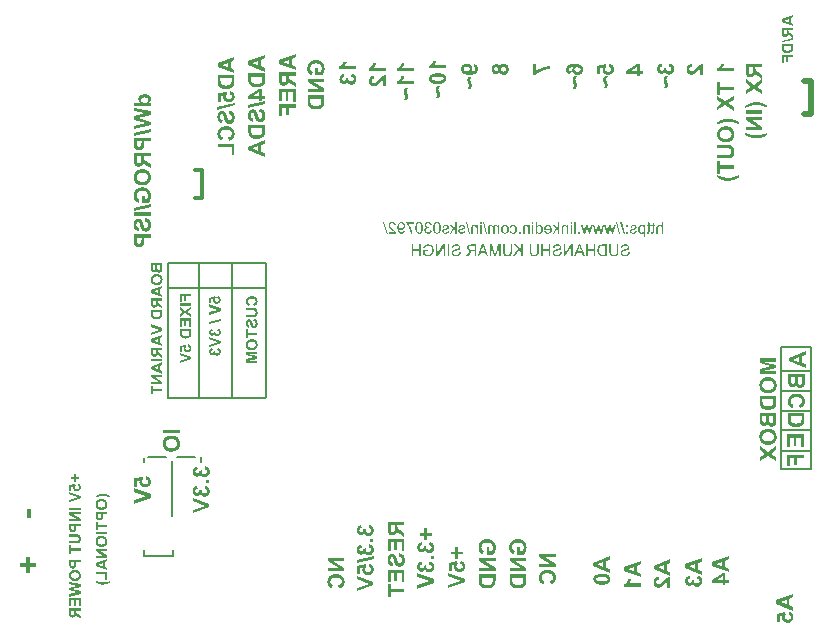
<source format=gbo>
G04*
G04 #@! TF.GenerationSoftware,Altium Limited,Altium Designer,18.1.7 (191)*
G04*
G04 Layer_Color=32896*
%FSLAX44Y44*%
%MOMM*%
G71*
G01*
G75*
%ADD10C,0.2000*%
%ADD11C,0.5000*%
%ADD84C,0.3000*%
G36*
X499416Y322000D02*
X498123D01*
Y326606D01*
X493071D01*
Y322000D01*
X491778D01*
Y331762D01*
X493071D01*
Y327750D01*
X498123D01*
Y331762D01*
X499416D01*
Y322000D01*
D02*
G37*
G36*
X461555D02*
X460262D01*
Y326606D01*
X455210Y326606D01*
Y322000D01*
X453918D01*
Y331762D01*
X455210D01*
Y327750D01*
X460262Y327750D01*
Y331762D01*
X461555D01*
Y322000D01*
D02*
G37*
G36*
X351777Y322000D02*
X350484D01*
Y326606D01*
X345432D01*
Y322000D01*
X344139D01*
Y331762D01*
X345432D01*
Y327750D01*
X350484D01*
Y331762D01*
X351777D01*
Y322000D01*
D02*
G37*
G36*
X438197D02*
X436904D01*
Y325388D01*
X435314Y326918D01*
X431837Y322000D01*
X430128D01*
X434408Y327795D01*
X430307Y331762D01*
X432060D01*
X436904Y326933D01*
Y331762D01*
X438197D01*
Y322000D01*
D02*
G37*
G36*
X480545Y322000D02*
X479312D01*
Y329667D01*
X474185Y322000D01*
X472863D01*
Y331762D01*
X474096D01*
Y324095D01*
X479237Y331762D01*
X480545D01*
Y322000D01*
D02*
G37*
G36*
X372267Y322000D02*
X371034D01*
Y329667D01*
X365908Y322000D01*
X364585D01*
Y331762D01*
X365819D01*
Y324095D01*
X370960Y331762D01*
X372267D01*
Y322000D01*
D02*
G37*
G36*
X419252D02*
X418004D01*
Y330306D01*
X415195Y322000D01*
X414036D01*
X411183Y330172D01*
Y322000D01*
X409935D01*
Y331762D01*
X411688D01*
X414021Y324972D01*
X414140Y324600D01*
X414259Y324288D01*
X414348Y324021D01*
X414408Y323798D01*
X414467Y323634D01*
X414512Y323516D01*
X414526Y323441D01*
X414541Y323412D01*
X414601Y323605D01*
X414675Y323843D01*
X414749Y324080D01*
X414824Y324318D01*
X414898Y324526D01*
X414957Y324689D01*
X414972Y324764D01*
X414987Y324808D01*
X415002Y324838D01*
Y324853D01*
X417320Y331762D01*
X419252D01*
Y322000D01*
D02*
G37*
G36*
X519119Y326116D02*
Y325834D01*
X519104Y325566D01*
X519089Y325313D01*
X519059Y325076D01*
X519030Y324868D01*
X519000Y324660D01*
X518970Y324481D01*
X518926Y324318D01*
X518896Y324169D01*
X518866Y324036D01*
X518837Y323917D01*
X518807Y323828D01*
X518777Y323753D01*
X518762Y323709D01*
X518747Y323679D01*
Y323664D01*
X518584Y323352D01*
X518391Y323070D01*
X518198Y322847D01*
X517990Y322654D01*
X517811Y322490D01*
X517648Y322386D01*
X517589Y322342D01*
X517559Y322327D01*
X517529Y322297D01*
X517514D01*
X517172Y322149D01*
X516786Y322030D01*
X516415Y321955D01*
X516058Y321896D01*
X515895Y321881D01*
X515746Y321866D01*
X515612Y321851D01*
X515493D01*
X515404Y321837D01*
X515271D01*
X514765Y321866D01*
X514319Y321926D01*
X514112Y321955D01*
X513933Y322000D01*
X513755Y322059D01*
X513606Y322104D01*
X513473Y322149D01*
X513339Y322208D01*
X513235Y322253D01*
X513161Y322282D01*
X513086Y322327D01*
X513042Y322342D01*
X513012Y322371D01*
X512997D01*
X512700Y322594D01*
X512432Y322817D01*
X512224Y323055D01*
X512061Y323278D01*
X511942Y323486D01*
X511853Y323634D01*
X511823Y323694D01*
X511808Y323739D01*
X511794Y323768D01*
Y323783D01*
X511675Y324125D01*
X511600Y324511D01*
X511541Y324897D01*
X511496Y325269D01*
X511482Y325447D01*
X511467Y325611D01*
Y325745D01*
X511452Y325878D01*
Y325982D01*
Y326057D01*
Y326101D01*
Y326116D01*
Y331762D01*
X512744D01*
Y326116D01*
Y325789D01*
X512774Y325477D01*
X512804Y325210D01*
X512834Y324957D01*
X512878Y324719D01*
X512938Y324526D01*
X512997Y324348D01*
X513042Y324184D01*
X513101Y324050D01*
X513161Y323932D01*
X513205Y323843D01*
X513265Y323768D01*
X513294Y323709D01*
X513324Y323664D01*
X513354Y323649D01*
Y323634D01*
X513473Y323516D01*
X513621Y323427D01*
X513933Y323263D01*
X514260Y323159D01*
X514602Y323070D01*
X514899Y323025D01*
X515033Y323010D01*
X515152D01*
X515256Y322995D01*
X515389D01*
X515686Y323010D01*
X515954Y323040D01*
X516192Y323100D01*
X516400Y323159D01*
X516563Y323204D01*
X516682Y323263D01*
X516756Y323293D01*
X516786Y323308D01*
X516994Y323441D01*
X517158Y323590D01*
X517306Y323753D01*
X517410Y323902D01*
X517499Y324036D01*
X517559Y324140D01*
X517589Y324214D01*
X517603Y324244D01*
X517648Y324363D01*
X517678Y324496D01*
X517737Y324794D01*
X517767Y325106D01*
X517797Y325403D01*
X517811Y325685D01*
X517826Y325804D01*
Y325908D01*
Y325997D01*
Y326057D01*
Y326101D01*
Y326116D01*
Y331762D01*
X519119D01*
Y326116D01*
D02*
G37*
G36*
X451748Y326116D02*
Y325834D01*
X451733Y325566D01*
X451719Y325313D01*
X451689Y325076D01*
X451659Y324868D01*
X451629Y324660D01*
X451600Y324481D01*
X451555Y324318D01*
X451525Y324169D01*
X451496Y324036D01*
X451466Y323917D01*
X451436Y323828D01*
X451407Y323753D01*
X451392Y323709D01*
X451377Y323679D01*
Y323664D01*
X451213Y323352D01*
X451020Y323070D01*
X450827Y322847D01*
X450619Y322654D01*
X450441Y322490D01*
X450277Y322386D01*
X450218Y322342D01*
X450188Y322327D01*
X450158Y322297D01*
X450144D01*
X449802Y322149D01*
X449415Y322030D01*
X449044Y321955D01*
X448687Y321896D01*
X448524Y321881D01*
X448375Y321866D01*
X448242Y321851D01*
X448123D01*
X448033Y321837D01*
X447900D01*
X447395Y321866D01*
X446949Y321926D01*
X446741Y321955D01*
X446562Y322000D01*
X446384Y322059D01*
X446236Y322104D01*
X446102Y322149D01*
X445968Y322208D01*
X445864Y322253D01*
X445790Y322282D01*
X445715Y322327D01*
X445671Y322342D01*
X445641Y322371D01*
X445626D01*
X445329Y322594D01*
X445062Y322817D01*
X444854Y323055D01*
X444690Y323278D01*
X444571Y323486D01*
X444482Y323634D01*
X444453Y323694D01*
X444438Y323739D01*
X444423Y323768D01*
Y323783D01*
X444304Y324125D01*
X444230Y324511D01*
X444170Y324897D01*
X444126Y325269D01*
X444111Y325447D01*
X444096Y325611D01*
Y325744D01*
X444081Y325878D01*
Y325982D01*
Y326057D01*
Y326101D01*
Y326116D01*
Y331762D01*
X445374D01*
Y326116D01*
Y325789D01*
X445404Y325477D01*
X445433Y325210D01*
X445463Y324957D01*
X445508Y324719D01*
X445567Y324526D01*
X445626Y324348D01*
X445671Y324184D01*
X445730Y324050D01*
X445790Y323932D01*
X445834Y323843D01*
X445894Y323768D01*
X445924Y323709D01*
X445953Y323664D01*
X445983Y323649D01*
Y323634D01*
X446102Y323516D01*
X446250Y323426D01*
X446562Y323263D01*
X446889Y323159D01*
X447231Y323070D01*
X447528Y323025D01*
X447662Y323010D01*
X447781D01*
X447885Y322995D01*
X448019D01*
X448316Y323010D01*
X448583Y323040D01*
X448821Y323100D01*
X449029Y323159D01*
X449193Y323204D01*
X449311Y323263D01*
X449386Y323293D01*
X449415Y323308D01*
X449623Y323441D01*
X449787Y323590D01*
X449935Y323753D01*
X450039Y323902D01*
X450129Y324036D01*
X450188Y324140D01*
X450218Y324214D01*
X450233Y324244D01*
X450277Y324362D01*
X450307Y324496D01*
X450366Y324794D01*
X450396Y325106D01*
X450426Y325403D01*
X450441Y325685D01*
X450456Y325804D01*
Y325908D01*
Y325997D01*
Y326057D01*
Y326101D01*
Y326116D01*
Y331762D01*
X451748D01*
Y326116D01*
D02*
G37*
G36*
X429029D02*
Y325834D01*
X429014Y325566D01*
X428999Y325313D01*
X428969Y325076D01*
X428940Y324868D01*
X428910Y324660D01*
X428880Y324481D01*
X428836Y324318D01*
X428806Y324169D01*
X428776Y324036D01*
X428746Y323917D01*
X428717Y323828D01*
X428687Y323753D01*
X428672Y323709D01*
X428657Y323679D01*
Y323664D01*
X428494Y323352D01*
X428301Y323070D01*
X428108Y322847D01*
X427900Y322654D01*
X427721Y322490D01*
X427558Y322386D01*
X427498Y322342D01*
X427469Y322327D01*
X427439Y322297D01*
X427424D01*
X427082Y322149D01*
X426696Y322030D01*
X426325Y321955D01*
X425968Y321896D01*
X425804Y321881D01*
X425656Y321866D01*
X425522Y321851D01*
X425403D01*
X425314Y321837D01*
X425180D01*
X424675Y321866D01*
X424229Y321926D01*
X424021Y321955D01*
X423843Y322000D01*
X423665Y322059D01*
X423516Y322104D01*
X423382Y322149D01*
X423249Y322208D01*
X423145Y322253D01*
X423070Y322282D01*
X422996Y322327D01*
X422952Y322342D01*
X422922Y322371D01*
X422907D01*
X422610Y322594D01*
X422342Y322817D01*
X422134Y323055D01*
X421971Y323278D01*
X421852Y323486D01*
X421763Y323634D01*
X421733Y323694D01*
X421718Y323739D01*
X421703Y323768D01*
Y323783D01*
X421585Y324125D01*
X421510Y324511D01*
X421451Y324897D01*
X421406Y325269D01*
X421391Y325447D01*
X421376Y325611D01*
Y325744D01*
X421362Y325878D01*
Y325982D01*
Y326057D01*
Y326101D01*
Y326116D01*
Y331762D01*
X422654D01*
Y326116D01*
Y325789D01*
X422684Y325477D01*
X422714Y325210D01*
X422743Y324957D01*
X422788Y324719D01*
X422848Y324526D01*
X422907Y324348D01*
X422952Y324184D01*
X423011Y324050D01*
X423070Y323932D01*
X423115Y323843D01*
X423174Y323768D01*
X423204Y323709D01*
X423234Y323664D01*
X423264Y323649D01*
Y323634D01*
X423382Y323516D01*
X423531Y323426D01*
X423843Y323263D01*
X424170Y323159D01*
X424512Y323070D01*
X424809Y323025D01*
X424943Y323010D01*
X425061D01*
X425165Y322995D01*
X425299D01*
X425596Y323010D01*
X425864Y323040D01*
X426102Y323100D01*
X426310Y323159D01*
X426473Y323204D01*
X426592Y323263D01*
X426666Y323293D01*
X426696Y323308D01*
X426904Y323441D01*
X427067Y323590D01*
X427216Y323753D01*
X427320Y323902D01*
X427409Y324036D01*
X427469Y324140D01*
X427498Y324214D01*
X427513Y324244D01*
X427558Y324362D01*
X427588Y324496D01*
X427647Y324794D01*
X427677Y325106D01*
X427706Y325403D01*
X427721Y325685D01*
X427736Y325804D01*
Y325908D01*
Y325997D01*
Y326057D01*
Y326101D01*
Y326116D01*
Y331762D01*
X429029D01*
Y326116D01*
D02*
G37*
G36*
X358404Y331896D02*
X358880Y331837D01*
X359325Y331733D01*
X359519Y331673D01*
X359697Y331629D01*
X359860Y331569D01*
X360009Y331510D01*
X360143Y331465D01*
X360247Y331406D01*
X360321Y331376D01*
X360395Y331346D01*
X360425Y331317D01*
X360440D01*
X360648Y331198D01*
X360826Y331064D01*
X361183Y330782D01*
X361465Y330485D01*
X361718Y330187D01*
X361896Y329905D01*
X361970Y329801D01*
X362044Y329697D01*
X362089Y329608D01*
X362119Y329548D01*
X362149Y329504D01*
Y329489D01*
X362342Y329028D01*
X362490Y328553D01*
X362594Y328107D01*
X362669Y327691D01*
X362698Y327513D01*
X362713Y327349D01*
X362728Y327201D01*
Y327067D01*
X362743Y326963D01*
Y326889D01*
Y326844D01*
Y326829D01*
X362713Y326309D01*
X362654Y325819D01*
X362550Y325373D01*
X362505Y325165D01*
X362446Y324987D01*
X362386Y324808D01*
X362342Y324660D01*
X362282Y324526D01*
X362238Y324422D01*
X362208Y324333D01*
X362178Y324273D01*
X362149Y324229D01*
Y324214D01*
X361896Y323813D01*
X361614Y323456D01*
X361331Y323144D01*
X361034Y322892D01*
X360782Y322698D01*
X360677Y322624D01*
X360573Y322565D01*
X360499Y322505D01*
X360425Y322476D01*
X360395Y322461D01*
X360380Y322446D01*
X359935Y322238D01*
X359474Y322089D01*
X359043Y321985D01*
X358627Y321911D01*
X358449Y321881D01*
X358285Y321866D01*
X358137Y321851D01*
X358003D01*
X357899Y321837D01*
X357765D01*
X357379Y321851D01*
X356992Y321896D01*
X356651Y321955D01*
X356339Y322030D01*
X356205Y322059D01*
X356071Y322089D01*
X355967Y322119D01*
X355878Y322149D01*
X355804Y322178D01*
X355744Y322193D01*
X355715Y322208D01*
X355700D01*
X355328Y322371D01*
X354957Y322550D01*
X354630Y322743D01*
X354333Y322921D01*
X354080Y323100D01*
X353976Y323159D01*
X353887Y323233D01*
X353813Y323278D01*
X353768Y323322D01*
X353738Y323337D01*
X353723Y323352D01*
Y326978D01*
X357854D01*
Y325834D01*
X354986D01*
Y323991D01*
X355165Y323857D01*
X355358Y323724D01*
X355551Y323605D01*
X355744Y323501D01*
X355923Y323412D01*
X356071Y323352D01*
X356131Y323322D01*
X356175Y323308D01*
X356190Y323293D01*
X356205D01*
X356502Y323189D01*
X356799Y323114D01*
X357082Y323055D01*
X357319Y323025D01*
X357527Y322995D01*
X357691Y322981D01*
X357839D01*
X358196Y322995D01*
X358538Y323040D01*
X358835Y323114D01*
X359117Y323189D01*
X359340Y323263D01*
X359444Y323308D01*
X359519Y323337D01*
X359578Y323352D01*
X359622Y323382D01*
X359652Y323397D01*
X359667D01*
X359964Y323575D01*
X360232Y323783D01*
X360455Y324006D01*
X360633Y324214D01*
X360767Y324407D01*
X360871Y324556D01*
X360915Y324615D01*
X360945Y324660D01*
X360960Y324689D01*
Y324704D01*
X361108Y325061D01*
X361212Y325418D01*
X361301Y325789D01*
X361346Y326146D01*
X361361Y326294D01*
X361376Y326443D01*
X361391Y326576D01*
Y326681D01*
X361406Y326785D01*
Y326844D01*
Y326889D01*
Y326903D01*
X361391Y327290D01*
X361346Y327661D01*
X361287Y327988D01*
X361212Y328285D01*
X361153Y328523D01*
X361123Y328627D01*
X361093Y328701D01*
X361064Y328776D01*
X361049Y328820D01*
X361034Y328850D01*
Y328865D01*
X360945Y329058D01*
X360856Y329236D01*
X360752Y329400D01*
X360648Y329548D01*
X360559Y329667D01*
X360484Y329756D01*
X360440Y329816D01*
X360425Y329831D01*
X360261Y329994D01*
X360098Y330128D01*
X359920Y330247D01*
X359756Y330351D01*
X359608Y330440D01*
X359489Y330499D01*
X359414Y330529D01*
X359385Y330544D01*
X359132Y330633D01*
X358880Y330707D01*
X358612Y330752D01*
X358374Y330797D01*
X358166Y330811D01*
X358003Y330826D01*
X357854D01*
X357587Y330811D01*
X357334Y330782D01*
X357111Y330737D01*
X356918Y330692D01*
X356755Y330648D01*
X356621Y330603D01*
X356547Y330574D01*
X356517Y330559D01*
X356294Y330455D01*
X356116Y330351D01*
X355952Y330232D01*
X355819Y330128D01*
X355715Y330024D01*
X355640Y329949D01*
X355596Y329890D01*
X355581Y329875D01*
X355462Y329697D01*
X355358Y329504D01*
X355269Y329311D01*
X355195Y329132D01*
X355135Y328954D01*
X355076Y328820D01*
X355061Y328731D01*
X355046Y328716D01*
Y328701D01*
X353872Y329028D01*
X353976Y329385D01*
X354095Y329697D01*
X354214Y329964D01*
X354333Y330187D01*
X354451Y330380D01*
X354541Y330514D01*
X354600Y330588D01*
X354615Y330618D01*
X354808Y330841D01*
X355031Y331019D01*
X355254Y331183D01*
X355477Y331317D01*
X355670Y331435D01*
X355819Y331510D01*
X355878Y331539D01*
X355923Y331554D01*
X355952Y331569D01*
X355967D01*
X356294Y331688D01*
X356621Y331777D01*
X356948Y331837D01*
X357230Y331881D01*
X357483Y331911D01*
X357602D01*
X357691Y331926D01*
X357869D01*
X358404Y331896D01*
D02*
G37*
G36*
X509297Y322000D02*
X505790D01*
X505464Y322015D01*
X505166Y322030D01*
X504899Y322059D01*
X504676Y322089D01*
X504483Y322119D01*
X504349Y322134D01*
X504260Y322163D01*
X504230D01*
X503978Y322238D01*
X503755Y322312D01*
X503562Y322386D01*
X503398Y322461D01*
X503264Y322535D01*
X503160Y322594D01*
X503086Y322624D01*
X503071Y322639D01*
X502893Y322773D01*
X502729Y322921D01*
X502566Y323070D01*
X502447Y323204D01*
X502328Y323337D01*
X502254Y323441D01*
X502195Y323501D01*
X502180Y323531D01*
X502031Y323753D01*
X501897Y323991D01*
X501778Y324229D01*
X501689Y324452D01*
X501615Y324660D01*
X501556Y324808D01*
X501541Y324868D01*
X501526Y324912D01*
X501511Y324942D01*
Y324957D01*
X501422Y325284D01*
X501362Y325626D01*
X501303Y325967D01*
X501273Y326264D01*
X501259Y326532D01*
Y326651D01*
X501244Y326740D01*
Y326829D01*
Y326889D01*
Y326918D01*
Y326933D01*
X501259Y327409D01*
X501303Y327840D01*
X501362Y328226D01*
X501407Y328404D01*
X501437Y328568D01*
X501466Y328716D01*
X501511Y328850D01*
X501541Y328969D01*
X501571Y329058D01*
X501600Y329132D01*
X501615Y329192D01*
X501630Y329221D01*
Y329236D01*
X501793Y329608D01*
X501972Y329935D01*
X502165Y330217D01*
X502358Y330455D01*
X502522Y330648D01*
X502655Y330797D01*
X502759Y330886D01*
X502774Y330915D01*
X502789D01*
X503027Y331094D01*
X503264Y331242D01*
X503502Y331361D01*
X503725Y331450D01*
X503918Y331525D01*
X504082Y331569D01*
X504141Y331599D01*
X504171D01*
X504201Y331614D01*
X504215D01*
X504453Y331658D01*
X504735Y331703D01*
X505033Y331733D01*
X505300Y331748D01*
X505553Y331762D01*
X509297D01*
Y322000D01*
D02*
G37*
G36*
X490694D02*
X489327D01*
X488272Y324957D01*
X484171D01*
X483041Y322000D01*
X481585D01*
X485552Y331762D01*
X486964D01*
X490694Y322000D01*
D02*
G37*
G36*
X408925Y322000D02*
X407558D01*
X406503Y324957D01*
X402402D01*
X401272Y322000D01*
X399816D01*
X403783Y331762D01*
X405195D01*
X408925Y322000D01*
D02*
G37*
G36*
X398746D02*
X397453D01*
Y326339D01*
X395789D01*
X395641Y326324D01*
X395522D01*
X395418Y326309D01*
X395344Y326294D01*
X395284D01*
X395254Y326279D01*
X395239D01*
X395017Y326205D01*
X394838Y326116D01*
X394764Y326071D01*
X394705Y326042D01*
X394675Y326027D01*
X394660Y326012D01*
X394541Y325938D01*
X394437Y325834D01*
X394214Y325626D01*
X394140Y325522D01*
X394066Y325432D01*
X394021Y325373D01*
X394006Y325358D01*
X393858Y325165D01*
X393709Y324957D01*
X393546Y324734D01*
X393397Y324511D01*
X393263Y324318D01*
X393159Y324169D01*
X393130Y324110D01*
X393100Y324065D01*
X393070Y324036D01*
Y324021D01*
X391777Y322000D01*
X390158D01*
X391852Y324645D01*
X392045Y324927D01*
X392238Y325180D01*
X392416Y325403D01*
X392580Y325596D01*
X392714Y325744D01*
X392817Y325863D01*
X392892Y325923D01*
X392921Y325952D01*
X393026Y326042D01*
X393159Y326131D01*
X393412Y326294D01*
X393516Y326354D01*
X393605Y326398D01*
X393664Y326428D01*
X393694Y326443D01*
X393442Y326487D01*
X393204Y326532D01*
X392981Y326591D01*
X392788Y326666D01*
X392595Y326740D01*
X392431Y326814D01*
X392268Y326889D01*
X392134Y326963D01*
X392015Y327037D01*
X391911Y327097D01*
X391822Y327171D01*
X391748Y327215D01*
X391703Y327275D01*
X391659Y327305D01*
X391629Y327334D01*
X391510Y327468D01*
X391406Y327617D01*
X391228Y327914D01*
X391109Y328196D01*
X391034Y328479D01*
X390975Y328716D01*
X390960Y328820D01*
Y328909D01*
X390945Y328984D01*
Y329043D01*
Y329073D01*
Y329088D01*
X390960Y329385D01*
X391005Y329652D01*
X391079Y329905D01*
X391153Y330128D01*
X391228Y330306D01*
X391302Y330440D01*
X391346Y330529D01*
X391361Y330559D01*
X391525Y330797D01*
X391703Y330990D01*
X391881Y331153D01*
X392060Y331272D01*
X392208Y331376D01*
X392327Y331450D01*
X392416Y331480D01*
X392431Y331495D01*
X392446D01*
X392580Y331539D01*
X392728Y331584D01*
X393040Y331643D01*
X393367Y331703D01*
X393679Y331733D01*
X393977Y331748D01*
X394095D01*
X394214Y331762D01*
X398746D01*
Y322000D01*
D02*
G37*
G36*
X375819D02*
X374526D01*
Y331762D01*
X375819D01*
Y322000D01*
D02*
G37*
G36*
X525226Y331911D02*
X525568Y331866D01*
X525865Y331822D01*
X526132Y331762D01*
X526340Y331688D01*
X526430Y331658D01*
X526504Y331643D01*
X526578Y331614D01*
X526623Y331599D01*
X526638Y331584D01*
X526652D01*
X526935Y331450D01*
X527187Y331287D01*
X527395Y331123D01*
X527559Y330975D01*
X527693Y330826D01*
X527797Y330707D01*
X527856Y330633D01*
X527871Y330618D01*
Y330603D01*
X528005Y330366D01*
X528109Y330113D01*
X528183Y329890D01*
X528228Y329667D01*
X528257Y329489D01*
X528287Y329355D01*
Y329296D01*
Y329251D01*
Y329236D01*
Y329221D01*
X528272Y328984D01*
X528228Y328746D01*
X528183Y328538D01*
X528109Y328360D01*
X528049Y328211D01*
X528005Y328107D01*
X527960Y328033D01*
X527945Y328003D01*
X527797Y327810D01*
X527633Y327632D01*
X527470Y327483D01*
X527291Y327349D01*
X527143Y327245D01*
X527024Y327171D01*
X526935Y327112D01*
X526920Y327097D01*
X526905D01*
X526801Y327037D01*
X526667Y326993D01*
X526385Y326889D01*
X526073Y326785D01*
X525761Y326681D01*
X525479Y326606D01*
X525360Y326577D01*
X525256Y326547D01*
X525167Y326517D01*
X525092Y326502D01*
X525048Y326487D01*
X525033D01*
X524795Y326428D01*
X524572Y326368D01*
X524364Y326324D01*
X524186Y326279D01*
X524037Y326235D01*
X523889Y326190D01*
X523770Y326161D01*
X523651Y326131D01*
X523562Y326101D01*
X523488Y326071D01*
X523369Y326042D01*
X523309Y326027D01*
X523294Y326012D01*
X523086Y325923D01*
X522893Y325819D01*
X522745Y325730D01*
X522626Y325640D01*
X522537Y325551D01*
X522462Y325492D01*
X522433Y325447D01*
X522418Y325432D01*
X522328Y325299D01*
X522269Y325165D01*
X522210Y325031D01*
X522180Y324897D01*
X522165Y324794D01*
X522150Y324704D01*
Y324645D01*
Y324630D01*
X522165Y324467D01*
X522195Y324318D01*
X522239Y324169D01*
X522284Y324050D01*
X522343Y323946D01*
X522388Y323872D01*
X522418Y323813D01*
X522433Y323798D01*
X522551Y323664D01*
X522685Y323545D01*
X522819Y323441D01*
X522967Y323352D01*
X523086Y323278D01*
X523190Y323233D01*
X523250Y323204D01*
X523279Y323189D01*
X523502Y323114D01*
X523725Y323070D01*
X523933Y323025D01*
X524141Y323010D01*
X524305Y322995D01*
X524453Y322981D01*
X524572D01*
X524869Y322995D01*
X525152Y323025D01*
X525419Y323070D01*
X525627Y323129D01*
X525820Y323174D01*
X525954Y323218D01*
X526043Y323248D01*
X526058Y323263D01*
X526073D01*
X526296Y323382D01*
X526504Y323501D01*
X526667Y323634D01*
X526801Y323753D01*
X526920Y323857D01*
X526994Y323946D01*
X527039Y324006D01*
X527054Y324021D01*
X527158Y324214D01*
X527247Y324407D01*
X527306Y324615D01*
X527366Y324808D01*
X527395Y324987D01*
X527425Y325120D01*
X527440Y325210D01*
Y325224D01*
Y325239D01*
X528658Y325135D01*
X528629Y324779D01*
X528569Y324452D01*
X528480Y324140D01*
X528391Y323887D01*
X528302Y323664D01*
X528257Y323575D01*
X528213Y323501D01*
X528183Y323441D01*
X528153Y323397D01*
X528138Y323382D01*
Y323367D01*
X527930Y323100D01*
X527693Y322862D01*
X527470Y322669D01*
X527232Y322505D01*
X527039Y322371D01*
X526875Y322282D01*
X526816Y322253D01*
X526771Y322223D01*
X526742Y322208D01*
X526727D01*
X526370Y322089D01*
X525999Y322000D01*
X525627Y321926D01*
X525285Y321881D01*
X525122Y321866D01*
X524973Y321851D01*
X524840D01*
X524736Y321837D01*
X524513D01*
X524127Y321851D01*
X523785Y321896D01*
X523458Y321955D01*
X523190Y322030D01*
X522953Y322089D01*
X522863Y322119D01*
X522789Y322149D01*
X522730Y322178D01*
X522685Y322193D01*
X522655Y322208D01*
X522641D01*
X522343Y322371D01*
X522076Y322535D01*
X521853Y322713D01*
X521675Y322892D01*
X521526Y323040D01*
X521437Y323159D01*
X521363Y323248D01*
X521348Y323278D01*
X521199Y323531D01*
X521095Y323798D01*
X521006Y324050D01*
X520961Y324273D01*
X520932Y324467D01*
X520902Y324615D01*
Y324675D01*
Y324719D01*
Y324734D01*
Y324749D01*
X520917Y325031D01*
X520961Y325299D01*
X521036Y325536D01*
X521110Y325730D01*
X521184Y325908D01*
X521259Y326027D01*
X521303Y326101D01*
X521318Y326131D01*
X521482Y326339D01*
X521675Y326532D01*
X521883Y326710D01*
X522091Y326859D01*
X522284Y326963D01*
X522433Y327052D01*
X522492Y327082D01*
X522522Y327112D01*
X522551Y327126D01*
X522566D01*
X522685Y327171D01*
X522834Y327230D01*
X522982Y327290D01*
X523161Y327334D01*
X523517Y327438D01*
X523874Y327542D01*
X524201Y327617D01*
X524349Y327661D01*
X524483Y327691D01*
X524587Y327721D01*
X524661Y327736D01*
X524721Y327750D01*
X524736D01*
X525018Y327825D01*
X525271Y327884D01*
X525494Y327944D01*
X525701Y328018D01*
X525880Y328077D01*
X526028Y328122D01*
X526162Y328181D01*
X526281Y328241D01*
X526385Y328285D01*
X526474Y328315D01*
X526534Y328360D01*
X526578Y328389D01*
X526652Y328434D01*
X526667Y328449D01*
X526786Y328582D01*
X526875Y328716D01*
X526950Y328865D01*
X526994Y328999D01*
X527024Y329118D01*
X527039Y329221D01*
Y329281D01*
Y329311D01*
X527009Y329534D01*
X526950Y329727D01*
X526875Y329905D01*
X526771Y330054D01*
X526682Y330187D01*
X526593Y330276D01*
X526534Y330336D01*
X526519Y330351D01*
X526415Y330425D01*
X526296Y330499D01*
X526028Y330603D01*
X525746Y330678D01*
X525464Y330722D01*
X525211Y330767D01*
X525092D01*
X525003Y330782D01*
X524810D01*
X524409Y330767D01*
X524067Y330707D01*
X523770Y330633D01*
X523532Y330544D01*
X523354Y330455D01*
X523220Y330381D01*
X523146Y330321D01*
X523116Y330306D01*
X522923Y330113D01*
X522759Y329890D01*
X522641Y329667D01*
X522551Y329444D01*
X522492Y329236D01*
X522462Y329073D01*
X522447Y329013D01*
X522433Y328969D01*
Y328939D01*
Y328924D01*
X521199Y329013D01*
X521229Y329325D01*
X521288Y329608D01*
X521377Y329875D01*
X521467Y330098D01*
X521541Y330276D01*
X521615Y330425D01*
X521675Y330514D01*
X521690Y330544D01*
X521868Y330782D01*
X522076Y330990D01*
X522284Y331168D01*
X522492Y331317D01*
X522685Y331421D01*
X522834Y331510D01*
X522893Y331539D01*
X522938Y331554D01*
X522953Y331569D01*
X522967D01*
X523279Y331688D01*
X523606Y331777D01*
X523933Y331837D01*
X524230Y331881D01*
X524483Y331911D01*
X524587D01*
X524691Y331926D01*
X524869D01*
X525226Y331911D01*
D02*
G37*
G36*
X467692D02*
X468034Y331866D01*
X468331Y331822D01*
X468598Y331762D01*
X468806Y331688D01*
X468896Y331658D01*
X468970Y331643D01*
X469044Y331614D01*
X469089Y331599D01*
X469104Y331584D01*
X469118D01*
X469401Y331450D01*
X469653Y331287D01*
X469861Y331123D01*
X470025Y330975D01*
X470159Y330826D01*
X470263Y330707D01*
X470322Y330633D01*
X470337Y330618D01*
Y330603D01*
X470471Y330366D01*
X470575Y330113D01*
X470649Y329890D01*
X470694Y329667D01*
X470723Y329489D01*
X470753Y329355D01*
Y329296D01*
Y329251D01*
Y329236D01*
Y329221D01*
X470738Y328984D01*
X470694Y328746D01*
X470649Y328538D01*
X470575Y328360D01*
X470515Y328211D01*
X470471Y328107D01*
X470426Y328033D01*
X470411Y328003D01*
X470263Y327810D01*
X470099Y327632D01*
X469936Y327483D01*
X469757Y327349D01*
X469609Y327245D01*
X469490Y327171D01*
X469401Y327112D01*
X469386Y327097D01*
X469371D01*
X469267Y327037D01*
X469133Y326993D01*
X468851Y326889D01*
X468539Y326785D01*
X468227Y326681D01*
X467945Y326606D01*
X467826Y326577D01*
X467722Y326547D01*
X467632Y326517D01*
X467558Y326502D01*
X467514Y326487D01*
X467499D01*
X467261Y326428D01*
X467038Y326368D01*
X466830Y326324D01*
X466652Y326279D01*
X466503Y326235D01*
X466355Y326190D01*
X466236Y326161D01*
X466117Y326131D01*
X466028Y326101D01*
X465953Y326071D01*
X465835Y326042D01*
X465775Y326027D01*
X465760Y326012D01*
X465552Y325923D01*
X465359Y325819D01*
X465210Y325730D01*
X465092Y325640D01*
X465003Y325551D01*
X464928Y325492D01*
X464898Y325447D01*
X464884Y325432D01*
X464795Y325299D01*
X464735Y325165D01*
X464676Y325031D01*
X464646Y324897D01*
X464631Y324794D01*
X464616Y324704D01*
Y324645D01*
Y324630D01*
X464631Y324467D01*
X464661Y324318D01*
X464705Y324169D01*
X464750Y324050D01*
X464809Y323946D01*
X464854Y323872D01*
X464884Y323813D01*
X464898Y323798D01*
X465017Y323664D01*
X465151Y323545D01*
X465285Y323441D01*
X465433Y323352D01*
X465552Y323278D01*
X465656Y323233D01*
X465716Y323204D01*
X465745Y323189D01*
X465968Y323114D01*
X466191Y323070D01*
X466399Y323025D01*
X466607Y323010D01*
X466771Y322995D01*
X466919Y322981D01*
X467038D01*
X467335Y322995D01*
X467618Y323025D01*
X467885Y323070D01*
X468093Y323129D01*
X468286Y323174D01*
X468420Y323218D01*
X468509Y323248D01*
X468524Y323263D01*
X468539D01*
X468762Y323382D01*
X468970Y323501D01*
X469133Y323634D01*
X469267Y323753D01*
X469386Y323857D01*
X469460Y323946D01*
X469505Y324006D01*
X469520Y324021D01*
X469624Y324214D01*
X469713Y324407D01*
X469772Y324615D01*
X469832Y324808D01*
X469861Y324987D01*
X469891Y325120D01*
X469906Y325210D01*
Y325224D01*
Y325239D01*
X471124Y325135D01*
X471095Y324779D01*
X471035Y324452D01*
X470946Y324140D01*
X470857Y323887D01*
X470768Y323664D01*
X470723Y323575D01*
X470679Y323501D01*
X470649Y323441D01*
X470619Y323397D01*
X470604Y323382D01*
Y323367D01*
X470396Y323100D01*
X470159Y322862D01*
X469936Y322669D01*
X469698Y322505D01*
X469505Y322371D01*
X469341Y322282D01*
X469282Y322253D01*
X469237Y322223D01*
X469208Y322208D01*
X469193D01*
X468836Y322089D01*
X468465Y322000D01*
X468093Y321926D01*
X467751Y321881D01*
X467588Y321866D01*
X467439Y321851D01*
X467306D01*
X467202Y321837D01*
X466979D01*
X466592Y321851D01*
X466251Y321896D01*
X465924Y321955D01*
X465656Y322030D01*
X465419Y322089D01*
X465329Y322119D01*
X465255Y322149D01*
X465196Y322178D01*
X465151Y322193D01*
X465121Y322208D01*
X465107D01*
X464809Y322371D01*
X464542Y322535D01*
X464319Y322713D01*
X464141Y322892D01*
X463992Y323040D01*
X463903Y323159D01*
X463829Y323248D01*
X463814Y323278D01*
X463665Y323531D01*
X463561Y323798D01*
X463472Y324050D01*
X463427Y324273D01*
X463398Y324467D01*
X463368Y324615D01*
Y324675D01*
Y324719D01*
Y324734D01*
Y324749D01*
X463383Y325031D01*
X463427Y325299D01*
X463502Y325536D01*
X463576Y325730D01*
X463650Y325908D01*
X463725Y326027D01*
X463769Y326101D01*
X463784Y326131D01*
X463947Y326339D01*
X464141Y326532D01*
X464349Y326710D01*
X464557Y326859D01*
X464750Y326963D01*
X464898Y327052D01*
X464958Y327082D01*
X464988Y327112D01*
X465017Y327126D01*
X465032D01*
X465151Y327171D01*
X465300Y327230D01*
X465448Y327290D01*
X465627Y327334D01*
X465983Y327438D01*
X466340Y327542D01*
X466667Y327617D01*
X466815Y327661D01*
X466949Y327691D01*
X467053Y327721D01*
X467127Y327736D01*
X467187Y327750D01*
X467202D01*
X467484Y327825D01*
X467737Y327884D01*
X467959Y327944D01*
X468167Y328018D01*
X468346Y328077D01*
X468494Y328122D01*
X468628Y328181D01*
X468747Y328241D01*
X468851Y328285D01*
X468940Y328315D01*
X469000Y328360D01*
X469044Y328389D01*
X469118Y328434D01*
X469133Y328449D01*
X469252Y328582D01*
X469341Y328716D01*
X469416Y328865D01*
X469460Y328999D01*
X469490Y329118D01*
X469505Y329221D01*
Y329281D01*
Y329311D01*
X469475Y329534D01*
X469416Y329727D01*
X469341Y329905D01*
X469237Y330054D01*
X469148Y330187D01*
X469059Y330276D01*
X469000Y330336D01*
X468985Y330351D01*
X468881Y330425D01*
X468762Y330499D01*
X468494Y330603D01*
X468212Y330678D01*
X467930Y330722D01*
X467677Y330767D01*
X467558D01*
X467469Y330782D01*
X467276D01*
X466875Y330767D01*
X466533Y330707D01*
X466236Y330633D01*
X465998Y330544D01*
X465820Y330455D01*
X465686Y330381D01*
X465612Y330321D01*
X465582Y330306D01*
X465389Y330113D01*
X465225Y329890D01*
X465107Y329667D01*
X465017Y329444D01*
X464958Y329236D01*
X464928Y329073D01*
X464913Y329013D01*
X464898Y328969D01*
Y328939D01*
Y328924D01*
X463665Y329013D01*
X463695Y329325D01*
X463754Y329608D01*
X463843Y329875D01*
X463933Y330098D01*
X464007Y330276D01*
X464081Y330425D01*
X464141Y330514D01*
X464156Y330544D01*
X464334Y330782D01*
X464542Y330990D01*
X464750Y331168D01*
X464958Y331317D01*
X465151Y331421D01*
X465300Y331510D01*
X465359Y331539D01*
X465404Y331554D01*
X465419Y331569D01*
X465433D01*
X465745Y331688D01*
X466072Y331777D01*
X466399Y331837D01*
X466696Y331881D01*
X466949Y331911D01*
X467053D01*
X467157Y331926D01*
X467335D01*
X467692Y331911D01*
D02*
G37*
G36*
X382134Y331911D02*
X382476Y331866D01*
X382773Y331822D01*
X383040Y331762D01*
X383248Y331688D01*
X383337Y331658D01*
X383412Y331643D01*
X383486Y331614D01*
X383531Y331599D01*
X383545Y331584D01*
X383560D01*
X383843Y331450D01*
X384095Y331287D01*
X384303Y331123D01*
X384467Y330975D01*
X384600Y330826D01*
X384705Y330707D01*
X384764Y330633D01*
X384779Y330618D01*
Y330603D01*
X384912Y330366D01*
X385017Y330113D01*
X385091Y329890D01*
X385135Y329667D01*
X385165Y329489D01*
X385195Y329355D01*
Y329296D01*
Y329251D01*
Y329236D01*
Y329221D01*
X385180Y328984D01*
X385135Y328746D01*
X385091Y328538D01*
X385017Y328360D01*
X384957Y328211D01*
X384912Y328107D01*
X384868Y328033D01*
X384853Y328003D01*
X384705Y327810D01*
X384541Y327631D01*
X384378Y327483D01*
X384199Y327349D01*
X384051Y327245D01*
X383932Y327171D01*
X383843Y327112D01*
X383828Y327097D01*
X383813D01*
X383709Y327037D01*
X383575Y326993D01*
X383293Y326889D01*
X382981Y326785D01*
X382669Y326681D01*
X382387Y326606D01*
X382268Y326576D01*
X382164Y326547D01*
X382074Y326517D01*
X382000Y326502D01*
X381955Y326487D01*
X381941D01*
X381703Y326428D01*
X381480Y326368D01*
X381272Y326324D01*
X381094Y326279D01*
X380945Y326235D01*
X380797Y326190D01*
X380678Y326161D01*
X380559Y326131D01*
X380470Y326101D01*
X380395Y326071D01*
X380276Y326042D01*
X380217Y326027D01*
X380202Y326012D01*
X379994Y325923D01*
X379801Y325819D01*
X379652Y325730D01*
X379534Y325640D01*
X379444Y325551D01*
X379370Y325492D01*
X379340Y325447D01*
X379325Y325432D01*
X379236Y325299D01*
X379177Y325165D01*
X379118Y325031D01*
X379088Y324897D01*
X379073Y324794D01*
X379058Y324704D01*
Y324645D01*
Y324630D01*
X379073Y324467D01*
X379103Y324318D01*
X379147Y324169D01*
X379192Y324050D01*
X379251Y323946D01*
X379296Y323872D01*
X379325Y323813D01*
X379340Y323798D01*
X379459Y323664D01*
X379593Y323545D01*
X379727Y323441D01*
X379875Y323352D01*
X379994Y323278D01*
X380098Y323233D01*
X380158Y323204D01*
X380187Y323189D01*
X380410Y323114D01*
X380633Y323070D01*
X380841Y323025D01*
X381049Y323010D01*
X381213Y322995D01*
X381361Y322981D01*
X381480D01*
X381777Y322995D01*
X382060Y323025D01*
X382327Y323070D01*
X382535Y323129D01*
X382728Y323174D01*
X382862Y323218D01*
X382951Y323248D01*
X382966Y323263D01*
X382981D01*
X383204Y323382D01*
X383412Y323501D01*
X383575Y323634D01*
X383709Y323753D01*
X383828Y323857D01*
X383902Y323946D01*
X383947Y324006D01*
X383961Y324021D01*
X384066Y324214D01*
X384155Y324407D01*
X384214Y324615D01*
X384274Y324808D01*
X384303Y324987D01*
X384333Y325120D01*
X384348Y325210D01*
Y325224D01*
Y325239D01*
X385566Y325135D01*
X385537Y324779D01*
X385477Y324452D01*
X385388Y324140D01*
X385299Y323887D01*
X385210Y323664D01*
X385165Y323575D01*
X385121Y323501D01*
X385091Y323441D01*
X385061Y323397D01*
X385046Y323382D01*
Y323367D01*
X384838Y323100D01*
X384600Y322862D01*
X384378Y322669D01*
X384140Y322505D01*
X383947Y322371D01*
X383783Y322282D01*
X383724Y322253D01*
X383679Y322223D01*
X383649Y322208D01*
X383635D01*
X383278Y322089D01*
X382906Y322000D01*
X382535Y321926D01*
X382193Y321881D01*
X382030Y321866D01*
X381881Y321851D01*
X381748D01*
X381643Y321837D01*
X381421D01*
X381034Y321851D01*
X380692Y321896D01*
X380366Y321955D01*
X380098Y322030D01*
X379860Y322089D01*
X379771Y322119D01*
X379697Y322149D01*
X379637Y322178D01*
X379593Y322193D01*
X379563Y322208D01*
X379548D01*
X379251Y322371D01*
X378984Y322535D01*
X378761Y322713D01*
X378583Y322892D01*
X378434Y323040D01*
X378345Y323159D01*
X378270Y323248D01*
X378256Y323278D01*
X378107Y323530D01*
X378003Y323798D01*
X377914Y324050D01*
X377869Y324273D01*
X377840Y324467D01*
X377810Y324615D01*
Y324675D01*
Y324719D01*
Y324734D01*
Y324749D01*
X377825Y325031D01*
X377869Y325299D01*
X377944Y325536D01*
X378018Y325730D01*
X378092Y325908D01*
X378167Y326027D01*
X378211Y326101D01*
X378226Y326131D01*
X378389Y326339D01*
X378583Y326532D01*
X378791Y326710D01*
X378999Y326859D01*
X379192Y326963D01*
X379340Y327052D01*
X379400Y327082D01*
X379430Y327112D01*
X379459Y327126D01*
X379474D01*
X379593Y327171D01*
X379742Y327230D01*
X379890Y327290D01*
X380069Y327334D01*
X380425Y327438D01*
X380782Y327542D01*
X381109Y327617D01*
X381257Y327661D01*
X381391Y327691D01*
X381495Y327721D01*
X381569Y327735D01*
X381629Y327750D01*
X381643D01*
X381926Y327825D01*
X382178Y327884D01*
X382401Y327944D01*
X382609Y328018D01*
X382788Y328077D01*
X382936Y328122D01*
X383070Y328181D01*
X383189Y328241D01*
X383293Y328285D01*
X383382Y328315D01*
X383441Y328360D01*
X383486Y328389D01*
X383560Y328434D01*
X383575Y328449D01*
X383694Y328582D01*
X383783Y328716D01*
X383857Y328865D01*
X383902Y328999D01*
X383932Y329117D01*
X383947Y329221D01*
Y329281D01*
Y329311D01*
X383917Y329534D01*
X383857Y329727D01*
X383783Y329905D01*
X383679Y330053D01*
X383590Y330187D01*
X383501Y330276D01*
X383441Y330336D01*
X383427Y330351D01*
X383323Y330425D01*
X383204Y330499D01*
X382936Y330603D01*
X382654Y330678D01*
X382372Y330722D01*
X382119Y330767D01*
X382000D01*
X381911Y330782D01*
X381718D01*
X381317Y330767D01*
X380975Y330707D01*
X380678Y330633D01*
X380440Y330544D01*
X380262Y330455D01*
X380128Y330380D01*
X380054Y330321D01*
X380024Y330306D01*
X379831Y330113D01*
X379667Y329890D01*
X379548Y329667D01*
X379459Y329444D01*
X379400Y329236D01*
X379370Y329073D01*
X379355Y329013D01*
X379340Y328969D01*
Y328939D01*
Y328924D01*
X378107Y329013D01*
X378137Y329325D01*
X378196Y329608D01*
X378285Y329875D01*
X378374Y330098D01*
X378449Y330276D01*
X378523Y330425D01*
X378583Y330514D01*
X378597Y330544D01*
X378776Y330782D01*
X378984Y330990D01*
X379192Y331168D01*
X379400Y331317D01*
X379593Y331421D01*
X379742Y331510D01*
X379801Y331539D01*
X379846Y331554D01*
X379860Y331569D01*
X379875D01*
X380187Y331688D01*
X380514Y331777D01*
X380841Y331837D01*
X381138Y331881D01*
X381391Y331911D01*
X381495D01*
X381599Y331926D01*
X381777D01*
X382134Y331911D01*
D02*
G37*
G36*
X479733Y349395D02*
X478530D01*
Y350762D01*
X479733D01*
Y349395D01*
D02*
G37*
G36*
X447147D02*
X445944D01*
Y350762D01*
X447147D01*
Y349395D01*
D02*
G37*
G36*
X403209D02*
X402006D01*
Y350762D01*
X403209D01*
Y349395D01*
D02*
G37*
G36*
X358469Y350777D02*
X358840Y350703D01*
X359182Y350599D01*
X359464Y350480D01*
X359687Y350346D01*
X359776Y350287D01*
X359851Y350242D01*
X359925Y350198D01*
X359970Y350168D01*
X359985Y350153D01*
X359999Y350138D01*
X360267Y349871D01*
X360475Y349574D01*
X360653Y349262D01*
X360772Y348964D01*
X360876Y348697D01*
X360906Y348578D01*
X360936Y348474D01*
X360950Y348400D01*
X360965Y348340D01*
X360980Y348296D01*
Y348281D01*
X359776Y348073D01*
X359717Y348385D01*
X359628Y348652D01*
X359539Y348875D01*
X359435Y349054D01*
X359346Y349202D01*
X359271Y349306D01*
X359212Y349366D01*
X359197Y349380D01*
X359004Y349529D01*
X358811Y349633D01*
X358618Y349722D01*
X358424Y349767D01*
X358276Y349796D01*
X358142Y349826D01*
X358023D01*
X357771Y349811D01*
X357548Y349752D01*
X357355Y349692D01*
X357191Y349603D01*
X357057Y349529D01*
X356953Y349455D01*
X356894Y349395D01*
X356879Y349380D01*
X356730Y349217D01*
X356626Y349024D01*
X356537Y348845D01*
X356493Y348682D01*
X356463Y348519D01*
X356433Y348400D01*
Y348326D01*
Y348311D01*
Y348296D01*
X356463Y347999D01*
X356537Y347746D01*
X356626Y347538D01*
X356745Y347374D01*
X356864Y347241D01*
X356953Y347137D01*
X357028Y347077D01*
X357057Y347062D01*
X357295Y346929D01*
X357533Y346840D01*
X357756Y346765D01*
X357964Y346721D01*
X358157Y346691D01*
X358291Y346676D01*
X358484D01*
X358543Y346691D01*
X358618D01*
X358751Y345636D01*
X358573Y345681D01*
X358410Y345710D01*
X358261Y345725D01*
X358142Y345740D01*
X358038Y345755D01*
X357904D01*
X357607Y345725D01*
X357355Y345666D01*
X357117Y345591D01*
X356924Y345487D01*
X356760Y345383D01*
X356641Y345309D01*
X356582Y345250D01*
X356552Y345220D01*
X356374Y345012D01*
X356240Y344789D01*
X356136Y344551D01*
X356077Y344343D01*
X356032Y344150D01*
X356017Y344002D01*
X356002Y343942D01*
Y343898D01*
Y343883D01*
Y343868D01*
X356032Y343556D01*
X356091Y343273D01*
X356181Y343021D01*
X356285Y342813D01*
X356404Y342635D01*
X356493Y342516D01*
X356552Y342441D01*
X356582Y342412D01*
X356805Y342218D01*
X357042Y342070D01*
X357280Y341981D01*
X357518Y341906D01*
X357711Y341862D01*
X357860Y341847D01*
X357919Y341832D01*
X358008D01*
X358261Y341847D01*
X358499Y341906D01*
X358707Y341981D01*
X358870Y342055D01*
X359019Y342144D01*
X359123Y342204D01*
X359182Y342263D01*
X359212Y342278D01*
X359375Y342471D01*
X359524Y342694D01*
X359643Y342947D01*
X359732Y343184D01*
X359806Y343407D01*
X359851Y343585D01*
X359880Y343645D01*
Y343704D01*
X359895Y343734D01*
Y343749D01*
X361099Y343585D01*
X361069Y343363D01*
X361025Y343154D01*
X360891Y342768D01*
X360742Y342426D01*
X360564Y342129D01*
X360490Y342010D01*
X360401Y341906D01*
X360326Y341817D01*
X360267Y341728D01*
X360207Y341669D01*
X360163Y341624D01*
X360148Y341609D01*
X360133Y341594D01*
X359970Y341461D01*
X359791Y341342D01*
X359628Y341238D01*
X359450Y341163D01*
X359093Y341015D01*
X358751Y340926D01*
X358603Y340896D01*
X358454Y340881D01*
X358335Y340866D01*
X358216Y340851D01*
X358127Y340836D01*
X358008D01*
X357756Y340851D01*
X357503Y340881D01*
X357265Y340911D01*
X357042Y340970D01*
X356834Y341045D01*
X356641Y341119D01*
X356463Y341193D01*
X356300Y341282D01*
X356166Y341357D01*
X356032Y341431D01*
X355913Y341505D01*
X355824Y341580D01*
X355750Y341639D01*
X355705Y341669D01*
X355675Y341698D01*
X355661Y341713D01*
X355497Y341892D01*
X355349Y342070D01*
X355230Y342248D01*
X355126Y342426D01*
X355022Y342605D01*
X354947Y342798D01*
X354843Y343140D01*
X354799Y343288D01*
X354769Y343437D01*
X354754Y343556D01*
X354739Y343675D01*
X354724Y343764D01*
Y343823D01*
Y343868D01*
Y343883D01*
X354739Y344224D01*
X354799Y344536D01*
X354873Y344804D01*
X354962Y345027D01*
X355066Y345205D01*
X355140Y345339D01*
X355200Y345428D01*
X355215Y345458D01*
X355408Y345681D01*
X355631Y345859D01*
X355854Y346007D01*
X356062Y346111D01*
X356255Y346201D01*
X356404Y346245D01*
X356463Y346275D01*
X356507D01*
X356537Y346290D01*
X356552D01*
X356314Y346409D01*
X356106Y346557D01*
X355943Y346691D01*
X355794Y346825D01*
X355690Y346944D01*
X355601Y347033D01*
X355556Y347092D01*
X355542Y347122D01*
X355423Y347315D01*
X355349Y347523D01*
X355289Y347716D01*
X355244Y347895D01*
X355215Y348043D01*
X355200Y348162D01*
Y348236D01*
Y348266D01*
X355215Y348519D01*
X355259Y348741D01*
X355319Y348950D01*
X355378Y349143D01*
X355438Y349291D01*
X355497Y349410D01*
X355542Y349484D01*
X355556Y349514D01*
X355705Y349722D01*
X355869Y349915D01*
X356047Y350079D01*
X356210Y350213D01*
X356359Y350317D01*
X356478Y350391D01*
X356567Y350435D01*
X356582Y350450D01*
X356597D01*
X356849Y350569D01*
X357102Y350658D01*
X357355Y350718D01*
X357577Y350762D01*
X357771Y350792D01*
X357919Y350807D01*
X358261D01*
X358469Y350777D01*
D02*
G37*
G36*
X327830Y350792D02*
X328067Y350777D01*
X328513Y350688D01*
X328706Y350643D01*
X328899Y350584D01*
X329063Y350510D01*
X329212Y350450D01*
X329345Y350376D01*
X329464Y350317D01*
X329568Y350242D01*
X329657Y350198D01*
X329717Y350153D01*
X329761Y350108D01*
X329791Y350094D01*
X329806Y350079D01*
X329954Y349930D01*
X330073Y349782D01*
X330296Y349440D01*
X330460Y349098D01*
X330579Y348756D01*
X330668Y348459D01*
X330683Y348325D01*
X330712Y348207D01*
X330727Y348117D01*
X330742Y348043D01*
Y347999D01*
Y347984D01*
X329509Y347850D01*
X329479Y348177D01*
X329420Y348459D01*
X329345Y348697D01*
X329241Y348905D01*
X329152Y349068D01*
X329063Y349187D01*
X329003Y349247D01*
X328989Y349276D01*
X328781Y349455D01*
X328558Y349589D01*
X328320Y349678D01*
X328097Y349752D01*
X327904Y349782D01*
X327755Y349796D01*
X327696Y349811D01*
X327607D01*
X327310Y349796D01*
X327042Y349737D01*
X326819Y349663D01*
X326626Y349574D01*
X326478Y349470D01*
X326359Y349395D01*
X326299Y349336D01*
X326269Y349321D01*
X326091Y349128D01*
X325972Y348920D01*
X325883Y348727D01*
X325809Y348534D01*
X325779Y348370D01*
X325764Y348236D01*
X325749Y348147D01*
Y348132D01*
Y348117D01*
X325779Y347865D01*
X325839Y347597D01*
X325928Y347360D01*
X326032Y347137D01*
X326136Y346944D01*
X326225Y346795D01*
X326255Y346735D01*
X326284Y346691D01*
X326314Y346676D01*
Y346661D01*
X326433Y346513D01*
X326567Y346349D01*
X326715Y346186D01*
X326894Y346022D01*
X327250Y345681D01*
X327607Y345339D01*
X327934Y345056D01*
X328082Y344923D01*
X328216Y344819D01*
X328320Y344715D01*
X328394Y344655D01*
X328454Y344611D01*
X328469Y344596D01*
X328825Y344284D01*
X329152Y344002D01*
X329420Y343749D01*
X329642Y343541D01*
X329821Y343363D01*
X329940Y343229D01*
X330014Y343140D01*
X330044Y343125D01*
Y343110D01*
X330237Y342872D01*
X330385Y342649D01*
X330534Y342426D01*
X330638Y342233D01*
X330727Y342055D01*
X330787Y341936D01*
X330816Y341847D01*
X330831Y341832D01*
Y341817D01*
X330876Y341669D01*
X330920Y341520D01*
X330935Y341386D01*
X330950Y341267D01*
X330965Y341163D01*
Y341074D01*
Y341015D01*
Y341000D01*
X324501D01*
Y342144D01*
X329301D01*
X329137Y342382D01*
X328974Y342575D01*
X328899Y342664D01*
X328840Y342724D01*
X328810Y342768D01*
X328796Y342783D01*
X328721Y342857D01*
X328647Y342932D01*
X328454Y343110D01*
X328216Y343318D01*
X327993Y343526D01*
X327770Y343719D01*
X327592Y343868D01*
X327518Y343927D01*
X327458Y343972D01*
X327429Y344002D01*
X327414Y344016D01*
X327176Y344224D01*
X326968Y344403D01*
X326760Y344581D01*
X326581Y344744D01*
X326418Y344908D01*
X326269Y345042D01*
X326121Y345175D01*
X326002Y345294D01*
X325898Y345398D01*
X325809Y345487D01*
X325675Y345621D01*
X325601Y345710D01*
X325571Y345740D01*
X325378Y345978D01*
X325200Y346186D01*
X325066Y346394D01*
X324962Y346572D01*
X324873Y346721D01*
X324813Y346825D01*
X324784Y346899D01*
X324769Y346929D01*
X324679Y347137D01*
X324620Y347345D01*
X324576Y347538D01*
X324546Y347716D01*
X324531Y347865D01*
X324516Y347984D01*
Y348058D01*
Y348088D01*
X324531Y348296D01*
X324546Y348504D01*
X324650Y348875D01*
X324784Y349202D01*
X324932Y349484D01*
X325081Y349707D01*
X325155Y349796D01*
X325215Y349886D01*
X325274Y349945D01*
X325318Y349990D01*
X325333Y350005D01*
X325348Y350019D01*
X325512Y350153D01*
X325675Y350287D01*
X325853Y350391D01*
X326047Y350480D01*
X326418Y350614D01*
X326775Y350703D01*
X326938Y350747D01*
X327087Y350762D01*
X327220Y350777D01*
X327339Y350792D01*
X327443Y350807D01*
X327577D01*
X327830Y350792D01*
D02*
G37*
G36*
X557000Y341000D02*
X555796D01*
Y344863D01*
X555782Y345160D01*
X555767Y345413D01*
X555737Y345636D01*
X555692Y345829D01*
X555663Y345978D01*
X555633Y346082D01*
X555618Y346156D01*
X555603Y346171D01*
X555514Y346334D01*
X555425Y346498D01*
X555306Y346617D01*
X555202Y346736D01*
X555098Y346810D01*
X555024Y346884D01*
X554964Y346914D01*
X554949Y346929D01*
X554771Y347018D01*
X554593Y347092D01*
X554414Y347137D01*
X554266Y347181D01*
X554132Y347196D01*
X554028Y347211D01*
X553939D01*
X553686Y347196D01*
X553478Y347152D01*
X553285Y347077D01*
X553137Y347003D01*
X553018Y346929D01*
X552929Y346854D01*
X552869Y346810D01*
X552854Y346795D01*
X552721Y346617D01*
X552617Y346409D01*
X552557Y346201D01*
X552498Y345993D01*
X552468Y345785D01*
X552453Y345636D01*
Y345577D01*
Y345532D01*
Y345502D01*
Y345487D01*
Y341000D01*
X551250D01*
Y345473D01*
X551264Y345844D01*
X551294Y346156D01*
X551324Y346438D01*
X551368Y346661D01*
X551428Y346840D01*
X551458Y346959D01*
X551487Y347033D01*
X551502Y347062D01*
X551606Y347256D01*
X551740Y347434D01*
X551874Y347583D01*
X552007Y347701D01*
X552141Y347791D01*
X552245Y347865D01*
X552305Y347909D01*
X552334Y347924D01*
X552557Y348028D01*
X552795Y348103D01*
X553018Y348162D01*
X553226Y348192D01*
X553404Y348222D01*
X553553Y348236D01*
X553686D01*
X553924Y348222D01*
X554147Y348192D01*
X554355Y348147D01*
X554548Y348088D01*
X554920Y347924D01*
X555068Y347850D01*
X555217Y347761D01*
X555351Y347657D01*
X555470Y347583D01*
X555559Y347493D01*
X555648Y347419D01*
X555707Y347360D01*
X555752Y347315D01*
X555782Y347285D01*
X555796Y347271D01*
Y350762D01*
X557000D01*
Y341000D01*
D02*
G37*
G36*
X415394Y348222D02*
X415646Y348192D01*
X415854Y348132D01*
X416048Y348073D01*
X416196Y348013D01*
X416315Y347954D01*
X416389Y347924D01*
X416419Y347909D01*
X416612Y347790D01*
X416791Y347642D01*
X416939Y347508D01*
X417058Y347374D01*
X417162Y347256D01*
X417236Y347166D01*
X417281Y347107D01*
X417296Y347077D01*
Y348073D01*
X418366D01*
Y341000D01*
X417162D01*
Y344670D01*
X417147Y345012D01*
X417132Y345309D01*
X417103Y345562D01*
X417058Y345770D01*
X417028Y345933D01*
X416998Y346052D01*
X416984Y346111D01*
X416969Y346141D01*
X416880Y346320D01*
X416791Y346483D01*
X416687Y346617D01*
X416582Y346736D01*
X416493Y346810D01*
X416419Y346884D01*
X416360Y346914D01*
X416345Y346929D01*
X416181Y347018D01*
X416018Y347077D01*
X415854Y347137D01*
X415721Y347166D01*
X415587Y347181D01*
X415498Y347196D01*
X415409D01*
X415171Y347181D01*
X414978Y347137D01*
X414814Y347062D01*
X414680Y347003D01*
X414576Y346929D01*
X414517Y346854D01*
X414473Y346810D01*
X414458Y346795D01*
X414354Y346632D01*
X414279Y346438D01*
X414235Y346245D01*
X414190Y346037D01*
X414175Y345874D01*
X414160Y345725D01*
Y345666D01*
Y345621D01*
Y345606D01*
Y345591D01*
Y341000D01*
X412957D01*
Y345101D01*
X412942Y345487D01*
X412883Y345814D01*
X412808Y346082D01*
X412704Y346305D01*
X412615Y346483D01*
X412541Y346602D01*
X412481Y346661D01*
X412467Y346691D01*
X412273Y346854D01*
X412051Y346988D01*
X411842Y347077D01*
X411649Y347137D01*
X411486Y347166D01*
X411337Y347196D01*
X411218D01*
X411070Y347181D01*
X410936Y347166D01*
X410802Y347137D01*
X410698Y347107D01*
X410624Y347062D01*
X410565Y347033D01*
X410520Y347018D01*
X410505Y347003D01*
X410401Y346929D01*
X410312Y346840D01*
X410238Y346750D01*
X410178Y346676D01*
X410134Y346602D01*
X410104Y346542D01*
X410074Y346498D01*
Y346483D01*
X410030Y346349D01*
X410000Y346186D01*
X409970Y345844D01*
X409955Y345695D01*
Y345562D01*
Y345472D01*
Y345458D01*
Y345443D01*
Y341000D01*
X408752D01*
Y345844D01*
Y346067D01*
X408782Y346275D01*
X408841Y346646D01*
X408930Y346944D01*
X409034Y347196D01*
X409153Y347389D01*
X409242Y347538D01*
X409301Y347612D01*
X409331Y347642D01*
X409569Y347835D01*
X409822Y347984D01*
X410089Y348088D01*
X410356Y348162D01*
X410579Y348207D01*
X410683Y348222D01*
X410773D01*
X410847Y348236D01*
X410951D01*
X411203Y348222D01*
X411426Y348177D01*
X411649Y348117D01*
X411857Y348043D01*
X412244Y347835D01*
X412407Y347731D01*
X412556Y347612D01*
X412689Y347493D01*
X412808Y347389D01*
X412912Y347285D01*
X413001Y347181D01*
X413061Y347107D01*
X413105Y347048D01*
X413135Y347003D01*
X413150Y346988D01*
X413239Y347196D01*
X413343Y347389D01*
X413462Y347538D01*
X413581Y347672D01*
X413685Y347776D01*
X413774Y347850D01*
X413834Y347895D01*
X413863Y347909D01*
X414056Y348013D01*
X414264Y348103D01*
X414487Y348162D01*
X414680Y348192D01*
X414859Y348222D01*
X415007Y348236D01*
X415141D01*
X415394Y348222D01*
D02*
G37*
G36*
X527104Y346706D02*
X525737D01*
Y348073D01*
X527104D01*
Y346706D01*
D02*
G37*
G36*
X469139Y341000D02*
X467935D01*
Y343808D01*
X467103Y344611D01*
X464755Y341000D01*
X463269D01*
X466241Y345443D01*
X463537Y348073D01*
X465097D01*
X467935Y345205D01*
Y350762D01*
X469139D01*
Y341000D01*
D02*
G37*
G36*
X382006D02*
X380802D01*
Y343808D01*
X379970Y344611D01*
X377622Y341000D01*
X376136D01*
X379108Y345443D01*
X376404Y348073D01*
X377964D01*
X380802Y345205D01*
Y350762D01*
X382006D01*
Y341000D01*
D02*
G37*
G36*
X335556Y350792D02*
X335794Y350762D01*
X336017Y350718D01*
X336225Y350673D01*
X336596Y350525D01*
X336760Y350435D01*
X336908Y350361D01*
X337057Y350272D01*
X337176Y350183D01*
X337280Y350108D01*
X337354Y350049D01*
X337429Y349990D01*
X337473Y349945D01*
X337503Y349915D01*
X337518Y349901D01*
X337666Y349722D01*
X337800Y349544D01*
X337919Y349351D01*
X338008Y349143D01*
X338097Y348950D01*
X338172Y348741D01*
X338275Y348370D01*
X338305Y348192D01*
X338335Y348028D01*
X338350Y347880D01*
X338365Y347761D01*
X338380Y347657D01*
Y347568D01*
Y347523D01*
Y347508D01*
X338365Y347241D01*
X338350Y346988D01*
X338305Y346765D01*
X338246Y346542D01*
X338186Y346334D01*
X338112Y346141D01*
X338038Y345963D01*
X337963Y345814D01*
X337889Y345666D01*
X337815Y345547D01*
X337741Y345443D01*
X337681Y345354D01*
X337622Y345279D01*
X337577Y345235D01*
X337562Y345205D01*
X337547Y345190D01*
X337384Y345042D01*
X337220Y344908D01*
X337042Y344789D01*
X336879Y344685D01*
X336701Y344596D01*
X336537Y344521D01*
X336210Y344417D01*
X335928Y344358D01*
X335809Y344343D01*
X335705Y344328D01*
X335616Y344314D01*
X335497D01*
X335229Y344328D01*
X334977Y344373D01*
X334754Y344417D01*
X334561Y344492D01*
X334397Y344551D01*
X334264Y344596D01*
X334189Y344640D01*
X334160Y344655D01*
X333937Y344804D01*
X333744Y344952D01*
X333565Y345116D01*
X333432Y345265D01*
X333313Y345383D01*
X333238Y345502D01*
X333179Y345562D01*
X333164Y345591D01*
Y345487D01*
Y345413D01*
Y345368D01*
Y345354D01*
Y345071D01*
X333194Y344804D01*
X333223Y344566D01*
X333253Y344343D01*
X333283Y344150D01*
X333313Y344002D01*
X333327Y343957D01*
Y343912D01*
X333342Y343898D01*
Y343883D01*
X333417Y343630D01*
X333491Y343407D01*
X333565Y343214D01*
X333625Y343050D01*
X333699Y342917D01*
X333744Y342813D01*
X333773Y342753D01*
X333788Y342738D01*
X333892Y342590D01*
X334011Y342456D01*
X334115Y342337D01*
X334234Y342248D01*
X334323Y342174D01*
X334397Y342114D01*
X334457Y342085D01*
X334472Y342070D01*
X334635Y341981D01*
X334799Y341921D01*
X334962Y341877D01*
X335111Y341847D01*
X335244Y341832D01*
X335348Y341817D01*
X335438D01*
X335675Y341832D01*
X335883Y341877D01*
X336062Y341936D01*
X336210Y341996D01*
X336344Y342055D01*
X336433Y342114D01*
X336492Y342159D01*
X336507Y342174D01*
X336656Y342322D01*
X336775Y342516D01*
X336864Y342709D01*
X336938Y342902D01*
X336998Y343065D01*
X337027Y343214D01*
X337042Y343273D01*
X337057Y343318D01*
Y343333D01*
Y343348D01*
X338201Y343259D01*
X338127Y342842D01*
X338008Y342486D01*
X337874Y342174D01*
X337726Y341921D01*
X337577Y341728D01*
X337458Y341580D01*
X337369Y341490D01*
X337354Y341475D01*
X337339Y341461D01*
X337042Y341253D01*
X336745Y341104D01*
X336433Y340985D01*
X336136Y340911D01*
X335868Y340866D01*
X335750Y340851D01*
X335660D01*
X335571Y340836D01*
X335467D01*
X335081Y340866D01*
X334709Y340926D01*
X334397Y341015D01*
X334115Y341119D01*
X333892Y341223D01*
X333803Y341267D01*
X333729Y341312D01*
X333654Y341357D01*
X333610Y341371D01*
X333595Y341401D01*
X333580D01*
X333298Y341639D01*
X333060Y341906D01*
X332852Y342189D01*
X332674Y342471D01*
X332540Y342709D01*
X332495Y342813D01*
X332451Y342917D01*
X332421Y342991D01*
X332391Y343050D01*
X332377Y343080D01*
Y343095D01*
X332302Y343318D01*
X332243Y343541D01*
X332139Y344031D01*
X332065Y344536D01*
X332005Y345012D01*
X331990Y345235D01*
X331975Y345428D01*
Y345621D01*
X331960Y345770D01*
Y345903D01*
Y345993D01*
Y346067D01*
Y346082D01*
Y346409D01*
X331975Y346721D01*
X332005Y347003D01*
X332020Y347271D01*
X332050Y347508D01*
X332094Y347731D01*
X332124Y347939D01*
X332169Y348117D01*
X332213Y348281D01*
X332243Y348429D01*
X332272Y348548D01*
X332317Y348638D01*
X332332Y348712D01*
X332362Y348771D01*
X332377Y348801D01*
Y348816D01*
X332540Y349157D01*
X332733Y349455D01*
X332941Y349692D01*
X333134Y349915D01*
X333313Y350079D01*
X333446Y350198D01*
X333506Y350227D01*
X333550Y350257D01*
X333565Y350287D01*
X333580D01*
X333877Y350465D01*
X334189Y350584D01*
X334472Y350673D01*
X334739Y350747D01*
X334977Y350777D01*
X335081Y350792D01*
X335155D01*
X335229Y350807D01*
X335319D01*
X335556Y350792D01*
D02*
G37*
G36*
X514815Y341000D02*
X513537D01*
X512096Y346438D01*
X511814Y345220D01*
X510699Y341000D01*
X509466D01*
X507237Y348073D01*
X508396D01*
X509630Y343972D01*
X510031Y342605D01*
X510373Y343957D01*
X511442Y348073D01*
X512661D01*
X513790Y343927D01*
X513849Y343689D01*
X513909Y343481D01*
X513954Y343288D01*
X513998Y343125D01*
X514028Y342991D01*
X514058Y342872D01*
X514087Y342768D01*
X514102Y342694D01*
X514117Y342620D01*
X514132Y342575D01*
X514147Y342516D01*
X514161Y342486D01*
Y342471D01*
X514563Y343987D01*
X515677Y348073D01*
X516940D01*
X514815Y341000D01*
D02*
G37*
G36*
X504979D02*
X503701D01*
X502259Y346438D01*
X501977Y345220D01*
X500863Y341000D01*
X499629D01*
X497401Y348073D01*
X498560D01*
X499793Y343972D01*
X500194Y342605D01*
X500536Y343957D01*
X501606Y348073D01*
X502824D01*
X503953Y343927D01*
X504013Y343689D01*
X504072Y343481D01*
X504117Y343288D01*
X504161Y343125D01*
X504191Y342991D01*
X504221Y342872D01*
X504251Y342768D01*
X504265Y342694D01*
X504280Y342620D01*
X504295Y342575D01*
X504310Y342516D01*
X504325Y342486D01*
Y342471D01*
X504726Y343987D01*
X505840Y348073D01*
X507104D01*
X504979Y341000D01*
D02*
G37*
G36*
X495142D02*
X493864D01*
X492423Y346438D01*
X492141Y345220D01*
X491026Y341000D01*
X489793D01*
X487564Y348073D01*
X488723D01*
X489956Y343972D01*
X490357Y342605D01*
X490699Y343957D01*
X491769Y348073D01*
X492987D01*
X494117Y343927D01*
X494176Y343689D01*
X494236Y343481D01*
X494280Y343288D01*
X494325Y343125D01*
X494355Y342991D01*
X494384Y342872D01*
X494414Y342768D01*
X494429Y342694D01*
X494444Y342620D01*
X494459Y342575D01*
X494473Y342516D01*
X494488Y342486D01*
Y342471D01*
X494889Y343987D01*
X496004Y348073D01*
X497267D01*
X495142Y341000D01*
D02*
G37*
G36*
X549214Y349811D02*
Y348073D01*
X550105D01*
Y347137D01*
X549214D01*
Y343065D01*
Y342872D01*
Y342694D01*
X549199Y342531D01*
Y342382D01*
X549184Y342248D01*
X549169Y342144D01*
X549140Y341951D01*
X549125Y341802D01*
X549095Y341713D01*
X549080Y341654D01*
Y341639D01*
X549021Y341520D01*
X548932Y341416D01*
X548857Y341327D01*
X548768Y341253D01*
X548694Y341193D01*
X548634Y341149D01*
X548590Y341119D01*
X548575Y341104D01*
X548426Y341045D01*
X548263Y341000D01*
X548085Y340955D01*
X547921Y340941D01*
X547773Y340926D01*
X547654Y340911D01*
X547550D01*
X547238Y340926D01*
X547089Y340941D01*
X546955Y340970D01*
X546822Y340985D01*
X546732Y341000D01*
X546673Y341015D01*
X546643D01*
X546807Y342070D01*
X547030Y342040D01*
X547119D01*
X547193Y342025D01*
X547342D01*
X547520Y342040D01*
X547654Y342070D01*
X547728Y342085D01*
X547758Y342100D01*
X547847Y342174D01*
X547906Y342248D01*
X547936Y342308D01*
X547951Y342337D01*
X547966Y342412D01*
X547981Y342501D01*
X547995Y342724D01*
X548010Y342828D01*
Y342917D01*
Y342976D01*
Y342991D01*
Y347137D01*
X546807D01*
Y348073D01*
X548010D01*
Y350540D01*
X549214Y349811D01*
D02*
G37*
G36*
X545425D02*
Y348073D01*
X546316D01*
Y347137D01*
X545425D01*
Y343065D01*
Y342872D01*
Y342694D01*
X545410Y342531D01*
Y342382D01*
X545395Y342248D01*
X545380Y342144D01*
X545350Y341951D01*
X545336Y341802D01*
X545306Y341713D01*
X545291Y341654D01*
Y341639D01*
X545232Y341520D01*
X545143Y341416D01*
X545068Y341327D01*
X544979Y341253D01*
X544905Y341193D01*
X544845Y341149D01*
X544801Y341119D01*
X544786Y341104D01*
X544637Y341045D01*
X544474Y341000D01*
X544296Y340955D01*
X544132Y340941D01*
X543983Y340926D01*
X543865Y340911D01*
X543761D01*
X543449Y340926D01*
X543300Y340941D01*
X543166Y340970D01*
X543032Y340985D01*
X542943Y341000D01*
X542884Y341015D01*
X542854D01*
X543018Y342070D01*
X543241Y342040D01*
X543330D01*
X543404Y342025D01*
X543553D01*
X543731Y342040D01*
X543865Y342070D01*
X543939Y342085D01*
X543969Y342100D01*
X544058Y342174D01*
X544117Y342248D01*
X544147Y342308D01*
X544162Y342337D01*
X544177Y342412D01*
X544192Y342501D01*
X544206Y342724D01*
X544221Y342828D01*
Y342917D01*
Y342976D01*
Y342991D01*
Y347137D01*
X543018D01*
Y348073D01*
X544221D01*
Y350540D01*
X545425Y349811D01*
D02*
G37*
G36*
X459688Y348222D02*
X459941Y348192D01*
X460179Y348147D01*
X460402Y348088D01*
X460625Y347999D01*
X460818Y347924D01*
X460996Y347835D01*
X461160Y347746D01*
X461308Y347642D01*
X461427Y347553D01*
X461546Y347478D01*
X461635Y347404D01*
X461709Y347330D01*
X461754Y347285D01*
X461783Y347256D01*
X461798Y347241D01*
X461962Y347048D01*
X462096Y346840D01*
X462214Y346617D01*
X462318Y346394D01*
X462408Y346156D01*
X462482Y345933D01*
X462586Y345487D01*
X462631Y345279D01*
X462660Y345086D01*
X462675Y344908D01*
X462690Y344759D01*
X462705Y344640D01*
Y344536D01*
Y344477D01*
Y344462D01*
X462690Y344150D01*
X462660Y343853D01*
X462616Y343571D01*
X462556Y343318D01*
X462497Y343080D01*
X462422Y342857D01*
X462333Y342664D01*
X462244Y342486D01*
X462170Y342322D01*
X462081Y342174D01*
X462006Y342055D01*
X461932Y341966D01*
X461888Y341892D01*
X461843Y341832D01*
X461813Y341802D01*
X461798Y341787D01*
X461620Y341624D01*
X461427Y341475D01*
X461234Y341342D01*
X461026Y341238D01*
X460833Y341149D01*
X460625Y341074D01*
X460238Y340955D01*
X460045Y340911D01*
X459882Y340881D01*
X459733Y340866D01*
X459599Y340851D01*
X459495Y340836D01*
X459347D01*
X458901Y340866D01*
X458515Y340926D01*
X458158Y341030D01*
X457876Y341134D01*
X457742Y341193D01*
X457638Y341238D01*
X457549Y341297D01*
X457474Y341342D01*
X457400Y341371D01*
X457355Y341401D01*
X457341Y341431D01*
X457326D01*
X457058Y341669D01*
X456821Y341951D01*
X456642Y342233D01*
X456494Y342501D01*
X456375Y342753D01*
X456330Y342857D01*
X456301Y342947D01*
X456271Y343021D01*
X456256Y343080D01*
X456241Y343110D01*
Y343125D01*
X457474Y343288D01*
X457593Y343021D01*
X457712Y342783D01*
X457831Y342590D01*
X457950Y342441D01*
X458054Y342308D01*
X458143Y342233D01*
X458203Y342174D01*
X458217Y342159D01*
X458396Y342040D01*
X458589Y341966D01*
X458782Y341906D01*
X458960Y341862D01*
X459109Y341832D01*
X459228Y341817D01*
X459347D01*
X459659Y341847D01*
X459941Y341906D01*
X460194Y342010D01*
X460416Y342129D01*
X460580Y342233D01*
X460714Y342337D01*
X460788Y342397D01*
X460818Y342426D01*
X461011Y342679D01*
X461174Y342976D01*
X461278Y343273D01*
X461367Y343556D01*
X461427Y343823D01*
X461442Y343927D01*
X461457Y344031D01*
Y344105D01*
X461471Y344180D01*
Y344210D01*
Y344224D01*
X456211D01*
X456197Y344358D01*
Y344462D01*
Y344522D01*
Y344536D01*
X456211Y344863D01*
X456241Y345160D01*
X456286Y345443D01*
X456330Y345695D01*
X456405Y345948D01*
X456479Y346171D01*
X456568Y346364D01*
X456642Y346557D01*
X456731Y346721D01*
X456821Y346854D01*
X456895Y346973D01*
X456954Y347077D01*
X457014Y347152D01*
X457058Y347211D01*
X457088Y347241D01*
X457103Y347256D01*
X457281Y347434D01*
X457460Y347583D01*
X457653Y347716D01*
X457846Y347820D01*
X458039Y347924D01*
X458232Y347999D01*
X458589Y348117D01*
X458767Y348162D01*
X458916Y348192D01*
X459064Y348207D01*
X459183Y348222D01*
X459287Y348236D01*
X459421D01*
X459688Y348222D01*
D02*
G37*
G36*
X430238D02*
X430550Y348177D01*
X430847Y348103D01*
X431085Y348028D01*
X431293Y347939D01*
X431456Y347880D01*
X431516Y347850D01*
X431560Y347820D01*
X431575Y347805D01*
X431590D01*
X431857Y347627D01*
X432095Y347419D01*
X432288Y347211D01*
X432452Y347003D01*
X432571Y346810D01*
X432660Y346661D01*
X432690Y346602D01*
X432719Y346557D01*
X432734Y346527D01*
Y346513D01*
X432853Y346186D01*
X432942Y345829D01*
X433017Y345502D01*
X433061Y345190D01*
X433091Y344908D01*
Y344804D01*
X433106Y344700D01*
Y344626D01*
Y344551D01*
Y344522D01*
Y344507D01*
X433091Y344180D01*
X433061Y343883D01*
X433031Y343585D01*
X432972Y343333D01*
X432898Y343080D01*
X432823Y342857D01*
X432749Y342649D01*
X432660Y342471D01*
X432586Y342308D01*
X432511Y342174D01*
X432437Y342055D01*
X432363Y341951D01*
X432303Y341877D01*
X432274Y341817D01*
X432244Y341787D01*
X432229Y341773D01*
X432051Y341609D01*
X431872Y341461D01*
X431694Y341342D01*
X431501Y341238D01*
X431308Y341149D01*
X431115Y341059D01*
X430743Y340955D01*
X430565Y340911D01*
X430416Y340881D01*
X430268Y340866D01*
X430149Y340851D01*
X430045Y340836D01*
X429911D01*
X429703Y340851D01*
X429495Y340866D01*
X429123Y340941D01*
X428782Y341059D01*
X428499Y341178D01*
X428276Y341297D01*
X428187Y341357D01*
X428098Y341416D01*
X428039Y341461D01*
X427994Y341490D01*
X427979Y341520D01*
X427964D01*
X427697Y341802D01*
X427474Y342099D01*
X427296Y342426D01*
X427162Y342724D01*
X427073Y343006D01*
X427043Y343125D01*
X427014Y343229D01*
X426999Y343303D01*
X426984Y343363D01*
X426969Y343407D01*
Y343422D01*
X428143Y343585D01*
X428202Y343273D01*
X428291Y342991D01*
X428395Y342768D01*
X428499Y342575D01*
X428588Y342426D01*
X428678Y342337D01*
X428737Y342263D01*
X428752Y342248D01*
X428930Y342099D01*
X429123Y341996D01*
X429332Y341921D01*
X429510Y341877D01*
X429673Y341847D01*
X429807Y341817D01*
X429926D01*
X430089Y341832D01*
X430238Y341847D01*
X430505Y341921D01*
X430758Y342025D01*
X430951Y342144D01*
X431115Y342248D01*
X431233Y342352D01*
X431308Y342426D01*
X431337Y342456D01*
X431427Y342590D01*
X431516Y342738D01*
X431650Y343050D01*
X431739Y343407D01*
X431798Y343749D01*
X431843Y344046D01*
X431857Y344180D01*
Y344299D01*
X431872Y344403D01*
Y344477D01*
Y344522D01*
Y344536D01*
Y344789D01*
X431843Y345027D01*
X431828Y345250D01*
X431783Y345458D01*
X431739Y345636D01*
X431694Y345814D01*
X431650Y345963D01*
X431590Y346097D01*
X431545Y346216D01*
X431501Y346320D01*
X431456Y346409D01*
X431412Y346483D01*
X431367Y346527D01*
X431352Y346572D01*
X431323Y346602D01*
X431219Y346721D01*
X431100Y346825D01*
X430847Y346973D01*
X430609Y347092D01*
X430372Y347181D01*
X430164Y347226D01*
X430000Y347241D01*
X429941Y347256D01*
X429851D01*
X429644Y347241D01*
X429436Y347196D01*
X429272Y347137D01*
X429123Y347077D01*
X429005Y347003D01*
X428915Y346944D01*
X428856Y346899D01*
X428841Y346884D01*
X428693Y346736D01*
X428574Y346572D01*
X428470Y346394D01*
X428381Y346216D01*
X428321Y346052D01*
X428276Y345933D01*
X428262Y345844D01*
X428247Y345829D01*
Y345814D01*
X427088Y345993D01*
X427192Y346364D01*
X427326Y346706D01*
X427474Y346988D01*
X427637Y347226D01*
X427786Y347404D01*
X427905Y347538D01*
X427994Y347612D01*
X428009Y347642D01*
X428024D01*
X428306Y347835D01*
X428618Y347984D01*
X428945Y348088D01*
X429242Y348162D01*
X429510Y348207D01*
X429614Y348222D01*
X429718D01*
X429792Y348236D01*
X429911D01*
X430238Y348222D01*
D02*
G37*
G36*
X527104Y341000D02*
X525737D01*
Y342367D01*
X527104D01*
Y341000D01*
D02*
G37*
G36*
X486227D02*
X484860D01*
Y342367D01*
X486227D01*
Y341000D01*
D02*
G37*
G36*
X482794Y341000D02*
X481591D01*
Y350762D01*
X482794D01*
Y341000D01*
D02*
G37*
G36*
X479733D02*
X478530D01*
Y348073D01*
X479733D01*
Y341000D01*
D02*
G37*
G36*
X473656Y348222D02*
X473909Y348192D01*
X474146Y348132D01*
X474354Y348058D01*
X474562Y347969D01*
X474741Y347865D01*
X474904Y347761D01*
X475067Y347657D01*
X475201Y347538D01*
X475305Y347434D01*
X475409Y347330D01*
X475484Y347241D01*
X475558Y347166D01*
X475602Y347107D01*
X475617Y347077D01*
X475632Y347062D01*
Y348073D01*
X476717D01*
Y341000D01*
X475513D01*
Y344863D01*
Y345101D01*
X475484Y345324D01*
X475469Y345532D01*
X475424Y345725D01*
X475379Y345889D01*
X475335Y346037D01*
X475290Y346171D01*
X475231Y346290D01*
X475186Y346394D01*
X475142Y346483D01*
X475053Y346602D01*
X474993Y346676D01*
X474963Y346706D01*
X474755Y346869D01*
X474518Y346988D01*
X474310Y347077D01*
X474102Y347137D01*
X473909Y347166D01*
X473775Y347196D01*
X473641D01*
X473463Y347181D01*
X473314Y347166D01*
X473166Y347122D01*
X473047Y347092D01*
X472943Y347048D01*
X472868Y347003D01*
X472824Y346988D01*
X472809Y346973D01*
X472690Y346884D01*
X472586Y346780D01*
X472497Y346691D01*
X472423Y346587D01*
X472378Y346513D01*
X472348Y346438D01*
X472319Y346394D01*
Y346379D01*
X472274Y346230D01*
X472229Y346067D01*
X472200Y345874D01*
X472185Y345710D01*
X472170Y345547D01*
Y345413D01*
Y345324D01*
Y345309D01*
Y345294D01*
Y341000D01*
X470966D01*
Y345339D01*
Y345636D01*
X470981Y345874D01*
X470996Y346082D01*
Y346245D01*
X471011Y346364D01*
X471026Y346453D01*
X471041Y346498D01*
Y346513D01*
X471085Y346691D01*
X471145Y346869D01*
X471204Y347018D01*
X471264Y347137D01*
X471323Y347241D01*
X471368Y347330D01*
X471397Y347374D01*
X471412Y347389D01*
X471516Y347523D01*
X471650Y347642D01*
X471784Y347746D01*
X471917Y347835D01*
X472036Y347909D01*
X472125Y347954D01*
X472185Y347984D01*
X472215Y347999D01*
X472423Y348073D01*
X472616Y348132D01*
X472824Y348177D01*
X473002Y348207D01*
X473151Y348222D01*
X473284Y348236D01*
X473388D01*
X473656Y348222D01*
D02*
G37*
G36*
X447147Y341000D02*
X445944D01*
Y348073D01*
X447147D01*
Y341000D01*
D02*
G37*
G36*
X441070Y348222D02*
X441323Y348192D01*
X441560Y348132D01*
X441768Y348058D01*
X441977Y347969D01*
X442155Y347865D01*
X442318Y347761D01*
X442482Y347657D01*
X442615Y347538D01*
X442719Y347434D01*
X442823Y347330D01*
X442898Y347241D01*
X442972Y347166D01*
X443017Y347107D01*
X443032Y347077D01*
X443046Y347062D01*
Y348073D01*
X444131D01*
Y341000D01*
X442928D01*
Y344863D01*
Y345101D01*
X442898Y345324D01*
X442883Y345532D01*
X442838Y345725D01*
X442794Y345889D01*
X442749Y346037D01*
X442705Y346171D01*
X442645Y346290D01*
X442601Y346394D01*
X442556Y346483D01*
X442467Y346602D01*
X442407Y346676D01*
X442378Y346706D01*
X442170Y346869D01*
X441932Y346988D01*
X441724Y347077D01*
X441516Y347137D01*
X441323Y347166D01*
X441189Y347196D01*
X441055D01*
X440877Y347181D01*
X440728Y347166D01*
X440580Y347122D01*
X440461Y347092D01*
X440357Y347048D01*
X440283Y347003D01*
X440238Y346988D01*
X440223Y346973D01*
X440104Y346884D01*
X440000Y346780D01*
X439911Y346691D01*
X439837Y346587D01*
X439792Y346513D01*
X439762Y346438D01*
X439733Y346394D01*
Y346379D01*
X439688Y346230D01*
X439644Y346067D01*
X439614Y345874D01*
X439599Y345710D01*
X439584Y345547D01*
Y345413D01*
Y345324D01*
Y345309D01*
Y345294D01*
Y341000D01*
X438381D01*
Y345339D01*
Y345636D01*
X438396Y345874D01*
X438410Y346082D01*
Y346245D01*
X438425Y346364D01*
X438440Y346453D01*
X438455Y346498D01*
Y346513D01*
X438499Y346691D01*
X438559Y346869D01*
X438618Y347018D01*
X438678Y347137D01*
X438737Y347241D01*
X438782Y347330D01*
X438811Y347374D01*
X438826Y347389D01*
X438930Y347523D01*
X439064Y347642D01*
X439198Y347746D01*
X439332Y347835D01*
X439450Y347909D01*
X439540Y347954D01*
X439599Y347984D01*
X439629Y347999D01*
X439837Y348073D01*
X440030Y348132D01*
X440238Y348177D01*
X440416Y348207D01*
X440565Y348222D01*
X440699Y348236D01*
X440803D01*
X441070Y348222D01*
D02*
G37*
G36*
X436211Y341000D02*
X434844D01*
Y342367D01*
X436211D01*
Y341000D01*
D02*
G37*
G36*
X403209D02*
X402006D01*
Y348073D01*
X403209D01*
Y341000D01*
D02*
G37*
G36*
X397132Y348222D02*
X397385Y348192D01*
X397622Y348132D01*
X397830Y348058D01*
X398038Y347969D01*
X398217Y347865D01*
X398380Y347761D01*
X398544Y347657D01*
X398677Y347538D01*
X398781Y347434D01*
X398885Y347330D01*
X398960Y347241D01*
X399034Y347166D01*
X399079Y347107D01*
X399093Y347077D01*
X399108Y347062D01*
Y348073D01*
X400193D01*
Y341000D01*
X398989D01*
Y344863D01*
Y345101D01*
X398960Y345324D01*
X398945Y345532D01*
X398900Y345725D01*
X398856Y345889D01*
X398811Y346037D01*
X398767Y346171D01*
X398707Y346290D01*
X398662Y346394D01*
X398618Y346483D01*
X398529Y346602D01*
X398469Y346676D01*
X398440Y346706D01*
X398232Y346869D01*
X397994Y346988D01*
X397786Y347077D01*
X397578Y347137D01*
X397385Y347166D01*
X397251Y347196D01*
X397117D01*
X396939Y347181D01*
X396790Y347166D01*
X396642Y347122D01*
X396523Y347092D01*
X396419Y347048D01*
X396344Y347003D01*
X396300Y346988D01*
X396285Y346973D01*
X396166Y346884D01*
X396062Y346780D01*
X395973Y346691D01*
X395899Y346587D01*
X395854Y346513D01*
X395824Y346438D01*
X395795Y346394D01*
Y346379D01*
X395750Y346230D01*
X395706Y346067D01*
X395676Y345874D01*
X395661Y345710D01*
X395646Y345547D01*
Y345413D01*
Y345324D01*
Y345309D01*
Y345294D01*
Y341000D01*
X394442D01*
Y345339D01*
Y345636D01*
X394457Y345874D01*
X394472Y346082D01*
Y346245D01*
X394487Y346364D01*
X394502Y346453D01*
X394517Y346498D01*
Y346513D01*
X394561Y346691D01*
X394621Y346869D01*
X394680Y347018D01*
X394740Y347137D01*
X394799Y347241D01*
X394844Y347330D01*
X394874Y347374D01*
X394888Y347389D01*
X394992Y347523D01*
X395126Y347642D01*
X395260Y347746D01*
X395393Y347835D01*
X395512Y347909D01*
X395602Y347954D01*
X395661Y347984D01*
X395691Y347999D01*
X395899Y348073D01*
X396092Y348132D01*
X396300Y348177D01*
X396478Y348207D01*
X396627Y348222D01*
X396760Y348236D01*
X396865D01*
X397132Y348222D01*
D02*
G37*
G36*
X345883Y349499D02*
X341099D01*
X341441Y349083D01*
X341753Y348652D01*
X342050Y348222D01*
X342317Y347820D01*
X342421Y347627D01*
X342525Y347464D01*
X342614Y347315D01*
X342689Y347181D01*
X342748Y347077D01*
X342793Y347003D01*
X342822Y346944D01*
X342837Y346929D01*
X343120Y346364D01*
X343372Y345799D01*
X343580Y345265D01*
X343669Y345012D01*
X343759Y344789D01*
X343833Y344566D01*
X343892Y344373D01*
X343952Y344210D01*
X343996Y344061D01*
X344026Y343942D01*
X344056Y343853D01*
X344071Y343793D01*
Y343779D01*
X344219Y343184D01*
X344279Y342917D01*
X344323Y342649D01*
X344368Y342412D01*
X344397Y342189D01*
X344427Y341966D01*
X344457Y341773D01*
X344472Y341609D01*
X344487Y341446D01*
X344501Y341312D01*
Y341208D01*
X344516Y341119D01*
Y341059D01*
Y341015D01*
Y341000D01*
X343283D01*
X343238Y341535D01*
X343179Y342040D01*
X343105Y342486D01*
X343060Y342694D01*
X343030Y342887D01*
X342986Y343050D01*
X342956Y343214D01*
X342926Y343348D01*
X342897Y343467D01*
X342867Y343556D01*
X342852Y343615D01*
X342837Y343660D01*
Y343675D01*
X342629Y344328D01*
X342406Y344938D01*
X342287Y345235D01*
X342169Y345517D01*
X342050Y345785D01*
X341946Y346022D01*
X341842Y346245D01*
X341738Y346453D01*
X341648Y346632D01*
X341574Y346780D01*
X341515Y346899D01*
X341470Y346988D01*
X341441Y347048D01*
X341426Y347062D01*
X341247Y347360D01*
X341084Y347657D01*
X340906Y347924D01*
X340742Y348177D01*
X340593Y348415D01*
X340430Y348623D01*
X340281Y348831D01*
X340148Y349009D01*
X340029Y349158D01*
X339910Y349306D01*
X339806Y349425D01*
X339732Y349529D01*
X339657Y349603D01*
X339613Y349663D01*
X339583Y349692D01*
X339568Y349707D01*
Y350644D01*
X345883D01*
Y349499D01*
D02*
G37*
G36*
X532349Y348207D02*
X532512Y348192D01*
X532676Y348162D01*
X532810Y348132D01*
X532899Y348117D01*
X532958Y348088D01*
X532988D01*
X533151Y348028D01*
X533300Y347969D01*
X533434Y347909D01*
X533538Y347850D01*
X533627Y347805D01*
X533686Y347761D01*
X533731Y347746D01*
X533746Y347731D01*
X533879Y347627D01*
X533998Y347508D01*
X534102Y347404D01*
X534177Y347300D01*
X534251Y347211D01*
X534296Y347137D01*
X534325Y347077D01*
X534340Y347062D01*
X534414Y346914D01*
X534459Y346750D01*
X534504Y346602D01*
X534518Y346468D01*
X534533Y346364D01*
X534548Y346260D01*
Y346201D01*
Y346186D01*
X534533Y345993D01*
X534504Y345814D01*
X534474Y345651D01*
X534414Y345517D01*
X534370Y345398D01*
X534340Y345309D01*
X534310Y345250D01*
X534296Y345235D01*
X534191Y345086D01*
X534058Y344953D01*
X533939Y344834D01*
X533805Y344744D01*
X533701Y344670D01*
X533612Y344611D01*
X533538Y344581D01*
X533523Y344566D01*
X533419Y344522D01*
X533300Y344477D01*
X533018Y344373D01*
X532705Y344284D01*
X532408Y344195D01*
X532126Y344105D01*
X532007Y344076D01*
X531888Y344046D01*
X531799Y344016D01*
X531740Y344002D01*
X531695Y343987D01*
X531680D01*
X531502Y343942D01*
X531339Y343898D01*
X531205Y343868D01*
X531071Y343823D01*
X530863Y343749D01*
X530700Y343704D01*
X530581Y343645D01*
X530506Y343615D01*
X530462Y343600D01*
X530447Y343586D01*
X530328Y343496D01*
X530239Y343392D01*
X530179Y343273D01*
X530135Y343184D01*
X530105Y343080D01*
X530090Y343021D01*
Y342961D01*
Y342947D01*
X530105Y342783D01*
X530150Y342635D01*
X530224Y342486D01*
X530284Y342367D01*
X530358Y342278D01*
X530432Y342204D01*
X530477Y342159D01*
X530491Y342144D01*
X530655Y342040D01*
X530848Y341951D01*
X531056Y341892D01*
X531264Y341862D01*
X531442Y341832D01*
X531591Y341817D01*
X531725D01*
X532007Y341832D01*
X532275Y341877D01*
X532483Y341936D01*
X532676Y342010D01*
X532810Y342070D01*
X532914Y342129D01*
X532988Y342174D01*
X533003Y342189D01*
X533151Y342352D01*
X533285Y342531D01*
X533374Y342709D01*
X533448Y342887D01*
X533493Y343050D01*
X533538Y343184D01*
X533553Y343273D01*
Y343288D01*
Y343303D01*
X534741Y343110D01*
X534652Y342709D01*
X534518Y342367D01*
X534370Y342070D01*
X534221Y341832D01*
X534073Y341639D01*
X533954Y341505D01*
X533865Y341431D01*
X533850Y341401D01*
X533835D01*
X533686Y341297D01*
X533538Y341208D01*
X533196Y341074D01*
X532854Y340970D01*
X532512Y340911D01*
X532200Y340866D01*
X532067Y340851D01*
X531948D01*
X531859Y340837D01*
X531725D01*
X531428Y340851D01*
X531145Y340881D01*
X530893Y340926D01*
X530670Y340985D01*
X530491Y341030D01*
X530358Y341074D01*
X530269Y341104D01*
X530239Y341119D01*
X530001Y341238D01*
X529793Y341371D01*
X529615Y341505D01*
X529481Y341639D01*
X529362Y341758D01*
X529273Y341847D01*
X529229Y341906D01*
X529214Y341936D01*
X529095Y342144D01*
X529006Y342337D01*
X528946Y342531D01*
X528902Y342709D01*
X528872Y342842D01*
X528857Y342961D01*
Y343036D01*
Y343065D01*
X528872Y343288D01*
X528902Y343481D01*
X528946Y343660D01*
X529006Y343808D01*
X529065Y343927D01*
X529110Y344016D01*
X529139Y344076D01*
X529154Y344091D01*
X529273Y344239D01*
X529392Y344358D01*
X529526Y344477D01*
X529659Y344566D01*
X529763Y344626D01*
X529853Y344670D01*
X529912Y344700D01*
X529942Y344715D01*
X530046Y344759D01*
X530165Y344804D01*
X530432Y344893D01*
X530729Y344997D01*
X531026Y345086D01*
X531294Y345160D01*
X531413Y345190D01*
X531517Y345220D01*
X531606Y345250D01*
X531665Y345265D01*
X531710Y345279D01*
X531725D01*
X531888Y345324D01*
X532022Y345368D01*
X532260Y345428D01*
X532453Y345487D01*
X532587Y345532D01*
X532691Y345562D01*
X532750Y345577D01*
X532780Y345591D01*
X532795D01*
X532899Y345636D01*
X533003Y345695D01*
X533077Y345740D01*
X533136Y345799D01*
X533226Y345874D01*
X533241Y345889D01*
X533255Y345904D01*
X533330Y346052D01*
X533374Y346186D01*
Y346245D01*
X533389Y346290D01*
Y346320D01*
Y346334D01*
X533374Y346468D01*
X533330Y346587D01*
X533285Y346706D01*
X533211Y346795D01*
X533151Y346869D01*
X533107Y346929D01*
X533062Y346959D01*
X533047Y346973D01*
X532899Y347062D01*
X532705Y347137D01*
X532512Y347181D01*
X532319Y347226D01*
X532141Y347241D01*
X531992Y347256D01*
X531859D01*
X531606Y347241D01*
X531398Y347211D01*
X531205Y347152D01*
X531056Y347107D01*
X530937Y347048D01*
X530848Y346988D01*
X530789Y346959D01*
X530774Y346944D01*
X530640Y346825D01*
X530536Y346676D01*
X530447Y346542D01*
X530387Y346409D01*
X530343Y346290D01*
X530313Y346186D01*
X530298Y346126D01*
Y346097D01*
X529124Y346260D01*
X529184Y346498D01*
X529243Y346706D01*
X529318Y346899D01*
X529377Y347048D01*
X529451Y347166D01*
X529511Y347256D01*
X529541Y347315D01*
X529555Y347330D01*
X529674Y347478D01*
X529823Y347612D01*
X529986Y347716D01*
X530135Y347820D01*
X530269Y347880D01*
X530387Y347939D01*
X530462Y347969D01*
X530477Y347984D01*
X530491D01*
X530729Y348073D01*
X530982Y348132D01*
X531220Y348177D01*
X531457Y348207D01*
X531651Y348222D01*
X531814Y348236D01*
X532156D01*
X532349Y348207D01*
D02*
G37*
G36*
X524548Y340837D02*
X523597D01*
X520774Y350926D01*
X521725D01*
X524548Y340837D01*
D02*
G37*
G36*
X520759D02*
X519808D01*
X516985Y350926D01*
X517936D01*
X520759Y340837D01*
D02*
G37*
G36*
X450253Y347256D02*
X450372Y347404D01*
X450506Y347553D01*
X450654Y347672D01*
X450773Y347761D01*
X450892Y347850D01*
X450981Y347909D01*
X451040Y347939D01*
X451070Y347954D01*
X451263Y348043D01*
X451456Y348117D01*
X451650Y348162D01*
X451813Y348207D01*
X451977Y348222D01*
X452095Y348236D01*
X452200D01*
X452511Y348222D01*
X452809Y348162D01*
X453076Y348088D01*
X453314Y348013D01*
X453507Y347924D01*
X453656Y347850D01*
X453745Y347790D01*
X453760Y347776D01*
X453774D01*
X454027Y347583D01*
X454235Y347374D01*
X454413Y347152D01*
X454562Y346929D01*
X454681Y346736D01*
X454755Y346587D01*
X454785Y346527D01*
X454815Y346483D01*
X454829Y346453D01*
Y346438D01*
X454948Y346111D01*
X455023Y345770D01*
X455082Y345458D01*
X455127Y345160D01*
X455156Y344908D01*
Y344789D01*
X455171Y344700D01*
Y344626D01*
Y344566D01*
Y344536D01*
Y344522D01*
X455156Y344120D01*
X455112Y343764D01*
X455052Y343437D01*
X454978Y343154D01*
X454904Y342917D01*
X454874Y342813D01*
X454844Y342738D01*
X454815Y342679D01*
X454800Y342635D01*
X454785Y342605D01*
Y342590D01*
X454622Y342293D01*
X454458Y342040D01*
X454265Y341817D01*
X454101Y341639D01*
X453938Y341490D01*
X453819Y341386D01*
X453730Y341312D01*
X453715Y341297D01*
X453700D01*
X453433Y341149D01*
X453150Y341030D01*
X452898Y340955D01*
X452645Y340896D01*
X452452Y340866D01*
X452289Y340851D01*
X452229Y340836D01*
X452140D01*
X451902Y340851D01*
X451679Y340881D01*
X451471Y340926D01*
X451278Y341000D01*
X451115Y341074D01*
X450951Y341163D01*
X450803Y341267D01*
X450669Y341357D01*
X450550Y341461D01*
X450446Y341550D01*
X450357Y341639D01*
X450298Y341713D01*
X450238Y341787D01*
X450193Y341832D01*
X450179Y341862D01*
X450164Y341877D01*
Y341000D01*
X449049D01*
Y350762D01*
X450253D01*
Y347256D01*
D02*
G37*
G36*
X423314Y348222D02*
X423551Y348207D01*
X423982Y348117D01*
X424369Y347984D01*
X424532Y347909D01*
X424681Y347850D01*
X424829Y347776D01*
X424948Y347701D01*
X425052Y347627D01*
X425141Y347568D01*
X425215Y347523D01*
X425260Y347478D01*
X425290Y347464D01*
X425305Y347449D01*
X425498Y347256D01*
X425661Y347048D01*
X425810Y346825D01*
X425929Y346587D01*
X426033Y346349D01*
X426122Y346111D01*
X426196Y345874D01*
X426256Y345636D01*
X426300Y345413D01*
X426330Y345205D01*
X426360Y345027D01*
X426375Y344863D01*
Y344730D01*
X426389Y344626D01*
Y344566D01*
Y344536D01*
X426375Y344210D01*
X426345Y343898D01*
X426300Y343615D01*
X426241Y343348D01*
X426181Y343110D01*
X426107Y342872D01*
X426018Y342679D01*
X425929Y342486D01*
X425854Y342322D01*
X425765Y342189D01*
X425691Y342070D01*
X425617Y341966D01*
X425572Y341892D01*
X425528Y341832D01*
X425498Y341802D01*
X425483Y341787D01*
X425305Y341624D01*
X425112Y341475D01*
X424918Y341342D01*
X424710Y341238D01*
X424517Y341149D01*
X424309Y341074D01*
X423938Y340955D01*
X423759Y340911D01*
X423596Y340881D01*
X423447Y340866D01*
X423328Y340851D01*
X423224Y340836D01*
X423076D01*
X422734Y340851D01*
X422422Y340911D01*
X422140Y340970D01*
X421887Y341059D01*
X421679Y341134D01*
X421516Y341208D01*
X421456Y341223D01*
X421412Y341253D01*
X421397Y341267D01*
X421382D01*
X421100Y341446D01*
X420862Y341639D01*
X420654Y341832D01*
X420490Y342025D01*
X420357Y342204D01*
X420253Y342337D01*
X420193Y342441D01*
X420178Y342456D01*
Y342471D01*
X420045Y342783D01*
X419941Y343140D01*
X419866Y343496D01*
X419807Y343838D01*
X419792Y344002D01*
X419777Y344150D01*
Y344284D01*
X419762Y344403D01*
Y344492D01*
Y344566D01*
Y344611D01*
Y344626D01*
X419777Y344938D01*
X419807Y345220D01*
X419851Y345502D01*
X419911Y345755D01*
X419985Y345993D01*
X420060Y346201D01*
X420149Y346409D01*
X420223Y346587D01*
X420312Y346736D01*
X420401Y346884D01*
X420476Y347003D01*
X420550Y347092D01*
X420609Y347166D01*
X420654Y347226D01*
X420684Y347256D01*
X420698Y347271D01*
X420877Y347434D01*
X421070Y347583D01*
X421263Y347716D01*
X421456Y347835D01*
X421664Y347924D01*
X421857Y347999D01*
X422229Y348117D01*
X422407Y348162D01*
X422571Y348192D01*
X422704Y348207D01*
X422838Y348222D01*
X422942Y348236D01*
X423076D01*
X423314Y348222D01*
D02*
G37*
G36*
X407905Y340836D02*
X406954D01*
X404131Y350926D01*
X405082D01*
X407905Y340836D01*
D02*
G37*
G36*
X393506D02*
X392556D01*
X389732Y350926D01*
X390683D01*
X393506Y340836D01*
D02*
G37*
G36*
X386909Y348207D02*
X387072Y348192D01*
X387236Y348162D01*
X387370Y348132D01*
X387459Y348117D01*
X387518Y348088D01*
X387548D01*
X387711Y348028D01*
X387860Y347969D01*
X387994Y347909D01*
X388098Y347850D01*
X388187Y347805D01*
X388246Y347761D01*
X388291Y347746D01*
X388306Y347731D01*
X388439Y347627D01*
X388558Y347508D01*
X388662Y347404D01*
X388737Y347300D01*
X388811Y347211D01*
X388856Y347137D01*
X388885Y347077D01*
X388900Y347062D01*
X388974Y346914D01*
X389019Y346750D01*
X389064Y346602D01*
X389078Y346468D01*
X389093Y346364D01*
X389108Y346260D01*
Y346201D01*
Y346186D01*
X389093Y345993D01*
X389064Y345814D01*
X389034Y345651D01*
X388974Y345517D01*
X388930Y345398D01*
X388900Y345309D01*
X388870Y345250D01*
X388856Y345235D01*
X388751Y345086D01*
X388618Y344953D01*
X388499Y344834D01*
X388365Y344744D01*
X388261Y344670D01*
X388172Y344611D01*
X388098Y344581D01*
X388083Y344566D01*
X387979Y344522D01*
X387860Y344477D01*
X387578Y344373D01*
X387266Y344284D01*
X386968Y344195D01*
X386686Y344105D01*
X386567Y344076D01*
X386448Y344046D01*
X386359Y344016D01*
X386300Y344002D01*
X386255Y343987D01*
X386240D01*
X386062Y343942D01*
X385899Y343898D01*
X385765Y343868D01*
X385631Y343823D01*
X385423Y343749D01*
X385260Y343704D01*
X385141Y343645D01*
X385066Y343615D01*
X385022Y343600D01*
X385007Y343585D01*
X384888Y343496D01*
X384799Y343392D01*
X384740Y343273D01*
X384695Y343184D01*
X384665Y343080D01*
X384650Y343021D01*
Y342961D01*
Y342947D01*
X384665Y342783D01*
X384710Y342635D01*
X384784Y342486D01*
X384844Y342367D01*
X384918Y342278D01*
X384992Y342204D01*
X385037Y342159D01*
X385052Y342144D01*
X385215Y342040D01*
X385408Y341951D01*
X385616Y341892D01*
X385824Y341862D01*
X386003Y341832D01*
X386151Y341817D01*
X386285D01*
X386567Y341832D01*
X386835Y341877D01*
X387043Y341936D01*
X387236Y342010D01*
X387370Y342070D01*
X387474Y342129D01*
X387548Y342174D01*
X387563Y342189D01*
X387711Y342352D01*
X387845Y342531D01*
X387934Y342709D01*
X388009Y342887D01*
X388053Y343050D01*
X388098Y343184D01*
X388113Y343273D01*
Y343288D01*
Y343303D01*
X389301Y343110D01*
X389212Y342709D01*
X389078Y342367D01*
X388930Y342070D01*
X388781Y341832D01*
X388633Y341639D01*
X388514Y341505D01*
X388425Y341431D01*
X388410Y341401D01*
X388395D01*
X388246Y341297D01*
X388098Y341208D01*
X387756Y341074D01*
X387414Y340970D01*
X387072Y340911D01*
X386760Y340866D01*
X386627Y340851D01*
X386508D01*
X386419Y340836D01*
X386285D01*
X385988Y340851D01*
X385705Y340881D01*
X385453Y340926D01*
X385230Y340985D01*
X385052Y341030D01*
X384918Y341074D01*
X384829Y341104D01*
X384799Y341119D01*
X384561Y341238D01*
X384353Y341371D01*
X384175Y341505D01*
X384041Y341639D01*
X383922Y341758D01*
X383833Y341847D01*
X383789Y341906D01*
X383774Y341936D01*
X383655Y342144D01*
X383566Y342337D01*
X383506Y342531D01*
X383462Y342709D01*
X383432Y342842D01*
X383417Y342961D01*
Y343036D01*
Y343065D01*
X383432Y343288D01*
X383462Y343481D01*
X383506Y343660D01*
X383566Y343808D01*
X383625Y343927D01*
X383670Y344016D01*
X383699Y344076D01*
X383714Y344091D01*
X383833Y344239D01*
X383952Y344358D01*
X384086Y344477D01*
X384220Y344566D01*
X384324Y344626D01*
X384413Y344670D01*
X384472Y344700D01*
X384502Y344715D01*
X384606Y344759D01*
X384725Y344804D01*
X384992Y344893D01*
X385289Y344997D01*
X385587Y345086D01*
X385854Y345160D01*
X385973Y345190D01*
X386077Y345220D01*
X386166Y345250D01*
X386226Y345265D01*
X386270Y345279D01*
X386285D01*
X386448Y345324D01*
X386582Y345368D01*
X386820Y345428D01*
X387013Y345487D01*
X387147Y345532D01*
X387251Y345562D01*
X387310Y345577D01*
X387340Y345591D01*
X387355D01*
X387459Y345636D01*
X387563Y345695D01*
X387637Y345740D01*
X387697Y345799D01*
X387786Y345874D01*
X387801Y345889D01*
X387815Y345903D01*
X387890Y346052D01*
X387934Y346186D01*
Y346245D01*
X387949Y346290D01*
Y346320D01*
Y346334D01*
X387934Y346468D01*
X387890Y346587D01*
X387845Y346706D01*
X387771Y346795D01*
X387711Y346869D01*
X387667Y346929D01*
X387622Y346958D01*
X387607Y346973D01*
X387459Y347062D01*
X387266Y347137D01*
X387072Y347181D01*
X386879Y347226D01*
X386701Y347241D01*
X386552Y347256D01*
X386419D01*
X386166Y347241D01*
X385958Y347211D01*
X385765Y347152D01*
X385616Y347107D01*
X385497Y347048D01*
X385408Y346988D01*
X385349Y346958D01*
X385334Y346944D01*
X385200Y346825D01*
X385096Y346676D01*
X385007Y346542D01*
X384948Y346409D01*
X384903Y346290D01*
X384873Y346186D01*
X384859Y346126D01*
Y346097D01*
X383685Y346260D01*
X383744Y346498D01*
X383803Y346706D01*
X383878Y346899D01*
X383937Y347048D01*
X384011Y347166D01*
X384071Y347256D01*
X384101Y347315D01*
X384115Y347330D01*
X384234Y347478D01*
X384383Y347612D01*
X384546Y347716D01*
X384695Y347820D01*
X384829Y347880D01*
X384948Y347939D01*
X385022Y347969D01*
X385037Y347984D01*
X385052D01*
X385289Y348073D01*
X385542Y348132D01*
X385780Y348177D01*
X386017Y348207D01*
X386211Y348222D01*
X386374Y348236D01*
X386716D01*
X386909Y348207D01*
D02*
G37*
G36*
X373269D02*
X373432Y348192D01*
X373595Y348162D01*
X373729Y348132D01*
X373818Y348117D01*
X373878Y348088D01*
X373907D01*
X374071Y348028D01*
X374219Y347969D01*
X374353Y347909D01*
X374457Y347850D01*
X374546Y347805D01*
X374606Y347761D01*
X374650Y347746D01*
X374665Y347731D01*
X374799Y347627D01*
X374918Y347508D01*
X375022Y347404D01*
X375096Y347300D01*
X375170Y347211D01*
X375215Y347137D01*
X375245Y347077D01*
X375260Y347062D01*
X375334Y346914D01*
X375378Y346750D01*
X375423Y346602D01*
X375438Y346468D01*
X375453Y346364D01*
X375468Y346260D01*
Y346201D01*
Y346186D01*
X375453Y345993D01*
X375423Y345814D01*
X375393Y345651D01*
X375334Y345517D01*
X375289Y345398D01*
X375260Y345309D01*
X375230Y345250D01*
X375215Y345235D01*
X375111Y345086D01*
X374977Y344953D01*
X374858Y344834D01*
X374725Y344744D01*
X374621Y344670D01*
X374532Y344611D01*
X374457Y344581D01*
X374442Y344566D01*
X374338Y344522D01*
X374219Y344477D01*
X373937Y344373D01*
X373625Y344284D01*
X373328Y344195D01*
X373046Y344105D01*
X372927Y344076D01*
X372808Y344046D01*
X372719Y344016D01*
X372659Y344002D01*
X372615Y343987D01*
X372600D01*
X372421Y343942D01*
X372258Y343898D01*
X372124Y343868D01*
X371991Y343823D01*
X371783Y343749D01*
X371619Y343704D01*
X371500Y343645D01*
X371426Y343615D01*
X371381Y343600D01*
X371367Y343585D01*
X371248Y343496D01*
X371158Y343392D01*
X371099Y343273D01*
X371054Y343184D01*
X371025Y343080D01*
X371010Y343021D01*
Y342961D01*
Y342947D01*
X371025Y342783D01*
X371069Y342635D01*
X371144Y342486D01*
X371203Y342367D01*
X371277Y342278D01*
X371352Y342204D01*
X371396Y342159D01*
X371411Y342144D01*
X371575Y342040D01*
X371768Y341951D01*
X371976Y341892D01*
X372184Y341862D01*
X372362Y341832D01*
X372511Y341817D01*
X372644D01*
X372927Y341832D01*
X373194Y341877D01*
X373402Y341936D01*
X373595Y342010D01*
X373729Y342070D01*
X373833Y342129D01*
X373907Y342174D01*
X373922Y342189D01*
X374071Y342352D01*
X374205Y342531D01*
X374294Y342709D01*
X374368Y342887D01*
X374413Y343050D01*
X374457Y343184D01*
X374472Y343273D01*
Y343288D01*
Y343303D01*
X375661Y343110D01*
X375572Y342709D01*
X375438Y342367D01*
X375289Y342070D01*
X375141Y341832D01*
X374992Y341639D01*
X374873Y341505D01*
X374784Y341431D01*
X374769Y341401D01*
X374754D01*
X374606Y341297D01*
X374457Y341208D01*
X374115Y341074D01*
X373774Y340970D01*
X373432Y340911D01*
X373120Y340866D01*
X372986Y340851D01*
X372867D01*
X372778Y340836D01*
X372644D01*
X372347Y340851D01*
X372065Y340881D01*
X371812Y340926D01*
X371589Y340985D01*
X371411Y341030D01*
X371277Y341074D01*
X371188Y341104D01*
X371158Y341119D01*
X370921Y341238D01*
X370713Y341371D01*
X370534Y341505D01*
X370401Y341639D01*
X370282Y341758D01*
X370193Y341847D01*
X370148Y341906D01*
X370133Y341936D01*
X370014Y342144D01*
X369925Y342337D01*
X369866Y342531D01*
X369821Y342709D01*
X369791Y342842D01*
X369777Y342961D01*
Y343036D01*
Y343065D01*
X369791Y343288D01*
X369821Y343481D01*
X369866Y343660D01*
X369925Y343808D01*
X369985Y343927D01*
X370029Y344016D01*
X370059Y344076D01*
X370074Y344091D01*
X370193Y344239D01*
X370312Y344358D01*
X370445Y344477D01*
X370579Y344566D01*
X370683Y344626D01*
X370772Y344670D01*
X370832Y344700D01*
X370861Y344715D01*
X370965Y344759D01*
X371084Y344804D01*
X371352Y344893D01*
X371649Y344997D01*
X371946Y345086D01*
X372214Y345160D01*
X372332Y345190D01*
X372436Y345220D01*
X372525Y345250D01*
X372585Y345265D01*
X372630Y345279D01*
X372644D01*
X372808Y345324D01*
X372942Y345368D01*
X373179Y345428D01*
X373372Y345487D01*
X373506Y345532D01*
X373610Y345562D01*
X373670Y345577D01*
X373699Y345591D01*
X373714D01*
X373818Y345636D01*
X373922Y345695D01*
X373997Y345740D01*
X374056Y345799D01*
X374145Y345874D01*
X374160Y345889D01*
X374175Y345903D01*
X374249Y346052D01*
X374294Y346186D01*
Y346245D01*
X374309Y346290D01*
Y346320D01*
Y346334D01*
X374294Y346468D01*
X374249Y346587D01*
X374205Y346706D01*
X374130Y346795D01*
X374071Y346869D01*
X374026Y346929D01*
X373982Y346958D01*
X373967Y346973D01*
X373818Y347062D01*
X373625Y347137D01*
X373432Y347181D01*
X373239Y347226D01*
X373060Y347241D01*
X372912Y347256D01*
X372778D01*
X372525Y347241D01*
X372318Y347211D01*
X372124Y347152D01*
X371976Y347107D01*
X371857Y347048D01*
X371768Y346988D01*
X371708Y346958D01*
X371693Y346944D01*
X371560Y346825D01*
X371456Y346676D01*
X371367Y346542D01*
X371307Y346409D01*
X371263Y346290D01*
X371233Y346186D01*
X371218Y346126D01*
Y346097D01*
X370044Y346260D01*
X370103Y346498D01*
X370163Y346706D01*
X370237Y346899D01*
X370297Y347048D01*
X370371Y347166D01*
X370430Y347256D01*
X370460Y347315D01*
X370475Y347330D01*
X370594Y347478D01*
X370742Y347612D01*
X370906Y347716D01*
X371054Y347820D01*
X371188Y347880D01*
X371307Y347939D01*
X371381Y347969D01*
X371396Y347984D01*
X371411D01*
X371649Y348073D01*
X371901Y348132D01*
X372139Y348177D01*
X372377Y348207D01*
X372570Y348222D01*
X372733Y348236D01*
X373075D01*
X373269Y348207D01*
D02*
G37*
G36*
X365898Y350777D02*
X366240Y350718D01*
X366552Y350629D01*
X366805Y350525D01*
X367013Y350406D01*
X367161Y350317D01*
X367221Y350287D01*
X367265Y350257D01*
X367280Y350227D01*
X367295D01*
X367548Y349990D01*
X367756Y349737D01*
X367934Y349470D01*
X368083Y349202D01*
X368201Y348964D01*
X368246Y348860D01*
X368276Y348771D01*
X368306Y348697D01*
X368335Y348638D01*
X368350Y348608D01*
Y348593D01*
X368410Y348385D01*
X368469Y348177D01*
X368543Y347716D01*
X368603Y347256D01*
X368647Y346810D01*
X368662Y346602D01*
X368677Y346409D01*
Y346245D01*
X368692Y346097D01*
Y345978D01*
Y345889D01*
Y345829D01*
Y345814D01*
X368677Y345324D01*
X368647Y344849D01*
X368603Y344432D01*
X368543Y344031D01*
X368469Y343675D01*
X368395Y343348D01*
X368306Y343050D01*
X368216Y342798D01*
X368127Y342560D01*
X368038Y342367D01*
X367964Y342204D01*
X367890Y342070D01*
X367830Y341966D01*
X367785Y341892D01*
X367756Y341847D01*
X367741Y341832D01*
X367578Y341654D01*
X367414Y341505D01*
X367236Y341371D01*
X367043Y341253D01*
X366864Y341163D01*
X366671Y341074D01*
X366315Y340955D01*
X366151Y340926D01*
X366002Y340896D01*
X365869Y340866D01*
X365750Y340851D01*
X365646Y340836D01*
X365512D01*
X365126Y340866D01*
X364784Y340926D01*
X364487Y341015D01*
X364219Y341119D01*
X364026Y341223D01*
X363863Y341312D01*
X363818Y341357D01*
X363774Y341371D01*
X363759Y341401D01*
X363744D01*
X363491Y341639D01*
X363283Y341906D01*
X363105Y342174D01*
X362956Y342441D01*
X362837Y342679D01*
X362793Y342768D01*
X362748Y342857D01*
X362719Y342932D01*
X362704Y342991D01*
X362689Y343021D01*
Y343036D01*
X362629Y343244D01*
X362570Y343452D01*
X362481Y343912D01*
X362421Y344373D01*
X362377Y344819D01*
X362362Y345027D01*
X362347Y345220D01*
Y345383D01*
X362332Y345532D01*
Y345651D01*
Y345740D01*
Y345799D01*
Y345814D01*
X362347Y346334D01*
Y346557D01*
X362362Y346780D01*
X362377Y346988D01*
X362407Y347181D01*
X362421Y347345D01*
X362436Y347508D01*
X362466Y347642D01*
X362481Y347776D01*
X362496Y347880D01*
X362525Y347954D01*
X362540Y348028D01*
Y348073D01*
X362555Y348103D01*
Y348117D01*
X362644Y348429D01*
X362748Y348712D01*
X362852Y348964D01*
X362942Y349172D01*
X363031Y349336D01*
X363105Y349470D01*
X363149Y349544D01*
X363164Y349574D01*
X363313Y349782D01*
X363476Y349960D01*
X363640Y350123D01*
X363788Y350257D01*
X363937Y350346D01*
X364041Y350421D01*
X364115Y350465D01*
X364145Y350480D01*
X364368Y350584D01*
X364606Y350673D01*
X364843Y350733D01*
X365051Y350762D01*
X365230Y350792D01*
X365378Y350807D01*
X365512D01*
X365898Y350777D01*
D02*
G37*
G36*
X350742D02*
X351084Y350718D01*
X351396Y350629D01*
X351649Y350525D01*
X351857Y350406D01*
X352005Y350317D01*
X352065Y350287D01*
X352109Y350257D01*
X352124Y350227D01*
X352139D01*
X352392Y349990D01*
X352600Y349737D01*
X352778Y349470D01*
X352926Y349202D01*
X353045Y348964D01*
X353090Y348860D01*
X353120Y348771D01*
X353149Y348697D01*
X353179Y348638D01*
X353194Y348608D01*
Y348593D01*
X353253Y348385D01*
X353313Y348177D01*
X353387Y347716D01*
X353447Y347256D01*
X353491Y346810D01*
X353506Y346602D01*
X353521Y346409D01*
Y346245D01*
X353536Y346097D01*
Y345978D01*
Y345889D01*
Y345829D01*
Y345814D01*
X353521Y345324D01*
X353491Y344849D01*
X353447Y344432D01*
X353387Y344031D01*
X353313Y343675D01*
X353238Y343348D01*
X353149Y343050D01*
X353060Y342798D01*
X352971Y342560D01*
X352882Y342367D01*
X352808Y342204D01*
X352733Y342070D01*
X352674Y341966D01*
X352629Y341892D01*
X352600Y341847D01*
X352585Y341832D01*
X352421Y341654D01*
X352258Y341505D01*
X352080Y341371D01*
X351886Y341253D01*
X351708Y341163D01*
X351515Y341074D01*
X351158Y340955D01*
X350995Y340926D01*
X350846Y340896D01*
X350713Y340866D01*
X350594Y340851D01*
X350490Y340836D01*
X350356D01*
X349970Y340866D01*
X349628Y340926D01*
X349331Y341015D01*
X349063Y341119D01*
X348870Y341223D01*
X348707Y341312D01*
X348662Y341357D01*
X348617Y341371D01*
X348602Y341401D01*
X348588D01*
X348335Y341639D01*
X348127Y341906D01*
X347949Y342174D01*
X347800Y342441D01*
X347681Y342679D01*
X347637Y342768D01*
X347592Y342857D01*
X347562Y342932D01*
X347547Y342991D01*
X347533Y343021D01*
Y343036D01*
X347473Y343244D01*
X347414Y343452D01*
X347325Y343912D01*
X347265Y344373D01*
X347221Y344819D01*
X347206Y345027D01*
X347191Y345220D01*
Y345383D01*
X347176Y345532D01*
Y345651D01*
Y345740D01*
Y345799D01*
Y345814D01*
X347191Y346334D01*
Y346557D01*
X347206Y346780D01*
X347221Y346988D01*
X347250Y347181D01*
X347265Y347345D01*
X347280Y347508D01*
X347310Y347642D01*
X347325Y347776D01*
X347340Y347880D01*
X347369Y347954D01*
X347384Y348028D01*
Y348073D01*
X347399Y348103D01*
Y348117D01*
X347488Y348429D01*
X347592Y348712D01*
X347696Y348964D01*
X347785Y349172D01*
X347874Y349336D01*
X347949Y349470D01*
X347993Y349544D01*
X348008Y349574D01*
X348157Y349782D01*
X348320Y349960D01*
X348484Y350123D01*
X348632Y350257D01*
X348781Y350346D01*
X348885Y350421D01*
X348959Y350465D01*
X348989Y350480D01*
X349212Y350584D01*
X349450Y350673D01*
X349687Y350733D01*
X349895Y350762D01*
X350074Y350792D01*
X350222Y350807D01*
X350356D01*
X350742Y350777D01*
D02*
G37*
G36*
X323788Y340836D02*
X322837D01*
X320014Y350926D01*
X320965D01*
X323788Y340836D01*
D02*
G37*
G36*
X538961Y348222D02*
X539184Y348192D01*
X539377Y348147D01*
X539556Y348103D01*
X539689Y348043D01*
X539793Y347999D01*
X539853Y347969D01*
X539882Y347954D01*
X540061Y347850D01*
X540224Y347716D01*
X540373Y347583D01*
X540492Y347449D01*
X540596Y347330D01*
X540685Y347241D01*
X540729Y347181D01*
X540744Y347152D01*
Y348073D01*
X541844D01*
Y338296D01*
X540640D01*
Y341713D01*
X540521Y341580D01*
X540388Y341446D01*
X540269Y341342D01*
X540135Y341253D01*
X540031Y341178D01*
X539942Y341119D01*
X539882Y341089D01*
X539868Y341074D01*
X539689Y341000D01*
X539496Y340941D01*
X539318Y340896D01*
X539154Y340866D01*
X539006Y340851D01*
X538902Y340837D01*
X538798D01*
X538501Y340851D01*
X538203Y340911D01*
X537951Y340985D01*
X537713Y341074D01*
X537520Y341149D01*
X537371Y341223D01*
X537312Y341253D01*
X537267Y341282D01*
X537252Y341297D01*
X537238D01*
X536970Y341490D01*
X536747Y341698D01*
X536554Y341921D01*
X536391Y342129D01*
X536272Y342323D01*
X536183Y342471D01*
X536153Y342531D01*
X536123Y342575D01*
X536108Y342605D01*
Y342620D01*
X535975Y342961D01*
X535871Y343303D01*
X535811Y343630D01*
X535752Y343927D01*
X535722Y344195D01*
Y344299D01*
X535707Y344403D01*
Y344477D01*
Y344536D01*
Y344566D01*
Y344581D01*
X535722Y344953D01*
X535766Y345294D01*
X535826Y345606D01*
X535885Y345889D01*
X535945Y346111D01*
X535975Y346216D01*
X536004Y346290D01*
X536034Y346349D01*
X536049Y346394D01*
X536064Y346423D01*
Y346438D01*
X536212Y346750D01*
X536376Y347003D01*
X536554Y347241D01*
X536717Y347419D01*
X536881Y347568D01*
X537000Y347672D01*
X537089Y347746D01*
X537104Y347761D01*
X537119D01*
X537386Y347924D01*
X537654Y348043D01*
X537921Y348117D01*
X538174Y348177D01*
X538382Y348207D01*
X538560Y348236D01*
X538709D01*
X538961Y348222D01*
D02*
G37*
G36*
X21875Y100348D02*
X18185D01*
Y107581D01*
X21875D01*
Y100348D01*
D02*
G37*
G36*
X20663Y61992D02*
X25642D01*
Y58624D01*
X20663D01*
Y53587D01*
X17266D01*
Y58624D01*
X12288D01*
Y61992D01*
X17266D01*
Y67029D01*
X20663D01*
Y61992D01*
D02*
G37*
G36*
X676000Y150971D02*
X670012D01*
Y145091D01*
X667629D01*
Y150971D01*
X664281D01*
Y144168D01*
X661899D01*
Y153826D01*
X676000D01*
Y150971D01*
D02*
G37*
G36*
Y160290D02*
X673618D01*
Y168145D01*
X669797D01*
Y161105D01*
X667415D01*
Y168145D01*
X664281D01*
Y160569D01*
X661899D01*
Y171000D01*
X676000D01*
Y160290D01*
D02*
G37*
G36*
X676500Y183677D02*
X676479Y183119D01*
X676457Y182604D01*
X676414Y182175D01*
X676350Y181831D01*
X676307Y181531D01*
X676264Y181338D01*
X676242Y181209D01*
X676221Y181166D01*
X676049Y180715D01*
X675878Y180329D01*
X675684Y179986D01*
X675491Y179685D01*
X675341Y179470D01*
X675212Y179299D01*
X675105Y179213D01*
X675083Y179170D01*
X674697Y178827D01*
X674289Y178526D01*
X673882Y178269D01*
X673474Y178054D01*
X673130Y177882D01*
X672980Y177818D01*
X672851Y177753D01*
X672744Y177710D01*
X672658Y177689D01*
X672615Y177668D01*
X672594D01*
X672100Y177517D01*
X671585Y177410D01*
X671091Y177324D01*
X670619Y177281D01*
X670211Y177238D01*
X670040D01*
X669889Y177217D01*
X669761D01*
X669675D01*
X669610D01*
X669589D01*
X668881Y177238D01*
X668237Y177281D01*
X667657Y177367D01*
X667421Y177410D01*
X667185Y177453D01*
X666970Y177496D01*
X666799Y177539D01*
X666627Y177582D01*
X666498Y177625D01*
X666391Y177646D01*
X666327Y177668D01*
X666284Y177689D01*
X666262D01*
X665769Y177882D01*
X665339Y178097D01*
X664953Y178311D01*
X664610Y178526D01*
X664352Y178741D01*
X664159Y178891D01*
X664030Y178998D01*
X663987Y179020D01*
Y179041D01*
X663665Y179385D01*
X663386Y179749D01*
X663150Y180093D01*
X662978Y180415D01*
X662850Y180715D01*
X662742Y180930D01*
X662721Y181016D01*
X662699Y181080D01*
X662678Y181123D01*
Y181145D01*
X662592Y181531D01*
X662506Y181960D01*
X662463Y182389D01*
X662442Y182840D01*
X662420Y183227D01*
X662399Y183398D01*
Y189000D01*
X676500D01*
Y183677D01*
D02*
G37*
G36*
X670520Y205478D02*
X671099Y205414D01*
X671636Y205328D01*
X672130Y205221D01*
X672602Y205071D01*
X673031Y204921D01*
X673439Y204770D01*
X673782Y204599D01*
X674104Y204427D01*
X674383Y204277D01*
X674619Y204105D01*
X674812Y203976D01*
X674963Y203869D01*
X675070Y203783D01*
X675134Y203719D01*
X675156Y203697D01*
X675499Y203354D01*
X675778Y202989D01*
X676036Y202603D01*
X676251Y202216D01*
X676444Y201830D01*
X676594Y201444D01*
X676723Y201079D01*
X676830Y200714D01*
X676916Y200370D01*
X676959Y200070D01*
X677002Y199791D01*
X677045Y199555D01*
Y199362D01*
X677066Y199211D01*
Y199083D01*
X677045Y198675D01*
X677023Y198267D01*
X676959Y197902D01*
X676894Y197537D01*
X676809Y197215D01*
X676723Y196915D01*
X676615Y196636D01*
X676508Y196378D01*
X676401Y196142D01*
X676293Y195928D01*
X676208Y195756D01*
X676122Y195606D01*
X676057Y195498D01*
X675993Y195412D01*
X675972Y195369D01*
X675950Y195348D01*
X675735Y195069D01*
X675478Y194833D01*
X674941Y194382D01*
X674362Y194017D01*
X673804Y193738D01*
X673546Y193610D01*
X673289Y193502D01*
X673074Y193416D01*
X672881Y193352D01*
X672709Y193288D01*
X672602Y193245D01*
X672516Y193223D01*
X672495D01*
X671636Y195992D01*
X672194Y196142D01*
X672645Y196335D01*
X673053Y196528D01*
X673374Y196722D01*
X673611Y196893D01*
X673804Y197044D01*
X673890Y197129D01*
X673932Y197172D01*
X674169Y197494D01*
X674340Y197816D01*
X674469Y198138D01*
X674555Y198460D01*
X674598Y198718D01*
X674619Y198932D01*
X674641Y199018D01*
Y199125D01*
X674619Y199405D01*
X674598Y199662D01*
X674469Y200156D01*
X674297Y200585D01*
X674083Y200950D01*
X673868Y201229D01*
X673696Y201444D01*
X673568Y201572D01*
X673546Y201594D01*
X673525Y201615D01*
X673289Y201787D01*
X673031Y201916D01*
X672752Y202045D01*
X672452Y202152D01*
X671808Y202323D01*
X671185Y202431D01*
X670885Y202474D01*
X670606Y202517D01*
X670370Y202538D01*
X670134D01*
X669962Y202560D01*
X669812D01*
X669726D01*
X669704D01*
X669254Y202538D01*
X668824Y202517D01*
X668417Y202474D01*
X668073Y202409D01*
X667730Y202345D01*
X667429Y202259D01*
X667172Y202173D01*
X666936Y202066D01*
X666721Y201980D01*
X666549Y201894D01*
X666399Y201808D01*
X666270Y201744D01*
X666184Y201680D01*
X666098Y201637D01*
X666077Y201594D01*
X666056D01*
X665862Y201401D01*
X665669Y201207D01*
X665519Y200993D01*
X665390Y200800D01*
X665197Y200370D01*
X665068Y199963D01*
X664982Y199598D01*
X664961Y199447D01*
X664939Y199319D01*
X664918Y199211D01*
Y199061D01*
X664939Y198653D01*
X665025Y198288D01*
X665111Y197945D01*
X665240Y197666D01*
X665347Y197430D01*
X665455Y197280D01*
X665540Y197172D01*
X665562Y197129D01*
X665819Y196850D01*
X666098Y196636D01*
X666377Y196443D01*
X666657Y196314D01*
X666914Y196206D01*
X667107Y196121D01*
X667236Y196099D01*
X667258Y196078D01*
X667279D01*
X666614Y193266D01*
X666013Y193459D01*
X665498Y193695D01*
X665068Y193953D01*
X664703Y194189D01*
X664403Y194404D01*
X664210Y194575D01*
X664081Y194683D01*
X664038Y194704D01*
Y194726D01*
X663759Y195047D01*
X663523Y195369D01*
X663330Y195713D01*
X663137Y196056D01*
X662986Y196400D01*
X662879Y196765D01*
X662772Y197087D01*
X662686Y197430D01*
X662622Y197730D01*
X662579Y198009D01*
X662536Y198267D01*
X662514Y198482D01*
X662493Y198653D01*
Y198911D01*
X662514Y199447D01*
X662579Y199963D01*
X662664Y200456D01*
X662793Y200907D01*
X662943Y201336D01*
X663115Y201723D01*
X663287Y202087D01*
X663459Y202409D01*
X663652Y202710D01*
X663823Y202967D01*
X663995Y203182D01*
X664145Y203375D01*
X664274Y203504D01*
X664360Y203611D01*
X664424Y203676D01*
X664446Y203697D01*
X664832Y204019D01*
X665240Y204298D01*
X665669Y204534D01*
X666120Y204749D01*
X666571Y204921D01*
X667043Y205049D01*
X667472Y205178D01*
X667923Y205264D01*
X668331Y205350D01*
X668696Y205414D01*
X669039Y205436D01*
X669339Y205478D01*
X669576D01*
X669769Y205500D01*
X669876D01*
X669919D01*
X670520Y205478D01*
D02*
G37*
G36*
X677000Y215883D02*
X676979Y215518D01*
Y214939D01*
X676957Y214681D01*
Y214295D01*
X676936Y214144D01*
Y213930D01*
X676914Y213866D01*
Y213780D01*
X676850Y213372D01*
X676764Y213007D01*
X676657Y212685D01*
X676528Y212406D01*
X676421Y212170D01*
X676335Y211998D01*
X676270Y211912D01*
X676249Y211870D01*
X676034Y211590D01*
X675777Y211354D01*
X675540Y211140D01*
X675304Y210968D01*
X675111Y210839D01*
X674939Y210732D01*
X674832Y210667D01*
X674789Y210646D01*
X674446Y210496D01*
X674124Y210389D01*
X673802Y210303D01*
X673523Y210260D01*
X673265Y210217D01*
X673094Y210195D01*
X672965D01*
X672922D01*
X672471Y210217D01*
X672064Y210303D01*
X671720Y210410D01*
X671398Y210539D01*
X671141Y210689D01*
X670947Y210796D01*
X670840Y210882D01*
X670797Y210904D01*
X670475Y211183D01*
X670196Y211505D01*
X669982Y211826D01*
X669810Y212148D01*
X669681Y212428D01*
X669574Y212664D01*
X669552Y212749D01*
X669531Y212814D01*
X669509Y212857D01*
Y212878D01*
X669338Y212556D01*
X669145Y212256D01*
X668951Y212020D01*
X668737Y211805D01*
X668565Y211633D01*
X668415Y211526D01*
X668329Y211440D01*
X668286Y211419D01*
X667964Y211247D01*
X667642Y211118D01*
X667342Y211011D01*
X667063Y210947D01*
X666826Y210904D01*
X666633Y210882D01*
X666505D01*
X666462D01*
X666118Y210904D01*
X665818Y210947D01*
X665539Y211032D01*
X665281Y211097D01*
X665088Y211183D01*
X664938Y211269D01*
X664852Y211311D01*
X664809Y211333D01*
X664551Y211505D01*
X664315Y211676D01*
X664122Y211870D01*
X663951Y212020D01*
X663800Y212170D01*
X663714Y212299D01*
X663650Y212385D01*
X663628Y212406D01*
X663478Y212664D01*
X663350Y212900D01*
X663242Y213157D01*
X663178Y213393D01*
X663113Y213587D01*
X663071Y213737D01*
X663049Y213844D01*
Y213887D01*
X663006Y214230D01*
X662963Y214617D01*
X662942Y215025D01*
X662920Y215432D01*
X662899Y215797D01*
Y222000D01*
X677000D01*
Y215883D01*
D02*
G37*
G36*
X677505Y238280D02*
X674307Y237121D01*
Y231433D01*
X677505Y230231D01*
Y227141D01*
X663403Y232807D01*
Y235812D01*
X677505Y241285D01*
Y238280D01*
D02*
G37*
G36*
X209059Y287985D02*
X209454Y287941D01*
X209819Y287883D01*
X210156Y287810D01*
X210478Y287707D01*
X210770Y287605D01*
X211048Y287503D01*
X211283Y287386D01*
X211502Y287269D01*
X211692Y287166D01*
X211853Y287049D01*
X211985Y286961D01*
X212087Y286888D01*
X212160Y286830D01*
X212204Y286786D01*
X212219Y286771D01*
X212453Y286537D01*
X212643Y286288D01*
X212819Y286025D01*
X212965Y285762D01*
X213097Y285498D01*
X213199Y285235D01*
X213287Y284986D01*
X213360Y284737D01*
X213419Y284503D01*
X213448Y284298D01*
X213477Y284108D01*
X213506Y283947D01*
Y283816D01*
X213521Y283713D01*
Y283626D01*
X213506Y283347D01*
X213492Y283070D01*
X213448Y282821D01*
X213404Y282572D01*
X213345Y282353D01*
X213287Y282148D01*
X213214Y281958D01*
X213141Y281782D01*
X213067Y281621D01*
X212994Y281475D01*
X212936Y281358D01*
X212877Y281255D01*
X212833Y281182D01*
X212789Y281124D01*
X212775Y281094D01*
X212760Y281080D01*
X212614Y280890D01*
X212438Y280729D01*
X212073Y280422D01*
X211677Y280173D01*
X211297Y279982D01*
X211122Y279895D01*
X210946Y279822D01*
X210800Y279763D01*
X210668Y279719D01*
X210551Y279675D01*
X210478Y279646D01*
X210419Y279631D01*
X210405D01*
X209819Y281519D01*
X210200Y281621D01*
X210507Y281753D01*
X210785Y281884D01*
X211005Y282016D01*
X211165Y282133D01*
X211297Y282236D01*
X211356Y282294D01*
X211385Y282323D01*
X211546Y282543D01*
X211663Y282762D01*
X211751Y282982D01*
X211809Y283201D01*
X211838Y283377D01*
X211853Y283523D01*
X211868Y283582D01*
Y283655D01*
X211853Y283845D01*
X211838Y284021D01*
X211751Y284357D01*
X211634Y284650D01*
X211487Y284898D01*
X211341Y285089D01*
X211224Y285235D01*
X211136Y285323D01*
X211122Y285337D01*
X211107Y285352D01*
X210946Y285469D01*
X210770Y285557D01*
X210580Y285644D01*
X210375Y285718D01*
X209937Y285835D01*
X209512Y285908D01*
X209307Y285937D01*
X209117Y285966D01*
X208956Y285981D01*
X208795D01*
X208678Y285996D01*
X208576D01*
X208517D01*
X208503D01*
X208195Y285981D01*
X207903Y285966D01*
X207625Y285937D01*
X207391Y285893D01*
X207157Y285849D01*
X206952Y285791D01*
X206776Y285732D01*
X206615Y285659D01*
X206469Y285601D01*
X206352Y285542D01*
X206250Y285484D01*
X206162Y285440D01*
X206103Y285396D01*
X206045Y285366D01*
X206030Y285337D01*
X206015D01*
X205884Y285206D01*
X205752Y285074D01*
X205650Y284928D01*
X205562Y284796D01*
X205430Y284503D01*
X205343Y284225D01*
X205284Y283977D01*
X205269Y283874D01*
X205255Y283787D01*
X205240Y283713D01*
Y283611D01*
X205255Y283333D01*
X205313Y283084D01*
X205372Y282850D01*
X205460Y282660D01*
X205533Y282499D01*
X205606Y282397D01*
X205664Y282323D01*
X205679Y282294D01*
X205855Y282104D01*
X206045Y281958D01*
X206235Y281826D01*
X206425Y281738D01*
X206601Y281665D01*
X206732Y281607D01*
X206820Y281592D01*
X206835Y281577D01*
X206849D01*
X206396Y279661D01*
X205986Y279792D01*
X205635Y279953D01*
X205343Y280129D01*
X205094Y280290D01*
X204889Y280436D01*
X204757Y280553D01*
X204669Y280626D01*
X204640Y280641D01*
Y280655D01*
X204450Y280875D01*
X204289Y281094D01*
X204158Y281329D01*
X204026Y281563D01*
X203923Y281797D01*
X203850Y282045D01*
X203777Y282265D01*
X203719Y282499D01*
X203675Y282704D01*
X203645Y282894D01*
X203616Y283070D01*
X203601Y283216D01*
X203587Y283333D01*
Y283508D01*
X203601Y283874D01*
X203645Y284225D01*
X203704Y284562D01*
X203792Y284869D01*
X203894Y285162D01*
X204011Y285425D01*
X204128Y285674D01*
X204245Y285893D01*
X204377Y286098D01*
X204494Y286274D01*
X204611Y286420D01*
X204713Y286552D01*
X204801Y286639D01*
X204860Y286712D01*
X204904Y286756D01*
X204918Y286771D01*
X205182Y286991D01*
X205460Y287181D01*
X205752Y287342D01*
X206059Y287488D01*
X206367Y287605D01*
X206688Y287693D01*
X206981Y287781D01*
X207288Y287839D01*
X207566Y287898D01*
X207815Y287941D01*
X208049Y287956D01*
X208254Y287985D01*
X208415D01*
X208547Y288000D01*
X208620D01*
X208649D01*
X209059Y287985D01*
D02*
G37*
G36*
X209454Y277949D02*
X209717D01*
X209951Y277934D01*
X210171Y277920D01*
X210375Y277905D01*
X210551Y277890D01*
X210712Y277876D01*
X210858Y277861D01*
X210975Y277847D01*
X211092Y277832D01*
X211165Y277817D01*
X211239Y277803D01*
X211283Y277788D01*
X211312D01*
X211326D01*
X211531Y277729D01*
X211721Y277642D01*
X211912Y277554D01*
X212073Y277466D01*
X212204Y277378D01*
X212307Y277305D01*
X212365Y277261D01*
X212394Y277247D01*
X212570Y277071D01*
X212745Y276896D01*
X212877Y276705D01*
X213009Y276530D01*
X213097Y276369D01*
X213170Y276237D01*
X213214Y276149D01*
X213228Y276135D01*
Y276120D01*
X213287Y275974D01*
X213331Y275828D01*
X213404Y275491D01*
X213462Y275154D01*
X213492Y274818D01*
X213521Y274511D01*
Y274379D01*
X213536Y274262D01*
Y274043D01*
X213521Y273633D01*
X213492Y273267D01*
X213448Y272960D01*
X213389Y272697D01*
X213345Y272477D01*
X213316Y272389D01*
X213302Y272331D01*
X213287Y272272D01*
X213272Y272228D01*
X213258Y272214D01*
Y272199D01*
X213141Y271950D01*
X213009Y271731D01*
X212877Y271541D01*
X212745Y271365D01*
X212643Y271248D01*
X212555Y271146D01*
X212482Y271087D01*
X212467Y271073D01*
X212277Y270926D01*
X212073Y270795D01*
X211868Y270707D01*
X211677Y270619D01*
X211502Y270561D01*
X211370Y270517D01*
X211283Y270487D01*
X211268D01*
X211253D01*
X211107Y270458D01*
X210946Y270429D01*
X210756Y270414D01*
X210566Y270400D01*
X210171Y270370D01*
X209761Y270341D01*
X209571D01*
X209395D01*
X209234Y270326D01*
X209088D01*
X208971D01*
X208883D01*
X208825D01*
X208810D01*
X203748D01*
Y272272D01*
X209088D01*
X209293D01*
X209483D01*
X209659Y272287D01*
X209819D01*
X210112Y272302D01*
X210331Y272316D01*
X210507Y272331D01*
X210624Y272346D01*
X210697Y272360D01*
X210727D01*
X210902Y272404D01*
X211063Y272477D01*
X211195Y272565D01*
X211312Y272653D01*
X211414Y272726D01*
X211487Y272799D01*
X211531Y272857D01*
X211546Y272872D01*
X211663Y273048D01*
X211736Y273238D01*
X211794Y273443D01*
X211838Y273633D01*
X211868Y273823D01*
X211882Y273969D01*
Y274101D01*
X211868Y274379D01*
X211824Y274643D01*
X211765Y274862D01*
X211707Y275037D01*
X211648Y275184D01*
X211590Y275286D01*
X211546Y275345D01*
X211531Y275374D01*
X211385Y275535D01*
X211239Y275652D01*
X211078Y275754D01*
X210917Y275842D01*
X210785Y275886D01*
X210683Y275930D01*
X210609Y275959D01*
X210580D01*
X210507Y275974D01*
X210405D01*
X210171Y275988D01*
X209907Y276003D01*
X209644D01*
X209380Y276018D01*
X209263D01*
X209176D01*
X209088D01*
X209029D01*
X208986D01*
X208971D01*
X203748D01*
Y277964D01*
X208883D01*
X209176D01*
X209454Y277949D01*
D02*
G37*
G36*
X210536Y268746D02*
X210814Y268688D01*
X211078Y268615D01*
X211312Y268542D01*
X211531Y268439D01*
X211736Y268351D01*
X211912Y268249D01*
X212087Y268147D01*
X212219Y268044D01*
X212351Y267956D01*
X212453Y267869D01*
X212541Y267795D01*
X212614Y267722D01*
X212658Y267678D01*
X212687Y267649D01*
X212702Y267635D01*
X212848Y267444D01*
X212980Y267225D01*
X213082Y267005D01*
X213184Y266786D01*
X213258Y266552D01*
X213331Y266318D01*
X213433Y265864D01*
X213462Y265645D01*
X213492Y265455D01*
X213506Y265279D01*
X213521Y265133D01*
X213536Y265001D01*
Y264825D01*
X213521Y264372D01*
X213477Y263977D01*
X213433Y263626D01*
X213360Y263319D01*
X213331Y263187D01*
X213302Y263070D01*
X213272Y262982D01*
X213258Y262894D01*
X213228Y262836D01*
X213214Y262792D01*
X213199Y262763D01*
Y262748D01*
X213053Y262441D01*
X212877Y262192D01*
X212702Y261958D01*
X212526Y261782D01*
X212380Y261636D01*
X212248Y261534D01*
X212160Y261460D01*
X212146Y261446D01*
X212131D01*
X211853Y261285D01*
X211575Y261168D01*
X211312Y261095D01*
X211078Y261036D01*
X210873Y261007D01*
X210712Y260978D01*
X210653D01*
X210609D01*
X210580D01*
X210566D01*
X210244Y260992D01*
X209951Y261036D01*
X209688Y261109D01*
X209468Y261168D01*
X209293Y261241D01*
X209146Y261314D01*
X209073Y261358D01*
X209044Y261373D01*
X208825Y261534D01*
X208620Y261695D01*
X208459Y261870D01*
X208312Y262046D01*
X208210Y262192D01*
X208122Y262309D01*
X208078Y262397D01*
X208064Y262411D01*
Y262426D01*
X207991Y262558D01*
X207932Y262704D01*
X207800Y263041D01*
X207698Y263377D01*
X207581Y263728D01*
X207508Y264035D01*
X207464Y264167D01*
X207435Y264284D01*
X207405Y264387D01*
X207391Y264460D01*
X207376Y264504D01*
Y264518D01*
X207318Y264767D01*
X207244Y265001D01*
X207186Y265206D01*
X207127Y265381D01*
X207084Y265557D01*
X207025Y265689D01*
X206981Y265820D01*
X206923Y265923D01*
X206879Y266025D01*
X206849Y266098D01*
X206791Y266215D01*
X206747Y266274D01*
X206732Y266289D01*
X206630Y266376D01*
X206542Y266449D01*
X206440Y266493D01*
X206352Y266537D01*
X206264Y266552D01*
X206206Y266567D01*
X206162D01*
X206147D01*
X206015Y266552D01*
X205898Y266523D01*
X205796Y266479D01*
X205708Y266420D01*
X205635Y266362D01*
X205591Y266318D01*
X205562Y266289D01*
X205547Y266274D01*
X205430Y266084D01*
X205343Y265864D01*
X205284Y265645D01*
X205240Y265440D01*
X205211Y265250D01*
X205196Y265089D01*
Y264957D01*
X205211Y264664D01*
X205255Y264416D01*
X205299Y264211D01*
X205357Y264035D01*
X205430Y263904D01*
X205474Y263816D01*
X205518Y263757D01*
X205533Y263743D01*
X205664Y263596D01*
X205825Y263479D01*
X206001Y263392D01*
X206176Y263319D01*
X206337Y263260D01*
X206469Y263231D01*
X206557Y263202D01*
X206572D01*
X206586D01*
X206513Y261256D01*
X206279Y261270D01*
X206045Y261314D01*
X205825Y261373D01*
X205620Y261431D01*
X205269Y261592D01*
X205109Y261665D01*
X204962Y261753D01*
X204830Y261841D01*
X204713Y261929D01*
X204611Y262002D01*
X204538Y262075D01*
X204479Y262134D01*
X204436Y262177D01*
X204406Y262207D01*
X204392Y262221D01*
X204245Y262397D01*
X204128Y262602D01*
X204011Y262806D01*
X203923Y263026D01*
X203777Y263479D01*
X203689Y263918D01*
X203660Y264123D01*
X203631Y264313D01*
X203616Y264489D01*
X203601Y264650D01*
X203587Y264767D01*
Y264942D01*
X203601Y265338D01*
X203645Y265703D01*
X203689Y266025D01*
X203748Y266303D01*
X203821Y266523D01*
X203850Y266610D01*
X203865Y266684D01*
X203894Y266742D01*
X203909Y266801D01*
X203923Y266815D01*
Y266830D01*
X204055Y267108D01*
X204216Y267342D01*
X204377Y267547D01*
X204538Y267708D01*
X204684Y267839D01*
X204801Y267942D01*
X204874Y268000D01*
X204889Y268015D01*
X204904D01*
X205152Y268147D01*
X205386Y268249D01*
X205620Y268322D01*
X205825Y268366D01*
X206015Y268395D01*
X206147Y268424D01*
X206206D01*
X206250D01*
X206264D01*
X206279D01*
X206484Y268410D01*
X206688Y268381D01*
X206879Y268337D01*
X207054Y268293D01*
X207391Y268147D01*
X207669Y267986D01*
X207786Y267898D01*
X207903Y267825D01*
X207991Y267752D01*
X208064Y267678D01*
X208122Y267635D01*
X208166Y267591D01*
X208195Y267561D01*
X208210Y267547D01*
X208312Y267415D01*
X208415Y267269D01*
X208605Y266947D01*
X208766Y266581D01*
X208898Y266215D01*
X209015Y265893D01*
X209059Y265747D01*
X209088Y265616D01*
X209117Y265513D01*
X209146Y265440D01*
X209161Y265381D01*
Y265367D01*
X209220Y265147D01*
X209263Y264957D01*
X209307Y264782D01*
X209351Y264621D01*
X209395Y264474D01*
X209424Y264357D01*
X209454Y264240D01*
X209483Y264153D01*
X209527Y264006D01*
X209556Y263904D01*
X209585Y263845D01*
Y263831D01*
X209659Y263655D01*
X209732Y263509D01*
X209790Y263392D01*
X209863Y263289D01*
X209922Y263216D01*
X209966Y263172D01*
X209995Y263143D01*
X210010Y263128D01*
X210097Y263055D01*
X210200Y263011D01*
X210375Y262953D01*
X210463Y262938D01*
X210522Y262924D01*
X210566D01*
X210580D01*
X210770Y262938D01*
X210946Y262997D01*
X211107Y263070D01*
X211239Y263158D01*
X211356Y263260D01*
X211429Y263333D01*
X211487Y263392D01*
X211502Y263406D01*
X211634Y263596D01*
X211736Y263816D01*
X211794Y264050D01*
X211853Y264284D01*
X211882Y264489D01*
X211897Y264650D01*
Y264811D01*
X211882Y265133D01*
X211824Y265411D01*
X211751Y265645D01*
X211677Y265850D01*
X211590Y266010D01*
X211531Y266128D01*
X211473Y266201D01*
X211458Y266230D01*
X211268Y266406D01*
X211048Y266552D01*
X210814Y266669D01*
X210595Y266757D01*
X210375Y266830D01*
X210215Y266874D01*
X210141Y266888D01*
X210097D01*
X210068Y266903D01*
X210054D01*
X210244Y268790D01*
X210536Y268746D01*
D02*
G37*
G36*
X205372Y257174D02*
X213360D01*
Y255228D01*
X205372D01*
Y252404D01*
X203748D01*
Y259997D01*
X205372D01*
Y257174D01*
D02*
G37*
G36*
X209059Y251512D02*
X209454Y251468D01*
X209819Y251409D01*
X210171Y251336D01*
X210492Y251234D01*
X210785Y251131D01*
X211048Y251014D01*
X211297Y250897D01*
X211517Y250780D01*
X211707Y250663D01*
X211868Y250561D01*
X211999Y250458D01*
X212102Y250385D01*
X212175Y250327D01*
X212219Y250283D01*
X212234Y250268D01*
X212467Y250019D01*
X212658Y249756D01*
X212833Y249493D01*
X212980Y249200D01*
X213111Y248922D01*
X213214Y248644D01*
X213302Y248366D01*
X213375Y248103D01*
X213433Y247854D01*
X213462Y247620D01*
X213492Y247401D01*
X213521Y247225D01*
Y247079D01*
X213536Y246962D01*
Y246874D01*
X213521Y246479D01*
X213477Y246113D01*
X213419Y245777D01*
X213331Y245455D01*
X213228Y245148D01*
X213126Y244870D01*
X213009Y244621D01*
X212877Y244387D01*
X212760Y244182D01*
X212643Y244006D01*
X212541Y243846D01*
X212438Y243728D01*
X212351Y243626D01*
X212292Y243553D01*
X212248Y243509D01*
X212234Y243494D01*
X211970Y243275D01*
X211692Y243070D01*
X211399Y242909D01*
X211107Y242763D01*
X210800Y242631D01*
X210492Y242529D01*
X210200Y242441D01*
X209907Y242382D01*
X209644Y242324D01*
X209380Y242295D01*
X209161Y242265D01*
X208956Y242236D01*
X208795D01*
X208678Y242222D01*
X208605D01*
X208576D01*
X208152Y242236D01*
X207742Y242280D01*
X207362Y242339D01*
X207010Y242426D01*
X206688Y242514D01*
X206396Y242617D01*
X206118Y242734D01*
X205869Y242851D01*
X205650Y242982D01*
X205460Y243085D01*
X205299Y243202D01*
X205167Y243290D01*
X205050Y243377D01*
X204977Y243436D01*
X204933Y243480D01*
X204918Y243494D01*
X204684Y243743D01*
X204479Y244006D01*
X204304Y244284D01*
X204143Y244562D01*
X204026Y244840D01*
X203909Y245133D01*
X203821Y245396D01*
X203748Y245674D01*
X203704Y245923D01*
X203660Y246157D01*
X203631Y246362D01*
X203601Y246537D01*
Y246684D01*
X203587Y246801D01*
Y246889D01*
X203601Y247313D01*
X203645Y247708D01*
X203719Y248059D01*
X203777Y248366D01*
X203821Y248498D01*
X203850Y248615D01*
X203894Y248717D01*
X203923Y248805D01*
X203938Y248878D01*
X203967Y248922D01*
X203982Y248951D01*
Y248966D01*
X204099Y249215D01*
X204231Y249449D01*
X204377Y249654D01*
X204523Y249844D01*
X204640Y249990D01*
X204743Y250107D01*
X204816Y250180D01*
X204845Y250210D01*
X205065Y250400D01*
X205299Y250590D01*
X205518Y250736D01*
X205723Y250868D01*
X205898Y250970D01*
X206045Y251044D01*
X206133Y251087D01*
X206147Y251102D01*
X206162D01*
X206557Y251248D01*
X206966Y251351D01*
X207376Y251424D01*
X207771Y251468D01*
X207947Y251497D01*
X208108D01*
X208254Y251512D01*
X208386Y251526D01*
X208488D01*
X208561D01*
X208620D01*
X208634D01*
X209059Y251512D01*
D02*
G37*
G36*
X213360Y238930D02*
X205796D01*
X213360Y237028D01*
Y235170D01*
X205796Y233268D01*
X213360Y233253D01*
Y231453D01*
X203748D01*
Y234380D01*
X210317Y236091D01*
X203748Y237832D01*
Y240729D01*
X213360D01*
Y238930D01*
D02*
G37*
G36*
X180012Y287956D02*
X180216Y287912D01*
X180611Y287781D01*
X180933Y287620D01*
X181211Y287444D01*
X181328Y287356D01*
X181431Y287283D01*
X181518Y287210D01*
X181592Y287137D01*
X181650Y287078D01*
X181694Y287034D01*
X181709Y287020D01*
X181723Y287005D01*
X181840Y286844D01*
X181957Y286669D01*
X182133Y286318D01*
X182250Y285952D01*
X182338Y285615D01*
X182367Y285454D01*
X182382Y285308D01*
X182411Y285176D01*
Y285059D01*
X182426Y284972D01*
Y284840D01*
X182411Y284533D01*
X182367Y284255D01*
X182309Y283977D01*
X182235Y283728D01*
X182133Y283494D01*
X182031Y283289D01*
X181914Y283084D01*
X181796Y282909D01*
X181679Y282762D01*
X181562Y282616D01*
X181460Y282499D01*
X181357Y282411D01*
X181284Y282338D01*
X181226Y282279D01*
X181182Y282250D01*
X181167Y282236D01*
X180992Y282119D01*
X180802Y282001D01*
X180436Y281841D01*
X180085Y281709D01*
X179748Y281636D01*
X179602Y281607D01*
X179470Y281577D01*
X179353Y281563D01*
X179251D01*
X179163Y281548D01*
X179104D01*
X179061D01*
X179046D01*
X178783Y281563D01*
X178534Y281592D01*
X178300Y281621D01*
X178080Y281680D01*
X177875Y281753D01*
X177685Y281826D01*
X177510Y281899D01*
X177349Y281972D01*
X177202Y282060D01*
X177071Y282133D01*
X176968Y282206D01*
X176881Y282279D01*
X176807Y282338D01*
X176764Y282367D01*
X176734Y282397D01*
X176720Y282411D01*
X176559Y282572D01*
X176427Y282748D01*
X176310Y282923D01*
X176208Y283099D01*
X176120Y283274D01*
X176047Y283435D01*
X175944Y283772D01*
X175900Y283918D01*
X175871Y284050D01*
X175856Y284181D01*
X175842Y284284D01*
X175827Y284372D01*
Y284489D01*
X175842Y284723D01*
X175871Y284957D01*
X175930Y285176D01*
X175974Y285352D01*
X176032Y285513D01*
X176091Y285644D01*
X176120Y285718D01*
X176134Y285747D01*
X174510Y285454D01*
Y281972D01*
X172784D01*
Y286844D01*
X177788Y287781D01*
X177993Y286303D01*
X177875Y286186D01*
X177759Y286054D01*
X177583Y285820D01*
X177466Y285571D01*
X177378Y285352D01*
X177320Y285162D01*
X177305Y285001D01*
X177290Y284942D01*
Y284869D01*
X177305Y284650D01*
X177363Y284445D01*
X177437Y284269D01*
X177510Y284123D01*
X177598Y284006D01*
X177671Y283918D01*
X177729Y283860D01*
X177744Y283845D01*
X177919Y283713D01*
X178139Y283611D01*
X178358Y283538D01*
X178578Y283479D01*
X178768Y283450D01*
X178929Y283435D01*
X178987D01*
X179031D01*
X179061D01*
X179075D01*
X179397Y283450D01*
X179690Y283494D01*
X179924Y283567D01*
X180129Y283640D01*
X180275Y283713D01*
X180392Y283787D01*
X180450Y283830D01*
X180480Y283845D01*
X180641Y284006D01*
X180743Y284167D01*
X180831Y284328D01*
X180889Y284489D01*
X180919Y284620D01*
X180933Y284723D01*
X180948Y284796D01*
Y284825D01*
X180933Y285001D01*
X180889Y285176D01*
X180831Y285323D01*
X180772Y285454D01*
X180714Y285571D01*
X180655Y285644D01*
X180611Y285703D01*
X180597Y285718D01*
X180450Y285849D01*
X180289Y285952D01*
X180114Y286025D01*
X179968Y286083D01*
X179821Y286127D01*
X179704Y286157D01*
X179631Y286171D01*
X179602D01*
X179792Y288000D01*
X180012Y287956D01*
D02*
G37*
G36*
X182250Y277700D02*
Y275608D01*
X172638Y272185D01*
Y274262D01*
X179748Y276603D01*
X172638Y279046D01*
Y281138D01*
X182250Y277700D01*
D02*
G37*
G36*
X182411Y267108D02*
X172477Y264708D01*
Y266098D01*
X182411Y268468D01*
Y267108D01*
D02*
G37*
G36*
X179938Y260466D02*
X180158Y260422D01*
X180538Y260290D01*
X180875Y260129D01*
X181153Y259953D01*
X181270Y259866D01*
X181372Y259793D01*
X181475Y259719D01*
X181548Y259646D01*
X181606Y259588D01*
X181650Y259544D01*
X181665Y259529D01*
X181679Y259515D01*
X181811Y259354D01*
X181928Y259178D01*
X182031Y258988D01*
X182104Y258812D01*
X182250Y258447D01*
X182338Y258095D01*
X182367Y257949D01*
X182382Y257803D01*
X182396Y257671D01*
X182411Y257554D01*
X182426Y257466D01*
Y257335D01*
X182411Y257086D01*
X182382Y256837D01*
X182338Y256618D01*
X182279Y256398D01*
X182221Y256194D01*
X182148Y256003D01*
X182060Y255828D01*
X181972Y255667D01*
X181899Y255520D01*
X181811Y255403D01*
X181738Y255286D01*
X181665Y255199D01*
X181621Y255126D01*
X181577Y255082D01*
X181548Y255052D01*
X181533Y255038D01*
X181357Y254877D01*
X181182Y254730D01*
X181006Y254599D01*
X180816Y254496D01*
X180641Y254409D01*
X180465Y254335D01*
X180129Y254218D01*
X179968Y254174D01*
X179821Y254145D01*
X179704Y254131D01*
X179587Y254116D01*
X179499Y254101D01*
X179441D01*
X179397D01*
X179382D01*
X179061Y254116D01*
X178783Y254174D01*
X178519Y254262D01*
X178300Y254350D01*
X178124Y254438D01*
X177993Y254526D01*
X177919Y254584D01*
X177890Y254599D01*
X177685Y254804D01*
X177510Y255009D01*
X177363Y255228D01*
X177261Y255447D01*
X177188Y255623D01*
X177129Y255784D01*
X177115Y255842D01*
Y255872D01*
X177100Y255901D01*
Y255916D01*
X176954Y255667D01*
X176793Y255462D01*
X176632Y255272D01*
X176456Y255111D01*
X176295Y254979D01*
X176120Y254862D01*
X175959Y254774D01*
X175798Y254701D01*
X175652Y254643D01*
X175520Y254599D01*
X175403Y254569D01*
X175286Y254540D01*
X175198D01*
X175140Y254526D01*
X175096D01*
X175081D01*
X174920D01*
X174759Y254555D01*
X174452Y254628D01*
X174189Y254745D01*
X173955Y254862D01*
X173750Y254994D01*
X173603Y255111D01*
X173559Y255155D01*
X173516Y255184D01*
X173501Y255199D01*
X173486Y255213D01*
X173326Y255374D01*
X173194Y255535D01*
X173077Y255725D01*
X172974Y255901D01*
X172887Y256077D01*
X172828Y256267D01*
X172711Y256603D01*
X172682Y256764D01*
X172652Y256925D01*
X172638Y257057D01*
X172623Y257174D01*
X172609Y257262D01*
Y257393D01*
X172623Y257686D01*
X172652Y257964D01*
X172711Y258198D01*
X172755Y258417D01*
X172813Y258593D01*
X172872Y258725D01*
X172901Y258812D01*
X172916Y258827D01*
Y258842D01*
X173033Y259061D01*
X173165Y259266D01*
X173296Y259427D01*
X173428Y259573D01*
X173559Y259690D01*
X173647Y259763D01*
X173706Y259822D01*
X173735Y259837D01*
X173940Y259953D01*
X174174Y260071D01*
X174408Y260158D01*
X174628Y260231D01*
X174832Y260290D01*
X174993Y260334D01*
X175052Y260349D01*
X175096D01*
X175125Y260363D01*
X175140D01*
X175418Y258666D01*
X175198Y258637D01*
X175008Y258578D01*
X174847Y258520D01*
X174701Y258447D01*
X174598Y258373D01*
X174525Y258330D01*
X174481Y258286D01*
X174467Y258271D01*
X174350Y258139D01*
X174276Y257993D01*
X174218Y257861D01*
X174174Y257730D01*
X174145Y257613D01*
X174130Y257525D01*
Y257452D01*
X174145Y257276D01*
X174174Y257115D01*
X174218Y256984D01*
X174276Y256866D01*
X174335Y256779D01*
X174379Y256720D01*
X174408Y256676D01*
X174423Y256662D01*
X174540Y256559D01*
X174671Y256486D01*
X174803Y256442D01*
X174920Y256398D01*
X175023Y256384D01*
X175110Y256369D01*
X175184D01*
X175198D01*
X175403Y256384D01*
X175578Y256428D01*
X175739Y256501D01*
X175871Y256574D01*
X175974Y256647D01*
X176061Y256720D01*
X176105Y256764D01*
X176120Y256779D01*
X176222Y256940D01*
X176310Y257130D01*
X176369Y257320D01*
X176398Y257496D01*
X176413Y257657D01*
X176427Y257803D01*
Y257920D01*
X177919Y258125D01*
X177875Y257949D01*
X177832Y257788D01*
X177802Y257642D01*
X177788Y257525D01*
X177773Y257423D01*
Y257291D01*
X177788Y257101D01*
X177832Y256925D01*
X177905Y256764D01*
X177978Y256632D01*
X178051Y256515D01*
X178124Y256442D01*
X178168Y256384D01*
X178183Y256369D01*
X178344Y256237D01*
X178534Y256150D01*
X178709Y256077D01*
X178885Y256033D01*
X179046Y256003D01*
X179178Y255989D01*
X179265D01*
X179280D01*
X179295D01*
X179558Y256003D01*
X179792Y256047D01*
X179997Y256120D01*
X180173Y256179D01*
X180304Y256252D01*
X180392Y256325D01*
X180465Y256369D01*
X180480Y256384D01*
X180626Y256545D01*
X180728Y256706D01*
X180802Y256866D01*
X180846Y257013D01*
X180875Y257145D01*
X180904Y257247D01*
Y257349D01*
X180889Y257540D01*
X180846Y257715D01*
X180787Y257861D01*
X180728Y257993D01*
X180670Y258110D01*
X180611Y258183D01*
X180567Y258242D01*
X180553Y258256D01*
X180407Y258388D01*
X180231Y258491D01*
X180055Y258564D01*
X179895Y258622D01*
X179734Y258666D01*
X179617Y258695D01*
X179529Y258710D01*
X179514D01*
X179499D01*
X179719Y260495D01*
X179938Y260466D01*
D02*
G37*
G36*
X182250Y250093D02*
Y248001D01*
X172638Y244577D01*
Y246654D01*
X179748Y248995D01*
X172638Y251439D01*
Y253531D01*
X182250Y250093D01*
D02*
G37*
G36*
X179938Y244050D02*
X180158Y244006D01*
X180538Y243875D01*
X180875Y243714D01*
X181153Y243538D01*
X181270Y243450D01*
X181372Y243377D01*
X181475Y243304D01*
X181548Y243231D01*
X181606Y243172D01*
X181650Y243129D01*
X181665Y243114D01*
X181679Y243099D01*
X181811Y242938D01*
X181928Y242763D01*
X182031Y242573D01*
X182104Y242397D01*
X182250Y242031D01*
X182338Y241680D01*
X182367Y241534D01*
X182382Y241388D01*
X182396Y241256D01*
X182411Y241139D01*
X182426Y241051D01*
Y240919D01*
X182411Y240671D01*
X182382Y240422D01*
X182338Y240203D01*
X182279Y239983D01*
X182221Y239778D01*
X182148Y239588D01*
X182060Y239412D01*
X181972Y239251D01*
X181899Y239105D01*
X181811Y238988D01*
X181738Y238871D01*
X181665Y238783D01*
X181621Y238710D01*
X181577Y238666D01*
X181548Y238637D01*
X181533Y238622D01*
X181357Y238461D01*
X181182Y238315D01*
X181006Y238183D01*
X180816Y238081D01*
X180641Y237993D01*
X180465Y237920D01*
X180129Y237803D01*
X179968Y237759D01*
X179821Y237730D01*
X179704Y237715D01*
X179587Y237701D01*
X179499Y237686D01*
X179441D01*
X179397D01*
X179382D01*
X179061Y237701D01*
X178783Y237759D01*
X178519Y237847D01*
X178300Y237935D01*
X178124Y238023D01*
X177993Y238110D01*
X177919Y238169D01*
X177890Y238183D01*
X177685Y238388D01*
X177510Y238593D01*
X177363Y238813D01*
X177261Y239032D01*
X177188Y239208D01*
X177129Y239369D01*
X177115Y239427D01*
Y239456D01*
X177100Y239486D01*
Y239500D01*
X176954Y239251D01*
X176793Y239047D01*
X176632Y238857D01*
X176456Y238696D01*
X176295Y238564D01*
X176120Y238447D01*
X175959Y238359D01*
X175798Y238286D01*
X175652Y238227D01*
X175520Y238183D01*
X175403Y238154D01*
X175286Y238125D01*
X175198D01*
X175140Y238110D01*
X175096D01*
X175081D01*
X174920D01*
X174759Y238140D01*
X174452Y238213D01*
X174189Y238330D01*
X173955Y238447D01*
X173750Y238578D01*
X173603Y238696D01*
X173559Y238739D01*
X173516Y238769D01*
X173501Y238783D01*
X173486Y238798D01*
X173326Y238959D01*
X173194Y239120D01*
X173077Y239310D01*
X172974Y239486D01*
X172887Y239661D01*
X172828Y239851D01*
X172711Y240188D01*
X172682Y240349D01*
X172652Y240510D01*
X172638Y240641D01*
X172623Y240758D01*
X172609Y240846D01*
Y240978D01*
X172623Y241271D01*
X172652Y241549D01*
X172711Y241783D01*
X172755Y242002D01*
X172813Y242178D01*
X172872Y242309D01*
X172901Y242397D01*
X172916Y242412D01*
Y242426D01*
X173033Y242646D01*
X173165Y242851D01*
X173296Y243011D01*
X173428Y243158D01*
X173559Y243275D01*
X173647Y243348D01*
X173706Y243407D01*
X173735Y243421D01*
X173940Y243538D01*
X174174Y243655D01*
X174408Y243743D01*
X174628Y243816D01*
X174832Y243875D01*
X174993Y243919D01*
X175052Y243933D01*
X175096D01*
X175125Y243948D01*
X175140D01*
X175418Y242251D01*
X175198Y242222D01*
X175008Y242163D01*
X174847Y242104D01*
X174701Y242031D01*
X174598Y241958D01*
X174525Y241914D01*
X174481Y241870D01*
X174467Y241856D01*
X174350Y241724D01*
X174276Y241578D01*
X174218Y241446D01*
X174174Y241314D01*
X174145Y241197D01*
X174130Y241110D01*
Y241036D01*
X174145Y240861D01*
X174174Y240700D01*
X174218Y240568D01*
X174276Y240451D01*
X174335Y240363D01*
X174379Y240305D01*
X174408Y240261D01*
X174423Y240246D01*
X174540Y240144D01*
X174671Y240071D01*
X174803Y240027D01*
X174920Y239983D01*
X175023Y239968D01*
X175110Y239954D01*
X175184D01*
X175198D01*
X175403Y239968D01*
X175578Y240012D01*
X175739Y240085D01*
X175871Y240159D01*
X175974Y240232D01*
X176061Y240305D01*
X176105Y240349D01*
X176120Y240363D01*
X176222Y240524D01*
X176310Y240715D01*
X176369Y240905D01*
X176398Y241080D01*
X176413Y241241D01*
X176427Y241388D01*
Y241505D01*
X177919Y241709D01*
X177875Y241534D01*
X177832Y241373D01*
X177802Y241227D01*
X177788Y241110D01*
X177773Y241007D01*
Y240875D01*
X177788Y240685D01*
X177832Y240510D01*
X177905Y240349D01*
X177978Y240217D01*
X178051Y240100D01*
X178124Y240027D01*
X178168Y239968D01*
X178183Y239954D01*
X178344Y239822D01*
X178534Y239734D01*
X178709Y239661D01*
X178885Y239617D01*
X179046Y239588D01*
X179178Y239573D01*
X179265D01*
X179280D01*
X179295D01*
X179558Y239588D01*
X179792Y239632D01*
X179997Y239705D01*
X180173Y239764D01*
X180304Y239837D01*
X180392Y239910D01*
X180465Y239954D01*
X180480Y239968D01*
X180626Y240129D01*
X180728Y240290D01*
X180802Y240451D01*
X180846Y240597D01*
X180875Y240729D01*
X180904Y240832D01*
Y240934D01*
X180889Y241124D01*
X180846Y241300D01*
X180787Y241446D01*
X180728Y241578D01*
X180670Y241695D01*
X180611Y241768D01*
X180567Y241826D01*
X180553Y241841D01*
X180407Y241973D01*
X180231Y242075D01*
X180055Y242148D01*
X179895Y242207D01*
X179734Y242251D01*
X179617Y242280D01*
X179529Y242295D01*
X179514D01*
X179499D01*
X179719Y244079D01*
X179938Y244050D01*
D02*
G37*
G36*
X157379Y288054D02*
X153297D01*
Y284045D01*
X151673D01*
Y288054D01*
X149391D01*
Y283416D01*
X147767D01*
Y290000D01*
X157379D01*
Y288054D01*
D02*
G37*
G36*
Y279920D02*
X147767D01*
Y281866D01*
X157379D01*
Y279920D01*
D02*
G37*
G36*
Y276730D02*
X154131Y274594D01*
X157379Y272473D01*
Y270132D01*
X152375Y273438D01*
X147767Y270424D01*
Y272692D01*
X150649Y274594D01*
X147767Y276481D01*
Y278749D01*
X152375Y275735D01*
X157379Y279056D01*
Y276730D01*
D02*
G37*
G36*
Y261822D02*
X155755D01*
Y267177D01*
X153151D01*
Y262378D01*
X151527D01*
Y267177D01*
X149391D01*
Y262012D01*
X147767D01*
Y269122D01*
X157379D01*
Y261822D01*
D02*
G37*
G36*
Y256540D02*
X157364Y256160D01*
X157350Y255809D01*
X157320Y255516D01*
X157276Y255282D01*
X157247Y255077D01*
X157218Y254946D01*
X157203Y254858D01*
X157189Y254828D01*
X157072Y254521D01*
X156954Y254258D01*
X156823Y254024D01*
X156691Y253819D01*
X156589Y253673D01*
X156501Y253556D01*
X156428Y253497D01*
X156413Y253468D01*
X156150Y253234D01*
X155872Y253029D01*
X155594Y252853D01*
X155316Y252707D01*
X155082Y252590D01*
X154979Y252546D01*
X154892Y252502D01*
X154818Y252473D01*
X154760Y252458D01*
X154731Y252444D01*
X154716D01*
X154380Y252341D01*
X154028Y252268D01*
X153692Y252210D01*
X153370Y252180D01*
X153092Y252151D01*
X152975D01*
X152873Y252136D01*
X152785D01*
X152726D01*
X152682D01*
X152668D01*
X152185Y252151D01*
X151746Y252180D01*
X151351Y252239D01*
X151190Y252268D01*
X151029Y252297D01*
X150883Y252327D01*
X150766Y252356D01*
X150649Y252385D01*
X150561Y252414D01*
X150488Y252429D01*
X150444Y252444D01*
X150415Y252458D01*
X150400D01*
X150064Y252590D01*
X149771Y252736D01*
X149508Y252883D01*
X149274Y253029D01*
X149098Y253175D01*
X148966Y253278D01*
X148878Y253351D01*
X148849Y253365D01*
Y253380D01*
X148630Y253614D01*
X148440Y253863D01*
X148279Y254097D01*
X148162Y254317D01*
X148074Y254521D01*
X148001Y254668D01*
X147986Y254726D01*
X147971Y254770D01*
X147957Y254799D01*
Y254814D01*
X147898Y255077D01*
X147840Y255370D01*
X147810Y255662D01*
X147796Y255970D01*
X147781Y256233D01*
X147767Y256350D01*
Y260169D01*
X157379D01*
Y256540D01*
D02*
G37*
G36*
X155140Y247089D02*
X155345Y247045D01*
X155740Y246914D01*
X156062Y246752D01*
X156340Y246577D01*
X156457Y246489D01*
X156559Y246416D01*
X156647Y246343D01*
X156720Y246270D01*
X156779Y246211D01*
X156823Y246167D01*
X156837Y246153D01*
X156852Y246138D01*
X156969Y245977D01*
X157086Y245802D01*
X157262Y245450D01*
X157379Y245085D01*
X157466Y244748D01*
X157496Y244587D01*
X157510Y244441D01*
X157540Y244309D01*
Y244192D01*
X157554Y244104D01*
Y243973D01*
X157540Y243666D01*
X157496Y243388D01*
X157437Y243110D01*
X157364Y242861D01*
X157262Y242627D01*
X157159Y242422D01*
X157042Y242217D01*
X156925Y242042D01*
X156808Y241895D01*
X156691Y241749D01*
X156589Y241632D01*
X156486Y241544D01*
X156413Y241471D01*
X156355Y241412D01*
X156311Y241383D01*
X156296Y241369D01*
X156121Y241252D01*
X155930Y241134D01*
X155565Y240973D01*
X155213Y240842D01*
X154877Y240769D01*
X154731Y240739D01*
X154599Y240710D01*
X154482Y240696D01*
X154380D01*
X154292Y240681D01*
X154233D01*
X154189D01*
X154175D01*
X153911Y240696D01*
X153663Y240725D01*
X153428Y240754D01*
X153209Y240813D01*
X153004Y240886D01*
X152814Y240959D01*
X152639Y241032D01*
X152478Y241105D01*
X152331Y241193D01*
X152200Y241266D01*
X152097Y241339D01*
X152009Y241412D01*
X151936Y241471D01*
X151892Y241500D01*
X151863Y241530D01*
X151848Y241544D01*
X151687Y241705D01*
X151556Y241881D01*
X151439Y242056D01*
X151336Y242232D01*
X151249Y242407D01*
X151175Y242568D01*
X151073Y242905D01*
X151029Y243051D01*
X151000Y243183D01*
X150985Y243314D01*
X150971Y243417D01*
X150956Y243505D01*
Y243622D01*
X150971Y243856D01*
X151000Y244090D01*
X151058Y244309D01*
X151102Y244485D01*
X151161Y244646D01*
X151219Y244777D01*
X151249Y244851D01*
X151263Y244880D01*
X149639Y244587D01*
Y241105D01*
X147913D01*
Y245977D01*
X152916Y246914D01*
X153121Y245436D01*
X153004Y245319D01*
X152887Y245187D01*
X152712Y244953D01*
X152595Y244704D01*
X152507Y244485D01*
X152448Y244295D01*
X152434Y244134D01*
X152419Y244075D01*
Y244002D01*
X152434Y243783D01*
X152492Y243578D01*
X152565Y243402D01*
X152639Y243256D01*
X152726Y243139D01*
X152799Y243051D01*
X152858Y242992D01*
X152873Y242978D01*
X153048Y242846D01*
X153268Y242744D01*
X153487Y242671D01*
X153707Y242612D01*
X153897Y242583D01*
X154058Y242568D01*
X154116D01*
X154160D01*
X154189D01*
X154204D01*
X154526Y242583D01*
X154818Y242627D01*
X155052Y242700D01*
X155257Y242773D01*
X155404Y242846D01*
X155521Y242919D01*
X155579Y242963D01*
X155609Y242978D01*
X155769Y243139D01*
X155872Y243300D01*
X155960Y243461D01*
X156018Y243622D01*
X156047Y243753D01*
X156062Y243856D01*
X156077Y243929D01*
Y243958D01*
X156062Y244134D01*
X156018Y244309D01*
X155960Y244456D01*
X155901Y244587D01*
X155843Y244704D01*
X155784Y244777D01*
X155740Y244836D01*
X155725Y244851D01*
X155579Y244982D01*
X155418Y245085D01*
X155243Y245158D01*
X155096Y245216D01*
X154950Y245260D01*
X154833Y245289D01*
X154760Y245304D01*
X154731D01*
X154921Y247133D01*
X155140Y247089D01*
D02*
G37*
G36*
X157379Y236833D02*
Y234741D01*
X147767Y231318D01*
Y233395D01*
X154877Y235736D01*
X147767Y238179D01*
Y240271D01*
X157379Y236833D01*
D02*
G37*
G36*
X132905Y311830D02*
X132890Y311582D01*
Y311187D01*
X132876Y311011D01*
Y310748D01*
X132861Y310645D01*
Y310499D01*
X132846Y310455D01*
Y310397D01*
X132803Y310119D01*
X132744Y309870D01*
X132671Y309650D01*
X132583Y309460D01*
X132510Y309299D01*
X132451Y309182D01*
X132408Y309124D01*
X132393Y309095D01*
X132247Y308904D01*
X132071Y308743D01*
X131910Y308597D01*
X131749Y308480D01*
X131618Y308392D01*
X131501Y308319D01*
X131427Y308275D01*
X131398Y308260D01*
X131164Y308158D01*
X130945Y308085D01*
X130725Y308026D01*
X130535Y307997D01*
X130359Y307968D01*
X130242Y307953D01*
X130155D01*
X130125D01*
X129818Y307968D01*
X129540Y308026D01*
X129306Y308100D01*
X129087Y308187D01*
X128911Y308290D01*
X128779Y308363D01*
X128706Y308421D01*
X128677Y308436D01*
X128457Y308626D01*
X128267Y308846D01*
X128121Y309065D01*
X128004Y309285D01*
X127916Y309475D01*
X127843Y309636D01*
X127828Y309694D01*
X127814Y309738D01*
X127799Y309767D01*
Y309782D01*
X127682Y309563D01*
X127550Y309358D01*
X127419Y309197D01*
X127272Y309051D01*
X127155Y308934D01*
X127053Y308860D01*
X126994Y308802D01*
X126965Y308787D01*
X126746Y308670D01*
X126526Y308582D01*
X126321Y308509D01*
X126131Y308465D01*
X125970Y308436D01*
X125839Y308421D01*
X125751D01*
X125722D01*
X125487Y308436D01*
X125283Y308465D01*
X125092Y308524D01*
X124917Y308568D01*
X124785Y308626D01*
X124683Y308685D01*
X124624Y308714D01*
X124595Y308729D01*
X124419Y308846D01*
X124258Y308963D01*
X124127Y309095D01*
X124010Y309197D01*
X123907Y309299D01*
X123849Y309387D01*
X123805Y309446D01*
X123790Y309460D01*
X123688Y309636D01*
X123600Y309797D01*
X123527Y309972D01*
X123483Y310133D01*
X123439Y310265D01*
X123410Y310367D01*
X123395Y310441D01*
Y310470D01*
X123366Y310704D01*
X123337Y310967D01*
X123322Y311245D01*
X123308Y311523D01*
X123293Y311772D01*
Y316000D01*
X132905D01*
Y311830D01*
D02*
G37*
G36*
X128604Y306695D02*
X128999Y306651D01*
X129365Y306593D01*
X129716Y306520D01*
X130037Y306417D01*
X130330Y306315D01*
X130594Y306198D01*
X130842Y306081D01*
X131062Y305963D01*
X131252Y305847D01*
X131413Y305744D01*
X131544Y305642D01*
X131647Y305569D01*
X131720Y305510D01*
X131764Y305466D01*
X131778Y305452D01*
X132013Y305203D01*
X132203Y304939D01*
X132378Y304676D01*
X132525Y304384D01*
X132656Y304105D01*
X132759Y303827D01*
X132846Y303549D01*
X132920Y303286D01*
X132978Y303037D01*
X133007Y302803D01*
X133037Y302584D01*
X133066Y302408D01*
Y302262D01*
X133081Y302145D01*
Y302057D01*
X133066Y301662D01*
X133022Y301297D01*
X132964Y300960D01*
X132876Y300638D01*
X132773Y300331D01*
X132671Y300053D01*
X132554Y299804D01*
X132422Y299570D01*
X132305Y299365D01*
X132188Y299190D01*
X132086Y299029D01*
X131983Y298912D01*
X131896Y298809D01*
X131837Y298736D01*
X131793Y298692D01*
X131778Y298678D01*
X131515Y298458D01*
X131237Y298253D01*
X130945Y298092D01*
X130652Y297946D01*
X130345Y297814D01*
X130037Y297712D01*
X129745Y297624D01*
X129452Y297566D01*
X129189Y297507D01*
X128926Y297478D01*
X128706Y297449D01*
X128501Y297419D01*
X128340D01*
X128223Y297405D01*
X128150D01*
X128121D01*
X127697Y297419D01*
X127287Y297463D01*
X126907Y297522D01*
X126556Y297610D01*
X126234Y297697D01*
X125941Y297800D01*
X125663Y297917D01*
X125414Y298034D01*
X125195Y298165D01*
X125005Y298268D01*
X124844Y298385D01*
X124712Y298473D01*
X124595Y298561D01*
X124522Y298619D01*
X124478Y298663D01*
X124463Y298678D01*
X124229Y298926D01*
X124024Y299190D01*
X123849Y299468D01*
X123688Y299746D01*
X123571Y300024D01*
X123454Y300316D01*
X123366Y300580D01*
X123293Y300858D01*
X123249Y301106D01*
X123205Y301340D01*
X123176Y301545D01*
X123147Y301721D01*
Y301867D01*
X123132Y301984D01*
Y302072D01*
X123147Y302496D01*
X123190Y302891D01*
X123264Y303242D01*
X123322Y303549D01*
X123366Y303681D01*
X123395Y303798D01*
X123439Y303901D01*
X123469Y303988D01*
X123483Y304062D01*
X123512Y304105D01*
X123527Y304135D01*
Y304149D01*
X123644Y304398D01*
X123776Y304632D01*
X123922Y304837D01*
X124068Y305027D01*
X124185Y305173D01*
X124288Y305291D01*
X124361Y305364D01*
X124390Y305393D01*
X124610Y305583D01*
X124844Y305773D01*
X125063Y305920D01*
X125268Y306051D01*
X125444Y306154D01*
X125590Y306227D01*
X125678Y306271D01*
X125692Y306285D01*
X125707D01*
X126102Y306432D01*
X126512Y306534D01*
X126921Y306607D01*
X127316Y306651D01*
X127492Y306680D01*
X127653D01*
X127799Y306695D01*
X127931Y306710D01*
X128033D01*
X128106D01*
X128165D01*
X128179D01*
X128604Y306695D01*
D02*
G37*
G36*
X132905Y294815D02*
X130725Y294025D01*
Y290148D01*
X132905Y289329D01*
Y287222D01*
X123293Y291084D01*
Y293133D01*
X132905Y296863D01*
Y294815D01*
D02*
G37*
G36*
Y284252D02*
X128896D01*
Y283638D01*
X128911Y283433D01*
X128926Y283272D01*
X128955Y283140D01*
X128969Y283038D01*
X128999Y282965D01*
X129013Y282921D01*
Y282906D01*
X129057Y282789D01*
X129116Y282687D01*
X129248Y282496D01*
X129306Y282423D01*
X129365Y282365D01*
X129394Y282335D01*
X129408Y282321D01*
X129467Y282262D01*
X129555Y282204D01*
X129760Y282043D01*
X129979Y281867D01*
X130228Y281706D01*
X130462Y281545D01*
X130550Y281472D01*
X130652Y281414D01*
X130725Y281370D01*
X130784Y281326D01*
X130813Y281311D01*
X130828Y281297D01*
X132905Y279921D01*
Y277595D01*
X131032Y278766D01*
X130828Y278897D01*
X130652Y279014D01*
X130476Y279117D01*
X130316Y279234D01*
X130052Y279409D01*
X129833Y279570D01*
X129672Y279702D01*
X129569Y279790D01*
X129496Y279848D01*
X129482Y279863D01*
X129321Y280024D01*
X129174Y280199D01*
X129028Y280375D01*
X128911Y280536D01*
X128809Y280682D01*
X128735Y280799D01*
X128692Y280872D01*
X128677Y280887D01*
Y280902D01*
X128633Y280668D01*
X128589Y280463D01*
X128531Y280258D01*
X128457Y280082D01*
X128384Y279907D01*
X128311Y279746D01*
X128238Y279614D01*
X128165Y279482D01*
X128092Y279380D01*
X128019Y279278D01*
X127945Y279205D01*
X127901Y279131D01*
X127843Y279088D01*
X127814Y279044D01*
X127799Y279014D01*
X127784D01*
X127653Y278897D01*
X127507Y278795D01*
X127214Y278649D01*
X126907Y278531D01*
X126629Y278444D01*
X126380Y278400D01*
X126278Y278385D01*
X126175D01*
X126102Y278371D01*
X126043D01*
X126014D01*
X125999D01*
X125692Y278385D01*
X125400Y278429D01*
X125151Y278502D01*
X124931Y278575D01*
X124741Y278663D01*
X124610Y278722D01*
X124522Y278780D01*
X124493Y278795D01*
X124258Y278971D01*
X124068Y279146D01*
X123907Y279336D01*
X123776Y279512D01*
X123673Y279673D01*
X123600Y279804D01*
X123571Y279892D01*
X123556Y279907D01*
Y279921D01*
X123512Y280053D01*
X123469Y280214D01*
X123410Y280565D01*
X123351Y280931D01*
X123322Y281297D01*
X123308Y281458D01*
Y281765D01*
X123293Y281896D01*
Y286198D01*
X132905D01*
Y284252D01*
D02*
G37*
G36*
Y272884D02*
X132890Y272504D01*
X132876Y272153D01*
X132846Y271860D01*
X132803Y271626D01*
X132773Y271421D01*
X132744Y271290D01*
X132730Y271202D01*
X132715Y271173D01*
X132598Y270865D01*
X132481Y270602D01*
X132349Y270368D01*
X132217Y270163D01*
X132115Y270017D01*
X132027Y269900D01*
X131954Y269841D01*
X131939Y269812D01*
X131676Y269578D01*
X131398Y269373D01*
X131120Y269197D01*
X130842Y269051D01*
X130608Y268934D01*
X130506Y268890D01*
X130418Y268846D01*
X130345Y268817D01*
X130286Y268802D01*
X130257Y268788D01*
X130242D01*
X129906Y268685D01*
X129555Y268612D01*
X129218Y268554D01*
X128896Y268524D01*
X128618Y268495D01*
X128501D01*
X128399Y268480D01*
X128311D01*
X128253D01*
X128209D01*
X128194D01*
X127711Y268495D01*
X127272Y268524D01*
X126877Y268583D01*
X126716Y268612D01*
X126556Y268641D01*
X126409Y268671D01*
X126292Y268700D01*
X126175Y268729D01*
X126087Y268758D01*
X126014Y268773D01*
X125970Y268788D01*
X125941Y268802D01*
X125926D01*
X125590Y268934D01*
X125297Y269080D01*
X125034Y269227D01*
X124800Y269373D01*
X124624Y269519D01*
X124493Y269622D01*
X124405Y269695D01*
X124375Y269709D01*
Y269724D01*
X124156Y269958D01*
X123966Y270207D01*
X123805Y270441D01*
X123688Y270660D01*
X123600Y270865D01*
X123527Y271012D01*
X123512Y271070D01*
X123498Y271114D01*
X123483Y271143D01*
Y271158D01*
X123425Y271421D01*
X123366Y271714D01*
X123337Y272006D01*
X123322Y272314D01*
X123308Y272577D01*
X123293Y272694D01*
Y276513D01*
X132905D01*
Y272884D01*
D02*
G37*
G36*
Y260639D02*
Y258546D01*
X123293Y255123D01*
Y257200D01*
X130403Y259541D01*
X123293Y261985D01*
Y264077D01*
X132905Y260639D01*
D02*
G37*
G36*
Y253075D02*
X130725Y252285D01*
Y248408D01*
X132905Y247588D01*
Y245481D01*
X123293Y249344D01*
Y251392D01*
X132905Y255123D01*
Y253075D01*
D02*
G37*
G36*
Y242512D02*
X128896D01*
Y241897D01*
X128911Y241692D01*
X128926Y241531D01*
X128955Y241400D01*
X128969Y241297D01*
X128999Y241224D01*
X129013Y241180D01*
Y241166D01*
X129057Y241049D01*
X129116Y240946D01*
X129248Y240756D01*
X129306Y240683D01*
X129365Y240624D01*
X129394Y240595D01*
X129408Y240580D01*
X129467Y240522D01*
X129555Y240463D01*
X129760Y240302D01*
X129979Y240127D01*
X130228Y239966D01*
X130462Y239805D01*
X130550Y239732D01*
X130652Y239673D01*
X130725Y239629D01*
X130784Y239585D01*
X130813Y239571D01*
X130828Y239556D01*
X132905Y238181D01*
Y235855D01*
X131032Y237025D01*
X130828Y237157D01*
X130652Y237274D01*
X130476Y237376D01*
X130316Y237493D01*
X130052Y237669D01*
X129833Y237830D01*
X129672Y237961D01*
X129569Y238049D01*
X129496Y238108D01*
X129482Y238122D01*
X129321Y238283D01*
X129174Y238459D01*
X129028Y238634D01*
X128911Y238795D01*
X128809Y238942D01*
X128735Y239059D01*
X128692Y239132D01*
X128677Y239146D01*
Y239161D01*
X128633Y238927D01*
X128589Y238722D01*
X128531Y238517D01*
X128457Y238342D01*
X128384Y238166D01*
X128311Y238005D01*
X128238Y237874D01*
X128165Y237742D01*
X128092Y237640D01*
X128019Y237537D01*
X127945Y237464D01*
X127901Y237391D01*
X127843Y237347D01*
X127814Y237303D01*
X127799Y237274D01*
X127784D01*
X127653Y237157D01*
X127507Y237054D01*
X127214Y236908D01*
X126907Y236791D01*
X126629Y236703D01*
X126380Y236659D01*
X126278Y236645D01*
X126175D01*
X126102Y236630D01*
X126043D01*
X126014D01*
X125999D01*
X125692Y236645D01*
X125400Y236689D01*
X125151Y236762D01*
X124931Y236835D01*
X124741Y236923D01*
X124610Y236981D01*
X124522Y237040D01*
X124493Y237054D01*
X124258Y237230D01*
X124068Y237405D01*
X123907Y237596D01*
X123776Y237771D01*
X123673Y237932D01*
X123600Y238064D01*
X123571Y238152D01*
X123556Y238166D01*
Y238181D01*
X123512Y238313D01*
X123469Y238473D01*
X123410Y238825D01*
X123351Y239190D01*
X123322Y239556D01*
X123308Y239717D01*
Y240024D01*
X123293Y240156D01*
Y244457D01*
X132905D01*
Y242512D01*
D02*
G37*
G36*
Y232885D02*
X123293D01*
Y234830D01*
X132905D01*
Y232885D01*
D02*
G37*
G36*
Y229973D02*
X130725Y229183D01*
Y225306D01*
X132905Y224487D01*
Y222380D01*
X123293Y226243D01*
Y228291D01*
X132905Y232022D01*
Y229973D01*
D02*
G37*
G36*
Y219556D02*
X126599D01*
X132905Y215665D01*
Y213719D01*
X123293D01*
Y215518D01*
X129745D01*
X123293Y219483D01*
Y221356D01*
X132905D01*
Y219556D01*
D02*
G37*
G36*
X124917Y209520D02*
X132905D01*
Y207574D01*
X124917D01*
Y204750D01*
X123293D01*
Y212344D01*
X124917D01*
Y209520D01*
D02*
G37*
G36*
X147700Y172145D02*
X133599D01*
Y175000D01*
X147700D01*
Y172145D01*
D02*
G37*
G36*
X141390Y169999D02*
X141969Y169935D01*
X142506Y169849D01*
X143021Y169742D01*
X143493Y169591D01*
X143923Y169441D01*
X144309Y169269D01*
X144674Y169098D01*
X144996Y168926D01*
X145275Y168754D01*
X145511Y168604D01*
X145704Y168454D01*
X145854Y168347D01*
X145962Y168261D01*
X146026Y168196D01*
X146047Y168175D01*
X146391Y167810D01*
X146670Y167424D01*
X146927Y167037D01*
X147142Y166608D01*
X147335Y166200D01*
X147485Y165792D01*
X147614Y165385D01*
X147722Y164998D01*
X147807Y164633D01*
X147850Y164290D01*
X147893Y163968D01*
X147936Y163710D01*
Y163496D01*
X147958Y163324D01*
Y163195D01*
X147936Y162616D01*
X147872Y162079D01*
X147786Y161586D01*
X147657Y161113D01*
X147507Y160663D01*
X147357Y160255D01*
X147185Y159890D01*
X146992Y159547D01*
X146820Y159246D01*
X146648Y158989D01*
X146498Y158752D01*
X146348Y158581D01*
X146219Y158431D01*
X146133Y158323D01*
X146069Y158259D01*
X146047Y158237D01*
X145661Y157915D01*
X145253Y157615D01*
X144824Y157379D01*
X144395Y157164D01*
X143944Y156971D01*
X143493Y156821D01*
X143064Y156692D01*
X142635Y156606D01*
X142248Y156520D01*
X141862Y156477D01*
X141540Y156434D01*
X141240Y156392D01*
X141004D01*
X140832Y156370D01*
X140724D01*
X140682D01*
X140059Y156392D01*
X139458Y156456D01*
X138900Y156542D01*
X138385Y156671D01*
X137913Y156799D01*
X137484Y156950D01*
X137076Y157121D01*
X136711Y157293D01*
X136389Y157486D01*
X136110Y157636D01*
X135874Y157808D01*
X135681Y157937D01*
X135509Y158066D01*
X135402Y158152D01*
X135337Y158216D01*
X135316Y158237D01*
X134972Y158602D01*
X134672Y158989D01*
X134414Y159396D01*
X134178Y159804D01*
X134007Y160212D01*
X133835Y160641D01*
X133706Y161028D01*
X133599Y161435D01*
X133534Y161800D01*
X133470Y162144D01*
X133427Y162444D01*
X133384Y162702D01*
Y162916D01*
X133363Y163088D01*
Y163217D01*
X133384Y163839D01*
X133449Y164419D01*
X133556Y164934D01*
X133642Y165385D01*
X133706Y165578D01*
X133749Y165749D01*
X133813Y165900D01*
X133856Y166028D01*
X133878Y166136D01*
X133921Y166200D01*
X133942Y166243D01*
Y166265D01*
X134114Y166629D01*
X134307Y166973D01*
X134522Y167273D01*
X134736Y167552D01*
X134908Y167767D01*
X135058Y167939D01*
X135166Y168046D01*
X135209Y168089D01*
X135531Y168368D01*
X135874Y168647D01*
X136196Y168862D01*
X136496Y169055D01*
X136754Y169205D01*
X136968Y169312D01*
X137097Y169377D01*
X137119Y169398D01*
X137140D01*
X137720Y169613D01*
X138321Y169763D01*
X138922Y169870D01*
X139501Y169935D01*
X139759Y169978D01*
X139995D01*
X140209Y169999D01*
X140403Y170021D01*
X140553D01*
X140660D01*
X140746D01*
X140767D01*
X141390Y169999D01*
D02*
G37*
G36*
X118343Y458979D02*
X118793Y458936D01*
X119201Y458893D01*
X119566Y458807D01*
X119931Y458721D01*
X120253Y458614D01*
X120553Y458485D01*
X120811Y458378D01*
X121047Y458270D01*
X121262Y458142D01*
X121433Y458034D01*
X121583Y457948D01*
X121691Y457863D01*
X121777Y457798D01*
X121819Y457777D01*
X121841Y457755D01*
X122099Y457519D01*
X122313Y457262D01*
X122506Y457025D01*
X122657Y456768D01*
X122807Y456510D01*
X122914Y456253D01*
X123086Y455780D01*
X123172Y455373D01*
X123215Y455201D01*
X123236Y455051D01*
X123258Y454922D01*
Y454750D01*
X123236Y454428D01*
X123193Y454128D01*
X123129Y453827D01*
X123043Y453570D01*
X122957Y453355D01*
X122893Y453205D01*
X122850Y453098D01*
X122828Y453055D01*
X122635Y452733D01*
X122442Y452454D01*
X122206Y452196D01*
X122013Y451982D01*
X121819Y451810D01*
X121669Y451660D01*
X121562Y451574D01*
X121519Y451552D01*
X123000D01*
Y449041D01*
X108899D01*
Y451745D01*
X114007D01*
X113750Y451982D01*
X113535Y452239D01*
X113342Y452497D01*
X113170Y452733D01*
X113041Y452990D01*
X112912Y453248D01*
X112741Y453699D01*
X112655Y454106D01*
X112612Y454278D01*
X112591Y454428D01*
X112569Y454536D01*
Y454707D01*
X112591Y455051D01*
X112633Y455373D01*
X112698Y455695D01*
X112784Y455974D01*
X112998Y456510D01*
X113127Y456746D01*
X113256Y456961D01*
X113385Y457133D01*
X113513Y457304D01*
X113621Y457455D01*
X113728Y457583D01*
X113814Y457669D01*
X113878Y457734D01*
X113921Y457777D01*
X113943Y457798D01*
X114200Y458013D01*
X114501Y458184D01*
X114801Y458356D01*
X115123Y458485D01*
X115788Y458699D01*
X116432Y458850D01*
X116711Y458893D01*
X116990Y458936D01*
X117248Y458957D01*
X117463Y458979D01*
X117634Y459000D01*
X117785D01*
X117870D01*
X117892D01*
X118343Y458979D01*
D02*
G37*
G36*
X123000Y444448D02*
Y441315D01*
X112462Y438524D01*
X123000Y435713D01*
Y432665D01*
X108899Y429274D01*
Y432150D01*
X118750Y434296D01*
X108899Y436786D01*
Y440155D01*
X118600Y442731D01*
X108899Y444813D01*
Y447732D01*
X123000Y444448D01*
D02*
G37*
G36*
X123236Y427235D02*
X108663Y423715D01*
Y425754D01*
X123236Y429231D01*
Y427235D01*
D02*
G37*
G36*
X123000Y419444D02*
X117677D01*
Y416911D01*
X117656Y416611D01*
Y416332D01*
X117634Y416053D01*
X117613Y415816D01*
X117591Y415602D01*
X117570Y415409D01*
Y415237D01*
X117548Y415087D01*
X117527Y414958D01*
X117506Y414851D01*
Y414765D01*
X117484Y414700D01*
Y414657D01*
X117398Y414378D01*
X117312Y414099D01*
X117205Y413863D01*
X117076Y413627D01*
X116990Y413456D01*
X116904Y413305D01*
X116840Y413198D01*
X116819Y413176D01*
X116604Y412919D01*
X116389Y412683D01*
X116153Y412468D01*
X115917Y412296D01*
X115724Y412168D01*
X115574Y412060D01*
X115466Y411996D01*
X115424Y411975D01*
X115080Y411824D01*
X114715Y411696D01*
X114350Y411610D01*
X114007Y411567D01*
X113707Y411524D01*
X113470Y411502D01*
X113385D01*
X113320D01*
X113277D01*
X113256D01*
X112655Y411545D01*
X112118Y411631D01*
X111646Y411760D01*
X111238Y411910D01*
X110938Y412082D01*
X110809Y412146D01*
X110702Y412211D01*
X110616Y412254D01*
X110552Y412296D01*
X110530Y412339D01*
X110508D01*
X110144Y412661D01*
X109843Y413005D01*
X109586Y413327D01*
X109414Y413649D01*
X109264Y413928D01*
X109178Y414164D01*
X109156Y414250D01*
X109135Y414293D01*
X109113Y414336D01*
Y414357D01*
X109071Y414529D01*
X109049Y414722D01*
X109006Y414958D01*
X108985Y415215D01*
X108942Y415774D01*
X108920Y416353D01*
Y416632D01*
X108899Y416890D01*
Y422298D01*
X123000D01*
Y419444D01*
D02*
G37*
G36*
Y406308D02*
X117119D01*
Y405407D01*
X117141Y405106D01*
X117162Y404870D01*
X117205Y404677D01*
X117226Y404527D01*
X117269Y404420D01*
X117291Y404355D01*
Y404334D01*
X117355Y404162D01*
X117441Y404012D01*
X117634Y403733D01*
X117720Y403625D01*
X117806Y403540D01*
X117849Y403497D01*
X117870Y403475D01*
X117956Y403389D01*
X118085Y403303D01*
X118385Y403067D01*
X118707Y402810D01*
X119072Y402574D01*
X119416Y402338D01*
X119544Y402230D01*
X119695Y402145D01*
X119802Y402080D01*
X119888Y402016D01*
X119931Y401994D01*
X119952Y401973D01*
X123000Y399955D01*
Y396543D01*
X120253Y398260D01*
X119952Y398453D01*
X119695Y398625D01*
X119437Y398775D01*
X119201Y398946D01*
X118815Y399204D01*
X118493Y399440D01*
X118257Y399633D01*
X118106Y399762D01*
X117999Y399848D01*
X117978Y399869D01*
X117742Y400106D01*
X117527Y400363D01*
X117312Y400621D01*
X117141Y400857D01*
X116990Y401071D01*
X116883Y401243D01*
X116819Y401350D01*
X116797Y401372D01*
Y401393D01*
X116733Y401050D01*
X116668Y400749D01*
X116583Y400449D01*
X116475Y400191D01*
X116368Y399934D01*
X116261Y399698D01*
X116153Y399505D01*
X116046Y399311D01*
X115939Y399161D01*
X115831Y399011D01*
X115724Y398904D01*
X115660Y398796D01*
X115574Y398732D01*
X115531Y398667D01*
X115509Y398625D01*
X115488D01*
X115295Y398453D01*
X115080Y398303D01*
X114651Y398088D01*
X114200Y397916D01*
X113792Y397788D01*
X113427Y397723D01*
X113277Y397702D01*
X113127D01*
X113020Y397680D01*
X112934D01*
X112891D01*
X112870D01*
X112419Y397702D01*
X111989Y397766D01*
X111625Y397873D01*
X111303Y397981D01*
X111024Y398110D01*
X110830Y398195D01*
X110702Y398281D01*
X110659Y398303D01*
X110315Y398560D01*
X110036Y398818D01*
X109800Y399097D01*
X109607Y399354D01*
X109457Y399590D01*
X109349Y399784D01*
X109307Y399912D01*
X109285Y399934D01*
Y399955D01*
X109221Y400149D01*
X109156Y400384D01*
X109071Y400900D01*
X108985Y401436D01*
X108942Y401973D01*
X108920Y402209D01*
Y402660D01*
X108899Y402853D01*
Y409163D01*
X123000D01*
Y406308D01*
D02*
G37*
G36*
X116690Y395512D02*
X117269Y395448D01*
X117806Y395362D01*
X118321Y395255D01*
X118793Y395105D01*
X119222Y394954D01*
X119609Y394783D01*
X119974Y394611D01*
X120296Y394439D01*
X120575Y394268D01*
X120811Y394117D01*
X121004Y393967D01*
X121154Y393860D01*
X121262Y393774D01*
X121326Y393710D01*
X121347Y393688D01*
X121691Y393323D01*
X121970Y392937D01*
X122227Y392551D01*
X122442Y392121D01*
X122635Y391713D01*
X122785Y391306D01*
X122914Y390898D01*
X123021Y390512D01*
X123107Y390147D01*
X123150Y389803D01*
X123193Y389481D01*
X123236Y389224D01*
Y389009D01*
X123258Y388837D01*
Y388709D01*
X123236Y388129D01*
X123172Y387593D01*
X123086Y387099D01*
X122957Y386627D01*
X122807Y386176D01*
X122657Y385768D01*
X122485Y385403D01*
X122292Y385060D01*
X122120Y384759D01*
X121948Y384502D01*
X121798Y384266D01*
X121648Y384094D01*
X121519Y383944D01*
X121433Y383837D01*
X121369Y383772D01*
X121347Y383751D01*
X120961Y383429D01*
X120553Y383128D01*
X120124Y382892D01*
X119695Y382678D01*
X119244Y382484D01*
X118793Y382334D01*
X118364Y382205D01*
X117935Y382119D01*
X117548Y382034D01*
X117162Y381991D01*
X116840Y381948D01*
X116540Y381905D01*
X116304D01*
X116132Y381883D01*
X116025D01*
X115982D01*
X115359Y381905D01*
X114758Y381969D01*
X114200Y382055D01*
X113685Y382184D01*
X113213Y382313D01*
X112784Y382463D01*
X112376Y382635D01*
X112011Y382806D01*
X111689Y382999D01*
X111410Y383150D01*
X111174Y383321D01*
X110981Y383450D01*
X110809Y383579D01*
X110702Y383665D01*
X110637Y383729D01*
X110616Y383751D01*
X110272Y384116D01*
X109972Y384502D01*
X109714Y384910D01*
X109478Y385317D01*
X109307Y385725D01*
X109135Y386155D01*
X109006Y386541D01*
X108899Y386949D01*
X108834Y387314D01*
X108770Y387657D01*
X108727Y387957D01*
X108684Y388215D01*
Y388430D01*
X108663Y388601D01*
Y388730D01*
X108684Y389353D01*
X108749Y389932D01*
X108856Y390447D01*
X108942Y390898D01*
X109006Y391091D01*
X109049Y391263D01*
X109113Y391413D01*
X109156Y391542D01*
X109178Y391649D01*
X109221Y391713D01*
X109242Y391756D01*
Y391778D01*
X109414Y392143D01*
X109607Y392486D01*
X109822Y392787D01*
X110036Y393066D01*
X110208Y393280D01*
X110358Y393452D01*
X110466Y393559D01*
X110508Y393602D01*
X110830Y393881D01*
X111174Y394160D01*
X111496Y394375D01*
X111796Y394568D01*
X112054Y394718D01*
X112268Y394826D01*
X112397Y394890D01*
X112419Y394911D01*
X112440D01*
X113020Y395126D01*
X113621Y395276D01*
X114222Y395384D01*
X114801Y395448D01*
X115059Y395491D01*
X115295D01*
X115509Y395512D01*
X115703Y395534D01*
X115853D01*
X115960D01*
X116046D01*
X116067D01*
X116690Y395512D01*
D02*
G37*
G36*
X116668Y380102D02*
X117377Y380016D01*
X117999Y379887D01*
X118300Y379823D01*
X118579Y379737D01*
X118815Y379651D01*
X119029Y379587D01*
X119222Y379523D01*
X119394Y379458D01*
X119523Y379394D01*
X119609Y379372D01*
X119673Y379329D01*
X119695D01*
X120296Y378986D01*
X120832Y378600D01*
X121283Y378192D01*
X121648Y377805D01*
X121948Y377441D01*
X122077Y377290D01*
X122163Y377140D01*
X122227Y377033D01*
X122292Y376947D01*
X122313Y376904D01*
X122335Y376883D01*
X122506Y376561D01*
X122635Y376239D01*
X122871Y375573D01*
X123021Y374929D01*
X123150Y374328D01*
X123172Y374049D01*
X123215Y373813D01*
X123236Y373577D01*
Y373384D01*
X123258Y373234D01*
Y373019D01*
X123236Y372375D01*
X123150Y371753D01*
X123043Y371173D01*
X122936Y370658D01*
X122871Y370422D01*
X122807Y370208D01*
X122764Y370036D01*
X122721Y369886D01*
X122678Y369757D01*
X122635Y369671D01*
X122614Y369607D01*
Y369585D01*
X122356Y368984D01*
X122099Y368469D01*
X121841Y368018D01*
X121605Y367654D01*
X121390Y367353D01*
X121240Y367160D01*
X121133Y367031D01*
X121090Y366988D01*
X115445D01*
Y373105D01*
X117827D01*
Y369864D01*
X119630D01*
X119824Y370122D01*
X119974Y370379D01*
X120124Y370637D01*
X120253Y370873D01*
X120360Y371087D01*
X120424Y371259D01*
X120467Y371367D01*
X120489Y371409D01*
X120596Y371753D01*
X120682Y372075D01*
X120746Y372375D01*
X120789Y372633D01*
X120811Y372869D01*
X120832Y373041D01*
Y373191D01*
X120811Y373513D01*
X120768Y373835D01*
X120725Y374135D01*
X120639Y374414D01*
X120446Y374908D01*
X120210Y375316D01*
X120103Y375509D01*
X119974Y375659D01*
X119866Y375788D01*
X119781Y375917D01*
X119695Y376003D01*
X119630Y376067D01*
X119609Y376088D01*
X119587Y376110D01*
X119330Y376303D01*
X119051Y376475D01*
X118772Y376625D01*
X118471Y376732D01*
X117827Y376947D01*
X117226Y377076D01*
X116926Y377119D01*
X116668Y377140D01*
X116432Y377162D01*
X116218Y377183D01*
X116046Y377205D01*
X115917D01*
X115831D01*
X115810D01*
X115381Y377183D01*
X114994Y377162D01*
X114608Y377097D01*
X114265Y377033D01*
X113964Y376947D01*
X113664Y376861D01*
X113406Y376775D01*
X113170Y376668D01*
X112955Y376561D01*
X112784Y376475D01*
X112633Y376389D01*
X112505Y376303D01*
X112419Y376239D01*
X112354Y376174D01*
X112311Y376153D01*
X112290Y376131D01*
X112075Y375917D01*
X111882Y375681D01*
X111732Y375444D01*
X111603Y375208D01*
X111389Y374715D01*
X111238Y374243D01*
X111152Y373813D01*
X111131Y373642D01*
X111110Y373470D01*
X111088Y373341D01*
Y373170D01*
X111110Y372740D01*
X111174Y372332D01*
X111281Y371989D01*
X111389Y371688D01*
X111496Y371452D01*
X111603Y371281D01*
X111667Y371173D01*
X111689Y371130D01*
X111925Y370852D01*
X112204Y370615D01*
X112462Y370422D01*
X112719Y370272D01*
X112955Y370143D01*
X113148Y370079D01*
X113277Y370036D01*
X113299Y370014D01*
X113320D01*
X112784Y367181D01*
X112440Y367267D01*
X112097Y367396D01*
X111517Y367654D01*
X111238Y367804D01*
X111002Y367975D01*
X110766Y368126D01*
X110573Y368297D01*
X110380Y368448D01*
X110230Y368598D01*
X110101Y368727D01*
X109972Y368855D01*
X109886Y368941D01*
X109822Y369027D01*
X109800Y369070D01*
X109779Y369091D01*
X109586Y369370D01*
X109414Y369692D01*
X109264Y370014D01*
X109135Y370336D01*
X108942Y371023D01*
X108792Y371667D01*
X108749Y371989D01*
X108727Y372268D01*
X108706Y372526D01*
X108684Y372740D01*
X108663Y372912D01*
Y373170D01*
X108684Y373899D01*
X108770Y374543D01*
X108834Y374844D01*
X108877Y375123D01*
X108942Y375380D01*
X109006Y375616D01*
X109092Y375809D01*
X109156Y376003D01*
X109199Y376153D01*
X109264Y376303D01*
X109307Y376410D01*
X109349Y376475D01*
X109371Y376518D01*
Y376539D01*
X109757Y377162D01*
X110165Y377720D01*
X110616Y378170D01*
X111045Y378557D01*
X111410Y378857D01*
X111582Y378965D01*
X111732Y379072D01*
X111839Y379136D01*
X111925Y379201D01*
X111989Y379222D01*
X112011Y379244D01*
X112676Y379544D01*
X113342Y379759D01*
X114007Y379930D01*
X114608Y380038D01*
X114887Y380059D01*
X115123Y380102D01*
X115359Y380123D01*
X115552D01*
X115703Y380145D01*
X115810D01*
X115896D01*
X115917D01*
X116668Y380102D01*
D02*
G37*
G36*
X123236Y363812D02*
X108663Y360292D01*
Y362331D01*
X123236Y365808D01*
Y363812D01*
D02*
G37*
G36*
X123000Y356106D02*
X108899D01*
Y358961D01*
X123000D01*
Y356106D01*
D02*
G37*
G36*
X118858Y354089D02*
X119265Y354003D01*
X119652Y353896D01*
X119995Y353788D01*
X120317Y353638D01*
X120618Y353509D01*
X120875Y353359D01*
X121133Y353209D01*
X121326Y353059D01*
X121519Y352930D01*
X121669Y352801D01*
X121798Y352694D01*
X121905Y352586D01*
X121970Y352522D01*
X122013Y352479D01*
X122034Y352458D01*
X122249Y352179D01*
X122442Y351857D01*
X122592Y351535D01*
X122743Y351213D01*
X122850Y350869D01*
X122957Y350526D01*
X123107Y349861D01*
X123150Y349539D01*
X123193Y349260D01*
X123215Y349002D01*
X123236Y348787D01*
X123258Y348594D01*
Y348337D01*
X123236Y347671D01*
X123172Y347092D01*
X123107Y346577D01*
X123000Y346126D01*
X122957Y345933D01*
X122914Y345761D01*
X122871Y345632D01*
X122850Y345504D01*
X122807Y345418D01*
X122785Y345353D01*
X122764Y345311D01*
Y345289D01*
X122549Y344838D01*
X122292Y344473D01*
X122034Y344130D01*
X121777Y343872D01*
X121562Y343658D01*
X121369Y343508D01*
X121240Y343400D01*
X121219Y343379D01*
X121197D01*
X120789Y343143D01*
X120381Y342971D01*
X119995Y342864D01*
X119652Y342778D01*
X119351Y342735D01*
X119115Y342692D01*
X119029D01*
X118965D01*
X118922D01*
X118901D01*
X118428Y342714D01*
X117999Y342778D01*
X117613Y342885D01*
X117291Y342971D01*
X117033Y343078D01*
X116819Y343186D01*
X116711Y343250D01*
X116668Y343271D01*
X116347Y343508D01*
X116046Y343744D01*
X115810Y344001D01*
X115595Y344259D01*
X115445Y344473D01*
X115316Y344645D01*
X115252Y344774D01*
X115230Y344795D01*
Y344817D01*
X115123Y345010D01*
X115037Y345225D01*
X114844Y345718D01*
X114694Y346212D01*
X114522Y346727D01*
X114415Y347178D01*
X114350Y347371D01*
X114307Y347543D01*
X114265Y347693D01*
X114243Y347800D01*
X114222Y347865D01*
Y347886D01*
X114136Y348251D01*
X114029Y348594D01*
X113943Y348895D01*
X113857Y349152D01*
X113792Y349410D01*
X113707Y349603D01*
X113642Y349796D01*
X113556Y349947D01*
X113492Y350097D01*
X113449Y350204D01*
X113363Y350376D01*
X113299Y350462D01*
X113277Y350483D01*
X113127Y350612D01*
X112998Y350719D01*
X112848Y350784D01*
X112719Y350848D01*
X112591Y350869D01*
X112505Y350891D01*
X112440D01*
X112419D01*
X112226Y350869D01*
X112054Y350826D01*
X111904Y350762D01*
X111775Y350676D01*
X111667Y350590D01*
X111603Y350526D01*
X111560Y350483D01*
X111539Y350462D01*
X111367Y350183D01*
X111238Y349861D01*
X111152Y349539D01*
X111088Y349238D01*
X111045Y348959D01*
X111024Y348723D01*
Y348530D01*
X111045Y348101D01*
X111110Y347736D01*
X111174Y347435D01*
X111260Y347178D01*
X111367Y346985D01*
X111432Y346856D01*
X111496Y346770D01*
X111517Y346749D01*
X111711Y346534D01*
X111947Y346362D01*
X112204Y346233D01*
X112462Y346126D01*
X112698Y346040D01*
X112891Y345997D01*
X113020Y345954D01*
X113041D01*
X113063D01*
X112955Y343100D01*
X112612Y343121D01*
X112268Y343186D01*
X111947Y343271D01*
X111646Y343357D01*
X111131Y343593D01*
X110895Y343701D01*
X110680Y343829D01*
X110487Y343958D01*
X110315Y344087D01*
X110165Y344194D01*
X110058Y344302D01*
X109972Y344388D01*
X109908Y344452D01*
X109865Y344495D01*
X109843Y344516D01*
X109629Y344774D01*
X109457Y345074D01*
X109285Y345375D01*
X109156Y345697D01*
X108942Y346362D01*
X108813Y347006D01*
X108770Y347307D01*
X108727Y347586D01*
X108706Y347843D01*
X108684Y348079D01*
X108663Y348251D01*
Y348508D01*
X108684Y349088D01*
X108749Y349624D01*
X108813Y350097D01*
X108899Y350504D01*
X109006Y350826D01*
X109049Y350955D01*
X109071Y351063D01*
X109113Y351148D01*
X109135Y351234D01*
X109156Y351256D01*
Y351277D01*
X109349Y351685D01*
X109586Y352028D01*
X109822Y352329D01*
X110058Y352565D01*
X110272Y352758D01*
X110444Y352908D01*
X110552Y352994D01*
X110573Y353016D01*
X110594D01*
X110959Y353209D01*
X111303Y353359D01*
X111646Y353466D01*
X111947Y353531D01*
X112226Y353574D01*
X112419Y353617D01*
X112505D01*
X112569D01*
X112591D01*
X112612D01*
X112912Y353595D01*
X113213Y353552D01*
X113492Y353488D01*
X113750Y353424D01*
X114243Y353209D01*
X114651Y352973D01*
X114823Y352844D01*
X114994Y352737D01*
X115123Y352629D01*
X115230Y352522D01*
X115316Y352458D01*
X115381Y352393D01*
X115424Y352350D01*
X115445Y352329D01*
X115595Y352136D01*
X115745Y351921D01*
X116025Y351449D01*
X116261Y350912D01*
X116454Y350376D01*
X116625Y349904D01*
X116690Y349689D01*
X116733Y349496D01*
X116776Y349346D01*
X116819Y349238D01*
X116840Y349152D01*
Y349131D01*
X116926Y348809D01*
X116990Y348530D01*
X117055Y348272D01*
X117119Y348036D01*
X117184Y347822D01*
X117226Y347650D01*
X117269Y347478D01*
X117312Y347350D01*
X117377Y347135D01*
X117420Y346985D01*
X117463Y346899D01*
Y346877D01*
X117570Y346620D01*
X117677Y346405D01*
X117763Y346233D01*
X117870Y346083D01*
X117956Y345976D01*
X118021Y345911D01*
X118063Y345868D01*
X118085Y345847D01*
X118214Y345740D01*
X118364Y345675D01*
X118622Y345589D01*
X118750Y345568D01*
X118836Y345547D01*
X118901D01*
X118922D01*
X119201Y345568D01*
X119459Y345654D01*
X119695Y345761D01*
X119888Y345890D01*
X120060Y346040D01*
X120167Y346147D01*
X120253Y346233D01*
X120274Y346255D01*
X120467Y346534D01*
X120618Y346856D01*
X120703Y347199D01*
X120789Y347543D01*
X120832Y347843D01*
X120854Y348079D01*
Y348315D01*
X120832Y348787D01*
X120746Y349195D01*
X120639Y349539D01*
X120532Y349839D01*
X120403Y350075D01*
X120317Y350247D01*
X120231Y350354D01*
X120210Y350397D01*
X119931Y350655D01*
X119609Y350869D01*
X119265Y351041D01*
X118944Y351170D01*
X118622Y351277D01*
X118385Y351342D01*
X118278Y351363D01*
X118214D01*
X118171Y351385D01*
X118149D01*
X118428Y354153D01*
X118858Y354089D01*
D02*
G37*
G36*
X123000Y337412D02*
X117677D01*
Y334879D01*
X117656Y334579D01*
Y334300D01*
X117634Y334021D01*
X117613Y333785D01*
X117591Y333570D01*
X117570Y333377D01*
Y333205D01*
X117548Y333055D01*
X117527Y332926D01*
X117506Y332819D01*
Y332733D01*
X117484Y332669D01*
Y332626D01*
X117398Y332347D01*
X117312Y332068D01*
X117205Y331832D01*
X117076Y331596D01*
X116990Y331424D01*
X116904Y331274D01*
X116840Y331166D01*
X116819Y331145D01*
X116604Y330887D01*
X116389Y330651D01*
X116153Y330437D01*
X115917Y330265D01*
X115724Y330136D01*
X115574Y330029D01*
X115466Y329964D01*
X115424Y329943D01*
X115080Y329793D01*
X114715Y329664D01*
X114350Y329578D01*
X114007Y329535D01*
X113707Y329492D01*
X113470Y329471D01*
X113385D01*
X113320D01*
X113277D01*
X113256D01*
X112655Y329514D01*
X112118Y329600D01*
X111646Y329728D01*
X111238Y329879D01*
X110938Y330050D01*
X110809Y330115D01*
X110702Y330179D01*
X110616Y330222D01*
X110552Y330265D01*
X110530Y330308D01*
X110508D01*
X110144Y330630D01*
X109843Y330973D01*
X109586Y331295D01*
X109414Y331617D01*
X109264Y331896D01*
X109178Y332132D01*
X109156Y332218D01*
X109135Y332261D01*
X109113Y332304D01*
Y332325D01*
X109071Y332497D01*
X109049Y332690D01*
X109006Y332926D01*
X108985Y333184D01*
X108942Y333742D01*
X108920Y334321D01*
Y334600D01*
X108899Y334858D01*
Y340267D01*
X123000D01*
Y337412D01*
D02*
G37*
G36*
X652755Y232645D02*
X641658D01*
X652755Y229855D01*
Y227129D01*
X641658Y224339D01*
X652755Y224317D01*
Y221677D01*
X638653D01*
Y225970D01*
X648290Y228481D01*
X638653Y231035D01*
Y235285D01*
X652755D01*
Y232645D01*
D02*
G37*
G36*
X646445Y219402D02*
X647024Y219338D01*
X647561Y219252D01*
X648076Y219145D01*
X648548Y218995D01*
X648977Y218844D01*
X649364Y218673D01*
X649728Y218501D01*
X650050Y218329D01*
X650329Y218157D01*
X650565Y218007D01*
X650759Y217857D01*
X650909Y217750D01*
X651016Y217664D01*
X651081Y217599D01*
X651102Y217578D01*
X651445Y217213D01*
X651724Y216827D01*
X651982Y216440D01*
X652197Y216011D01*
X652390Y215603D01*
X652540Y215196D01*
X652669Y214788D01*
X652776Y214401D01*
X652862Y214037D01*
X652905Y213693D01*
X652948Y213371D01*
X652991Y213114D01*
Y212899D01*
X653012Y212727D01*
Y212598D01*
X652991Y212019D01*
X652926Y211482D01*
X652841Y210989D01*
X652712Y210517D01*
X652562Y210066D01*
X652411Y209658D01*
X652240Y209293D01*
X652046Y208950D01*
X651875Y208649D01*
X651703Y208392D01*
X651553Y208156D01*
X651403Y207984D01*
X651274Y207834D01*
X651188Y207726D01*
X651124Y207662D01*
X651102Y207641D01*
X650716Y207319D01*
X650308Y207018D01*
X649879Y206782D01*
X649449Y206567D01*
X648999Y206374D01*
X648548Y206224D01*
X648119Y206095D01*
X647690Y206009D01*
X647303Y205924D01*
X646917Y205881D01*
X646595Y205838D01*
X646294Y205795D01*
X646058D01*
X645887Y205773D01*
X645779D01*
X645736D01*
X645114Y205795D01*
X644513Y205859D01*
X643955Y205945D01*
X643440Y206074D01*
X642968Y206203D01*
X642538Y206353D01*
X642131Y206525D01*
X641766Y206696D01*
X641444Y206889D01*
X641165Y207040D01*
X640929Y207211D01*
X640735Y207340D01*
X640564Y207469D01*
X640456Y207555D01*
X640392Y207619D01*
X640371Y207641D01*
X640027Y208005D01*
X639727Y208392D01*
X639469Y208800D01*
X639233Y209207D01*
X639061Y209615D01*
X638890Y210044D01*
X638761Y210431D01*
X638653Y210839D01*
X638589Y211203D01*
X638525Y211547D01*
X638482Y211847D01*
X638439Y212105D01*
Y212320D01*
X638417Y212491D01*
Y212620D01*
X638439Y213242D01*
X638503Y213822D01*
X638611Y214337D01*
X638697Y214788D01*
X638761Y214981D01*
X638804Y215153D01*
X638868Y215303D01*
X638911Y215432D01*
X638933Y215539D01*
X638975Y215603D01*
X638997Y215646D01*
Y215668D01*
X639169Y216033D01*
X639362Y216376D01*
X639576Y216677D01*
X639791Y216956D01*
X639963Y217170D01*
X640113Y217342D01*
X640220Y217449D01*
X640263Y217492D01*
X640585Y217771D01*
X640929Y218050D01*
X641251Y218265D01*
X641551Y218458D01*
X641809Y218608D01*
X642023Y218715D01*
X642152Y218780D01*
X642173Y218801D01*
X642195D01*
X642774Y219016D01*
X643375Y219166D01*
X643976Y219273D01*
X644556Y219338D01*
X644813Y219381D01*
X645050D01*
X645264Y219402D01*
X645457Y219424D01*
X645608D01*
X645715D01*
X645801D01*
X645822D01*
X646445Y219402D01*
D02*
G37*
G36*
X652755Y198218D02*
X652733Y197660D01*
X652712Y197145D01*
X652669Y196716D01*
X652605Y196373D01*
X652562Y196072D01*
X652519Y195879D01*
X652497Y195750D01*
X652476Y195707D01*
X652304Y195256D01*
X652132Y194870D01*
X651939Y194527D01*
X651746Y194226D01*
X651596Y194011D01*
X651467Y193840D01*
X651360Y193754D01*
X651338Y193711D01*
X650952Y193368D01*
X650544Y193067D01*
X650136Y192810D01*
X649728Y192595D01*
X649385Y192423D01*
X649235Y192359D01*
X649106Y192295D01*
X648999Y192252D01*
X648913Y192230D01*
X648870Y192209D01*
X648848D01*
X648355Y192058D01*
X647840Y191951D01*
X647346Y191865D01*
X646874Y191822D01*
X646466Y191779D01*
X646294D01*
X646144Y191758D01*
X646015D01*
X645929D01*
X645865D01*
X645844D01*
X645135Y191779D01*
X644492Y191822D01*
X643912Y191908D01*
X643676Y191951D01*
X643440Y191994D01*
X643225Y192037D01*
X643054Y192080D01*
X642882Y192123D01*
X642753Y192166D01*
X642646Y192187D01*
X642581Y192209D01*
X642538Y192230D01*
X642517D01*
X642023Y192423D01*
X641594Y192638D01*
X641208Y192852D01*
X640864Y193067D01*
X640607Y193282D01*
X640414Y193432D01*
X640285Y193539D01*
X640242Y193561D01*
Y193582D01*
X639920Y193926D01*
X639641Y194291D01*
X639405Y194634D01*
X639233Y194956D01*
X639104Y195256D01*
X638997Y195471D01*
X638975Y195557D01*
X638954Y195621D01*
X638933Y195664D01*
Y195686D01*
X638847Y196072D01*
X638761Y196501D01*
X638718Y196931D01*
X638697Y197381D01*
X638675Y197768D01*
X638653Y197939D01*
Y203541D01*
X652755D01*
Y198218D01*
D02*
G37*
G36*
Y183216D02*
X652733Y182851D01*
Y182271D01*
X652712Y182014D01*
Y181627D01*
X652690Y181477D01*
Y181262D01*
X652669Y181198D01*
Y181112D01*
X652605Y180704D01*
X652519Y180340D01*
X652411Y180018D01*
X652282Y179739D01*
X652175Y179503D01*
X652089Y179331D01*
X652025Y179245D01*
X652003Y179202D01*
X651789Y178923D01*
X651531Y178687D01*
X651295Y178472D01*
X651059Y178301D01*
X650866Y178172D01*
X650694Y178064D01*
X650587Y178000D01*
X650544Y177979D01*
X650201Y177828D01*
X649879Y177721D01*
X649557Y177635D01*
X649278Y177592D01*
X649020Y177549D01*
X648848Y177528D01*
X648720D01*
X648677D01*
X648226Y177549D01*
X647818Y177635D01*
X647475Y177743D01*
X647153Y177871D01*
X646895Y178022D01*
X646702Y178129D01*
X646595Y178215D01*
X646552Y178236D01*
X646230Y178515D01*
X645951Y178837D01*
X645736Y179159D01*
X645565Y179481D01*
X645436Y179760D01*
X645329Y179996D01*
X645307Y180082D01*
X645286Y180147D01*
X645264Y180189D01*
Y180211D01*
X645092Y179889D01*
X644899Y179588D01*
X644706Y179352D01*
X644492Y179138D01*
X644320Y178966D01*
X644169Y178859D01*
X644084Y178773D01*
X644041Y178751D01*
X643719Y178580D01*
X643397Y178451D01*
X643096Y178344D01*
X642817Y178279D01*
X642581Y178236D01*
X642388Y178215D01*
X642259D01*
X642216D01*
X641873Y178236D01*
X641572Y178279D01*
X641293Y178365D01*
X641036Y178429D01*
X640843Y178515D01*
X640693Y178601D01*
X640607Y178644D01*
X640564Y178666D01*
X640306Y178837D01*
X640070Y179009D01*
X639877Y179202D01*
X639705Y179352D01*
X639555Y179503D01*
X639469Y179631D01*
X639405Y179717D01*
X639383Y179739D01*
X639233Y179996D01*
X639104Y180232D01*
X638997Y180490D01*
X638933Y180726D01*
X638868Y180919D01*
X638825Y181069D01*
X638804Y181177D01*
Y181220D01*
X638761Y181563D01*
X638718Y181949D01*
X638697Y182357D01*
X638675Y182765D01*
X638653Y183130D01*
Y189333D01*
X652755D01*
Y183216D01*
D02*
G37*
G36*
X646445Y175682D02*
X647024Y175618D01*
X647561Y175532D01*
X648076Y175425D01*
X648548Y175274D01*
X648977Y175124D01*
X649364Y174952D01*
X649728Y174781D01*
X650050Y174609D01*
X650329Y174437D01*
X650565Y174287D01*
X650759Y174137D01*
X650909Y174030D01*
X651016Y173944D01*
X651081Y173879D01*
X651102Y173858D01*
X651445Y173493D01*
X651724Y173107D01*
X651982Y172720D01*
X652197Y172291D01*
X652390Y171883D01*
X652540Y171475D01*
X652669Y171068D01*
X652776Y170681D01*
X652862Y170316D01*
X652905Y169973D01*
X652948Y169651D01*
X652991Y169394D01*
Y169179D01*
X653012Y169007D01*
Y168878D01*
X652991Y168299D01*
X652926Y167762D01*
X652841Y167269D01*
X652712Y166796D01*
X652562Y166346D01*
X652411Y165938D01*
X652240Y165573D01*
X652046Y165230D01*
X651875Y164929D01*
X651703Y164672D01*
X651553Y164436D01*
X651403Y164264D01*
X651274Y164114D01*
X651188Y164006D01*
X651124Y163942D01*
X651102Y163920D01*
X650716Y163598D01*
X650308Y163298D01*
X649879Y163062D01*
X649449Y162847D01*
X648999Y162654D01*
X648548Y162504D01*
X648119Y162375D01*
X647690Y162289D01*
X647303Y162203D01*
X646917Y162160D01*
X646595Y162118D01*
X646294Y162075D01*
X646058D01*
X645887Y162053D01*
X645779D01*
X645736D01*
X645114Y162075D01*
X644513Y162139D01*
X643955Y162225D01*
X643440Y162354D01*
X642968Y162482D01*
X642538Y162633D01*
X642131Y162804D01*
X641766Y162976D01*
X641444Y163169D01*
X641165Y163319D01*
X640929Y163491D01*
X640735Y163620D01*
X640564Y163749D01*
X640456Y163835D01*
X640392Y163899D01*
X640371Y163920D01*
X640027Y164285D01*
X639727Y164672D01*
X639469Y165079D01*
X639233Y165487D01*
X639061Y165895D01*
X638890Y166324D01*
X638761Y166711D01*
X638653Y167118D01*
X638589Y167483D01*
X638525Y167827D01*
X638482Y168127D01*
X638439Y168385D01*
Y168599D01*
X638417Y168771D01*
Y168900D01*
X638439Y169522D01*
X638503Y170102D01*
X638611Y170617D01*
X638697Y171068D01*
X638761Y171261D01*
X638804Y171432D01*
X638868Y171583D01*
X638911Y171712D01*
X638933Y171819D01*
X638975Y171883D01*
X638997Y171926D01*
Y171948D01*
X639169Y172313D01*
X639362Y172656D01*
X639576Y172956D01*
X639791Y173235D01*
X639963Y173450D01*
X640113Y173622D01*
X640220Y173729D01*
X640263Y173772D01*
X640585Y174051D01*
X640929Y174330D01*
X641251Y174545D01*
X641551Y174738D01*
X641809Y174888D01*
X642023Y174995D01*
X642152Y175060D01*
X642173Y175081D01*
X642195D01*
X642774Y175296D01*
X643375Y175446D01*
X643976Y175553D01*
X644556Y175618D01*
X644813Y175661D01*
X645050D01*
X645264Y175682D01*
X645457Y175704D01*
X645608D01*
X645715D01*
X645801D01*
X645822D01*
X646445Y175682D01*
D02*
G37*
G36*
X652755Y157846D02*
X647990Y154713D01*
X652755Y151601D01*
Y148167D01*
X645414Y153017D01*
X638653Y148596D01*
Y151923D01*
X642882Y154713D01*
X638653Y157481D01*
Y160808D01*
X645414Y156387D01*
X652755Y161259D01*
Y157846D01*
D02*
G37*
G36*
X119716Y135436D02*
X120017Y135371D01*
X120596Y135178D01*
X121068Y134942D01*
X121476Y134684D01*
X121648Y134556D01*
X121798Y134448D01*
X121927Y134341D01*
X122034Y134234D01*
X122120Y134148D01*
X122184Y134083D01*
X122206Y134062D01*
X122227Y134040D01*
X122399Y133804D01*
X122571Y133547D01*
X122828Y133032D01*
X123000Y132495D01*
X123129Y132001D01*
X123172Y131765D01*
X123193Y131551D01*
X123236Y131358D01*
Y131186D01*
X123258Y131057D01*
Y130864D01*
X123236Y130413D01*
X123172Y130005D01*
X123086Y129598D01*
X122978Y129233D01*
X122828Y128889D01*
X122678Y128589D01*
X122506Y128288D01*
X122335Y128031D01*
X122163Y127816D01*
X121991Y127602D01*
X121841Y127430D01*
X121691Y127301D01*
X121583Y127194D01*
X121498Y127108D01*
X121433Y127065D01*
X121412Y127044D01*
X121154Y126872D01*
X120875Y126700D01*
X120339Y126464D01*
X119824Y126271D01*
X119330Y126164D01*
X119115Y126121D01*
X118922Y126078D01*
X118750Y126056D01*
X118600D01*
X118471Y126035D01*
X118385D01*
X118321D01*
X118300D01*
X117913Y126056D01*
X117548Y126099D01*
X117205Y126142D01*
X116883Y126228D01*
X116583Y126335D01*
X116304Y126443D01*
X116046Y126550D01*
X115810Y126657D01*
X115595Y126786D01*
X115402Y126893D01*
X115252Y127001D01*
X115123Y127108D01*
X115016Y127194D01*
X114951Y127237D01*
X114909Y127280D01*
X114887Y127301D01*
X114651Y127537D01*
X114458Y127795D01*
X114286Y128052D01*
X114136Y128310D01*
X114007Y128567D01*
X113900Y128804D01*
X113750Y129297D01*
X113685Y129512D01*
X113642Y129705D01*
X113621Y129898D01*
X113599Y130048D01*
X113578Y130177D01*
Y130349D01*
X113599Y130692D01*
X113642Y131036D01*
X113728Y131358D01*
X113792Y131615D01*
X113878Y131851D01*
X113964Y132044D01*
X114007Y132152D01*
X114029Y132195D01*
X111646Y131765D01*
Y126657D01*
X109113D01*
Y133804D01*
X116454Y135178D01*
X116754Y133010D01*
X116583Y132838D01*
X116411Y132645D01*
X116153Y132302D01*
X115982Y131937D01*
X115853Y131615D01*
X115767Y131336D01*
X115745Y131100D01*
X115724Y131014D01*
Y130907D01*
X115745Y130585D01*
X115831Y130284D01*
X115939Y130027D01*
X116046Y129812D01*
X116175Y129641D01*
X116282Y129512D01*
X116368Y129426D01*
X116389Y129404D01*
X116647Y129211D01*
X116969Y129061D01*
X117291Y128954D01*
X117613Y128868D01*
X117892Y128825D01*
X118128Y128804D01*
X118214D01*
X118278D01*
X118321D01*
X118343D01*
X118815Y128825D01*
X119244Y128889D01*
X119587Y128997D01*
X119888Y129104D01*
X120103Y129211D01*
X120274Y129319D01*
X120360Y129383D01*
X120403Y129404D01*
X120639Y129641D01*
X120789Y129877D01*
X120918Y130113D01*
X121004Y130349D01*
X121047Y130542D01*
X121068Y130692D01*
X121090Y130800D01*
Y130843D01*
X121068Y131100D01*
X121004Y131358D01*
X120918Y131572D01*
X120832Y131765D01*
X120746Y131937D01*
X120660Y132044D01*
X120596Y132130D01*
X120575Y132152D01*
X120360Y132345D01*
X120124Y132495D01*
X119866Y132603D01*
X119652Y132688D01*
X119437Y132753D01*
X119265Y132796D01*
X119158Y132817D01*
X119115D01*
X119394Y135500D01*
X119716Y135436D01*
D02*
G37*
G36*
X123000Y120390D02*
Y117321D01*
X108899Y112298D01*
Y115346D01*
X119330Y118780D01*
X108899Y122365D01*
Y125434D01*
X123000Y120390D01*
D02*
G37*
G36*
X169435Y143957D02*
X169757Y143893D01*
X170315Y143700D01*
X170808Y143463D01*
X171216Y143206D01*
X171388Y143077D01*
X171538Y142970D01*
X171688Y142863D01*
X171796Y142755D01*
X171882Y142669D01*
X171946Y142605D01*
X171967Y142583D01*
X171989Y142562D01*
X172182Y142326D01*
X172354Y142068D01*
X172504Y141789D01*
X172611Y141532D01*
X172826Y140995D01*
X172955Y140480D01*
X172998Y140265D01*
X173019Y140051D01*
X173041Y139858D01*
X173062Y139686D01*
X173083Y139557D01*
Y139364D01*
X173062Y138999D01*
X173019Y138634D01*
X172955Y138312D01*
X172869Y137990D01*
X172783Y137690D01*
X172676Y137411D01*
X172547Y137153D01*
X172418Y136917D01*
X172311Y136703D01*
X172182Y136531D01*
X172075Y136359D01*
X171967Y136230D01*
X171903Y136123D01*
X171839Y136059D01*
X171796Y136016D01*
X171774Y135994D01*
X171517Y135758D01*
X171259Y135544D01*
X171002Y135350D01*
X170723Y135200D01*
X170465Y135071D01*
X170207Y134964D01*
X169714Y134792D01*
X169478Y134728D01*
X169263Y134685D01*
X169091Y134664D01*
X168920Y134642D01*
X168791Y134621D01*
X168705D01*
X168641D01*
X168619D01*
X168147Y134642D01*
X167739Y134728D01*
X167353Y134857D01*
X167031Y134986D01*
X166773Y135114D01*
X166580Y135243D01*
X166473Y135329D01*
X166430Y135350D01*
X166129Y135651D01*
X165872Y135951D01*
X165657Y136273D01*
X165507Y136595D01*
X165400Y136853D01*
X165314Y137089D01*
X165292Y137175D01*
Y137218D01*
X165271Y137261D01*
Y137282D01*
X165056Y136917D01*
X164820Y136617D01*
X164584Y136338D01*
X164327Y136102D01*
X164090Y135908D01*
X163833Y135737D01*
X163597Y135608D01*
X163361Y135501D01*
X163146Y135415D01*
X162953Y135350D01*
X162781Y135308D01*
X162610Y135265D01*
X162481D01*
X162395Y135243D01*
X162330D01*
X162309D01*
X162073D01*
X161837Y135286D01*
X161386Y135393D01*
X161000Y135565D01*
X160656Y135737D01*
X160356Y135930D01*
X160141Y136102D01*
X160077Y136166D01*
X160012Y136209D01*
X159991Y136230D01*
X159970Y136252D01*
X159733Y136488D01*
X159540Y136724D01*
X159369Y137003D01*
X159218Y137261D01*
X159090Y137518D01*
X159004Y137797D01*
X158832Y138291D01*
X158789Y138527D01*
X158746Y138763D01*
X158725Y138956D01*
X158703Y139128D01*
X158682Y139257D01*
Y139450D01*
X158703Y139879D01*
X158746Y140287D01*
X158832Y140630D01*
X158896Y140952D01*
X158982Y141210D01*
X159068Y141403D01*
X159111Y141532D01*
X159132Y141553D01*
Y141575D01*
X159304Y141897D01*
X159497Y142197D01*
X159691Y142433D01*
X159884Y142648D01*
X160077Y142819D01*
X160206Y142927D01*
X160292Y143013D01*
X160334Y143034D01*
X160635Y143206D01*
X160978Y143378D01*
X161322Y143506D01*
X161644Y143614D01*
X161944Y143700D01*
X162180Y143764D01*
X162266Y143785D01*
X162330D01*
X162373Y143807D01*
X162395D01*
X162803Y141317D01*
X162481Y141274D01*
X162202Y141188D01*
X161966Y141103D01*
X161751Y140995D01*
X161601Y140888D01*
X161493Y140823D01*
X161429Y140759D01*
X161408Y140738D01*
X161236Y140544D01*
X161129Y140330D01*
X161043Y140137D01*
X160978Y139944D01*
X160935Y139772D01*
X160914Y139643D01*
Y139536D01*
X160935Y139278D01*
X160978Y139042D01*
X161043Y138849D01*
X161129Y138677D01*
X161214Y138548D01*
X161279Y138462D01*
X161322Y138398D01*
X161343Y138377D01*
X161515Y138226D01*
X161708Y138119D01*
X161901Y138055D01*
X162073Y137990D01*
X162223Y137969D01*
X162352Y137947D01*
X162459D01*
X162481D01*
X162781Y137969D01*
X163039Y138033D01*
X163275Y138141D01*
X163468Y138248D01*
X163618Y138355D01*
X163747Y138462D01*
X163811Y138527D01*
X163833Y138548D01*
X163983Y138785D01*
X164112Y139064D01*
X164198Y139342D01*
X164241Y139600D01*
X164262Y139836D01*
X164284Y140051D01*
Y140223D01*
X166473Y140523D01*
X166409Y140265D01*
X166344Y140029D01*
X166301Y139815D01*
X166280Y139643D01*
X166258Y139493D01*
Y139300D01*
X166280Y139021D01*
X166344Y138763D01*
X166451Y138527D01*
X166559Y138334D01*
X166666Y138162D01*
X166773Y138055D01*
X166838Y137969D01*
X166859Y137947D01*
X167095Y137754D01*
X167374Y137626D01*
X167632Y137518D01*
X167889Y137454D01*
X168125Y137411D01*
X168319Y137389D01*
X168447D01*
X168469D01*
X168490D01*
X168877Y137411D01*
X169220Y137475D01*
X169521Y137583D01*
X169778Y137668D01*
X169971Y137776D01*
X170100Y137883D01*
X170207Y137947D01*
X170229Y137969D01*
X170443Y138205D01*
X170594Y138441D01*
X170701Y138677D01*
X170765Y138892D01*
X170808Y139085D01*
X170851Y139235D01*
Y139385D01*
X170830Y139664D01*
X170765Y139922D01*
X170680Y140137D01*
X170594Y140330D01*
X170508Y140501D01*
X170422Y140609D01*
X170358Y140695D01*
X170336Y140716D01*
X170122Y140909D01*
X169864Y141060D01*
X169606Y141167D01*
X169370Y141253D01*
X169134Y141317D01*
X168963Y141360D01*
X168834Y141382D01*
X168812D01*
X168791D01*
X169113Y144000D01*
X169435Y143957D01*
D02*
G37*
G36*
X172826Y129684D02*
X170122D01*
Y132388D01*
X172826D01*
Y129684D01*
D02*
G37*
G36*
X169435Y127538D02*
X169757Y127473D01*
X170315Y127280D01*
X170808Y127044D01*
X171216Y126787D01*
X171388Y126658D01*
X171538Y126551D01*
X171688Y126443D01*
X171796Y126336D01*
X171882Y126250D01*
X171946Y126186D01*
X171967Y126164D01*
X171989Y126143D01*
X172182Y125907D01*
X172354Y125649D01*
X172504Y125370D01*
X172611Y125113D01*
X172826Y124576D01*
X172955Y124061D01*
X172998Y123846D01*
X173019Y123632D01*
X173041Y123438D01*
X173062Y123267D01*
X173083Y123138D01*
Y122945D01*
X173062Y122580D01*
X173019Y122215D01*
X172955Y121893D01*
X172869Y121571D01*
X172783Y121271D01*
X172676Y120992D01*
X172547Y120734D01*
X172418Y120498D01*
X172311Y120283D01*
X172182Y120112D01*
X172075Y119940D01*
X171967Y119811D01*
X171903Y119704D01*
X171839Y119640D01*
X171796Y119597D01*
X171774Y119575D01*
X171517Y119339D01*
X171259Y119124D01*
X171002Y118931D01*
X170723Y118781D01*
X170465Y118652D01*
X170207Y118545D01*
X169714Y118373D01*
X169478Y118309D01*
X169263Y118266D01*
X169091Y118244D01*
X168920Y118223D01*
X168791Y118202D01*
X168705D01*
X168641D01*
X168619D01*
X168147Y118223D01*
X167739Y118309D01*
X167353Y118438D01*
X167031Y118566D01*
X166773Y118695D01*
X166580Y118824D01*
X166473Y118910D01*
X166430Y118931D01*
X166129Y119232D01*
X165872Y119532D01*
X165657Y119854D01*
X165507Y120176D01*
X165400Y120434D01*
X165314Y120670D01*
X165292Y120756D01*
Y120799D01*
X165271Y120841D01*
Y120863D01*
X165056Y120498D01*
X164820Y120197D01*
X164584Y119918D01*
X164327Y119682D01*
X164090Y119489D01*
X163833Y119318D01*
X163597Y119189D01*
X163361Y119081D01*
X163146Y118996D01*
X162953Y118931D01*
X162781Y118888D01*
X162610Y118845D01*
X162481D01*
X162395Y118824D01*
X162330D01*
X162309D01*
X162073D01*
X161837Y118867D01*
X161386Y118974D01*
X161000Y119146D01*
X160656Y119318D01*
X160356Y119511D01*
X160141Y119682D01*
X160077Y119747D01*
X160012Y119790D01*
X159991Y119811D01*
X159970Y119833D01*
X159733Y120069D01*
X159540Y120305D01*
X159369Y120584D01*
X159218Y120841D01*
X159090Y121099D01*
X159004Y121378D01*
X158832Y121872D01*
X158789Y122108D01*
X158746Y122344D01*
X158725Y122537D01*
X158703Y122709D01*
X158682Y122837D01*
Y123031D01*
X158703Y123460D01*
X158746Y123868D01*
X158832Y124211D01*
X158896Y124533D01*
X158982Y124791D01*
X159068Y124984D01*
X159111Y125113D01*
X159132Y125134D01*
Y125155D01*
X159304Y125477D01*
X159497Y125778D01*
X159691Y126014D01*
X159884Y126229D01*
X160077Y126400D01*
X160206Y126508D01*
X160292Y126594D01*
X160334Y126615D01*
X160635Y126787D01*
X160978Y126958D01*
X161322Y127087D01*
X161644Y127194D01*
X161944Y127280D01*
X162180Y127345D01*
X162266Y127366D01*
X162330D01*
X162373Y127388D01*
X162395D01*
X162803Y124898D01*
X162481Y124855D01*
X162202Y124769D01*
X161966Y124683D01*
X161751Y124576D01*
X161601Y124469D01*
X161493Y124404D01*
X161429Y124340D01*
X161408Y124318D01*
X161236Y124125D01*
X161129Y123911D01*
X161043Y123717D01*
X160978Y123524D01*
X160935Y123353D01*
X160914Y123224D01*
Y123117D01*
X160935Y122859D01*
X160978Y122623D01*
X161043Y122430D01*
X161129Y122258D01*
X161214Y122129D01*
X161279Y122043D01*
X161322Y121979D01*
X161343Y121958D01*
X161515Y121807D01*
X161708Y121700D01*
X161901Y121636D01*
X162073Y121571D01*
X162223Y121550D01*
X162352Y121528D01*
X162459D01*
X162481D01*
X162781Y121550D01*
X163039Y121614D01*
X163275Y121721D01*
X163468Y121829D01*
X163618Y121936D01*
X163747Y122043D01*
X163811Y122108D01*
X163833Y122129D01*
X163983Y122365D01*
X164112Y122644D01*
X164198Y122923D01*
X164241Y123181D01*
X164262Y123417D01*
X164284Y123632D01*
Y123803D01*
X166473Y124104D01*
X166409Y123846D01*
X166344Y123610D01*
X166301Y123396D01*
X166280Y123224D01*
X166258Y123074D01*
Y122880D01*
X166280Y122601D01*
X166344Y122344D01*
X166451Y122108D01*
X166559Y121915D01*
X166666Y121743D01*
X166773Y121636D01*
X166838Y121550D01*
X166859Y121528D01*
X167095Y121335D01*
X167374Y121206D01*
X167632Y121099D01*
X167889Y121035D01*
X168125Y120992D01*
X168319Y120970D01*
X168447D01*
X168469D01*
X168490D01*
X168877Y120992D01*
X169220Y121056D01*
X169521Y121163D01*
X169778Y121249D01*
X169971Y121356D01*
X170100Y121464D01*
X170207Y121528D01*
X170229Y121550D01*
X170443Y121786D01*
X170594Y122022D01*
X170701Y122258D01*
X170765Y122473D01*
X170808Y122666D01*
X170851Y122816D01*
Y122966D01*
X170830Y123245D01*
X170765Y123503D01*
X170680Y123717D01*
X170594Y123911D01*
X170508Y124082D01*
X170422Y124190D01*
X170358Y124276D01*
X170336Y124297D01*
X170122Y124490D01*
X169864Y124640D01*
X169606Y124748D01*
X169370Y124833D01*
X169134Y124898D01*
X168963Y124941D01*
X168834Y124962D01*
X168812D01*
X168791D01*
X169113Y127581D01*
X169435Y127538D01*
D02*
G37*
G36*
X172826Y112321D02*
Y109251D01*
X158725Y104229D01*
Y107277D01*
X169156Y110711D01*
X158725Y114295D01*
Y117364D01*
X172826Y112321D01*
D02*
G37*
G36*
X59888Y134601D02*
X62375D01*
Y132919D01*
X59888D01*
Y130402D01*
X58190D01*
Y132919D01*
X55703D01*
Y134601D01*
X58190D01*
Y137118D01*
X59888D01*
Y134601D01*
D02*
G37*
G36*
X61512Y129188D02*
X61716Y129144D01*
X62111Y129012D01*
X62433Y128851D01*
X62711Y128676D01*
X62828Y128588D01*
X62931Y128515D01*
X63018Y128442D01*
X63092Y128369D01*
X63150Y128310D01*
X63194Y128266D01*
X63209Y128251D01*
X63223Y128237D01*
X63340Y128076D01*
X63457Y127900D01*
X63633Y127549D01*
X63750Y127184D01*
X63838Y126847D01*
X63867Y126686D01*
X63882Y126540D01*
X63911Y126408D01*
Y126291D01*
X63926Y126203D01*
Y126072D01*
X63911Y125764D01*
X63867Y125486D01*
X63808Y125208D01*
X63735Y124960D01*
X63633Y124726D01*
X63531Y124521D01*
X63414Y124316D01*
X63296Y124140D01*
X63179Y123994D01*
X63062Y123848D01*
X62960Y123731D01*
X62857Y123643D01*
X62784Y123570D01*
X62726Y123511D01*
X62682Y123482D01*
X62667Y123467D01*
X62492Y123350D01*
X62302Y123233D01*
X61936Y123072D01*
X61585Y122941D01*
X61248Y122867D01*
X61102Y122838D01*
X60970Y122809D01*
X60853Y122794D01*
X60751D01*
X60663Y122780D01*
X60605D01*
X60561D01*
X60546D01*
X60283Y122794D01*
X60034Y122824D01*
X59800Y122853D01*
X59580Y122911D01*
X59376Y122985D01*
X59185Y123058D01*
X59010Y123131D01*
X58849Y123204D01*
X58703Y123292D01*
X58571Y123365D01*
X58468Y123438D01*
X58381Y123511D01*
X58307Y123570D01*
X58264Y123599D01*
X58234Y123628D01*
X58220Y123643D01*
X58059Y123804D01*
X57927Y123979D01*
X57810Y124155D01*
X57708Y124331D01*
X57620Y124506D01*
X57547Y124667D01*
X57444Y125004D01*
X57400Y125150D01*
X57371Y125281D01*
X57357Y125413D01*
X57342Y125516D01*
X57327Y125603D01*
Y125720D01*
X57342Y125955D01*
X57371Y126189D01*
X57430Y126408D01*
X57474Y126584D01*
X57532Y126745D01*
X57591Y126876D01*
X57620Y126949D01*
X57635Y126979D01*
X56010Y126686D01*
Y123204D01*
X54284D01*
Y128076D01*
X59288Y129012D01*
X59493Y127535D01*
X59376Y127418D01*
X59258Y127286D01*
X59083Y127052D01*
X58966Y126803D01*
X58878Y126584D01*
X58819Y126393D01*
X58805Y126233D01*
X58790Y126174D01*
Y126101D01*
X58805Y125881D01*
X58863Y125677D01*
X58937Y125501D01*
X59010Y125355D01*
X59097Y125238D01*
X59171Y125150D01*
X59229Y125091D01*
X59244Y125077D01*
X59419Y124945D01*
X59639Y124843D01*
X59858Y124769D01*
X60078Y124711D01*
X60268Y124682D01*
X60429Y124667D01*
X60487D01*
X60531D01*
X60561D01*
X60575D01*
X60897Y124682D01*
X61190Y124726D01*
X61424Y124799D01*
X61629Y124872D01*
X61775Y124945D01*
X61892Y125018D01*
X61950Y125062D01*
X61980Y125077D01*
X62141Y125238D01*
X62243Y125399D01*
X62331Y125560D01*
X62389Y125720D01*
X62419Y125852D01*
X62433Y125955D01*
X62448Y126028D01*
Y126057D01*
X62433Y126233D01*
X62389Y126408D01*
X62331Y126554D01*
X62272Y126686D01*
X62214Y126803D01*
X62155Y126876D01*
X62111Y126935D01*
X62097Y126949D01*
X61950Y127081D01*
X61789Y127184D01*
X61614Y127257D01*
X61468Y127315D01*
X61321Y127359D01*
X61204Y127388D01*
X61131Y127403D01*
X61102D01*
X61292Y129232D01*

... [274039 chars truncated]
</source>
